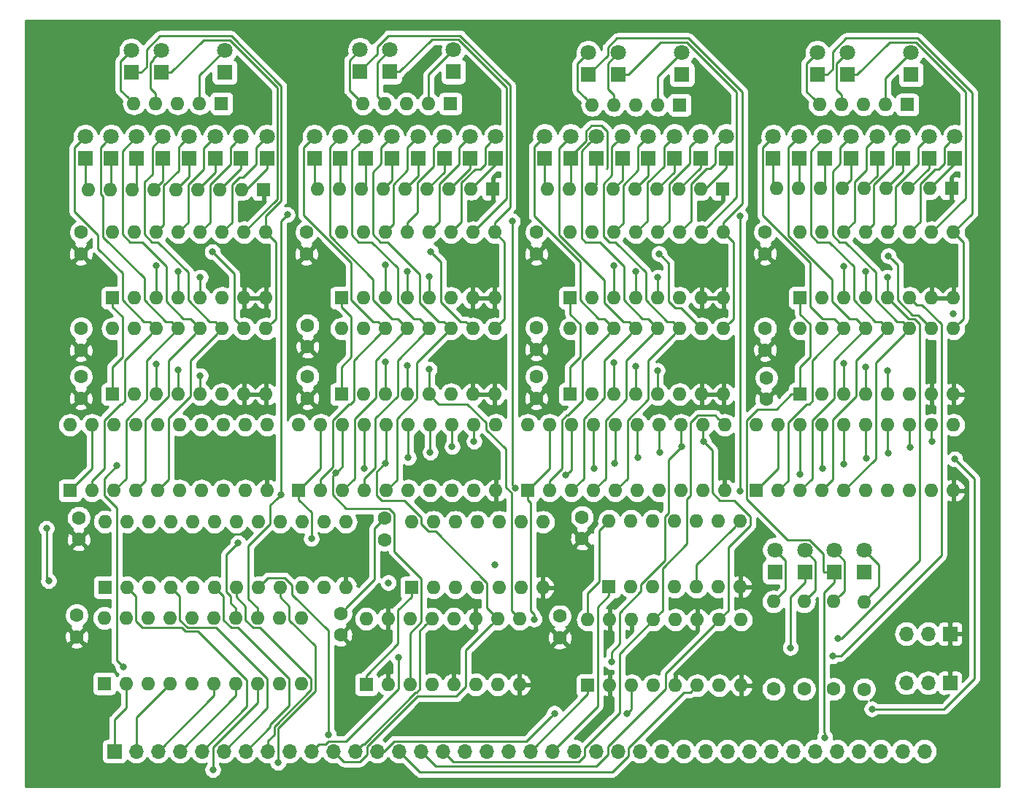
<source format=gbr>
G04 #@! TF.GenerationSoftware,KiCad,Pcbnew,(5.1.4-0-10_14)*
G04 #@! TF.CreationDate,2020-02-04T19:49:50-08:00*
G04 #@! TF.ProjectId,address-register-bank,61646472-6573-4732-9d72-656769737465,rev?*
G04 #@! TF.SameCoordinates,Original*
G04 #@! TF.FileFunction,Copper,L4,Bot*
G04 #@! TF.FilePolarity,Positive*
%FSLAX46Y46*%
G04 Gerber Fmt 4.6, Leading zero omitted, Abs format (unit mm)*
G04 Created by KiCad (PCBNEW (5.1.4-0-10_14)) date 2020-02-04 19:49:50*
%MOMM*%
%LPD*%
G04 APERTURE LIST*
%ADD10R,1.600000X1.600000*%
%ADD11O,1.600000X1.600000*%
%ADD12C,1.800000*%
%ADD13R,1.800000X1.800000*%
%ADD14C,1.600000*%
%ADD15R,1.700000X1.700000*%
%ADD16O,1.700000X1.700000*%
%ADD17C,0.800000*%
%ADD18C,0.250000*%
%ADD19C,0.254000*%
G04 APERTURE END LIST*
D10*
X-148859240Y-84256880D03*
D11*
X-120919240Y-76636880D03*
X-146319240Y-84256880D03*
X-123459240Y-76636880D03*
X-143779240Y-84256880D03*
X-125999240Y-76636880D03*
X-141239240Y-84256880D03*
X-128539240Y-76636880D03*
X-138699240Y-84256880D03*
X-131079240Y-76636880D03*
X-136159240Y-84256880D03*
X-133619240Y-76636880D03*
X-133619240Y-84256880D03*
X-136159240Y-76636880D03*
X-131079240Y-84256880D03*
X-138699240Y-76636880D03*
X-128539240Y-84256880D03*
X-141239240Y-76636880D03*
X-125999240Y-84256880D03*
X-143779240Y-76636880D03*
X-123459240Y-84256880D03*
X-146319240Y-76636880D03*
X-120919240Y-84256880D03*
X-148859240Y-76636880D03*
X-145486120Y-28102560D03*
X-142946120Y-28102560D03*
X-140406120Y-28102560D03*
X-137866120Y-28102560D03*
D10*
X-135326120Y-28102560D03*
D11*
X-68199000Y-54229000D03*
X-50419000Y-61849000D03*
X-65659000Y-54229000D03*
X-52959000Y-61849000D03*
X-63119000Y-54229000D03*
X-55499000Y-61849000D03*
X-60579000Y-54229000D03*
X-58039000Y-61849000D03*
X-58039000Y-54229000D03*
X-60579000Y-61849000D03*
X-55499000Y-54229000D03*
X-63119000Y-61849000D03*
X-52959000Y-54229000D03*
X-65659000Y-61849000D03*
X-50419000Y-54229000D03*
D10*
X-68199000Y-61849000D03*
D11*
X-73279000Y-65405000D03*
X-50419000Y-73025000D03*
X-70739000Y-65405000D03*
X-52959000Y-73025000D03*
X-68199000Y-65405000D03*
X-55499000Y-73025000D03*
X-65659000Y-65405000D03*
X-58039000Y-73025000D03*
X-63119000Y-65405000D03*
X-60579000Y-73025000D03*
X-60579000Y-65405000D03*
X-63119000Y-73025000D03*
X-58039000Y-65405000D03*
X-65659000Y-73025000D03*
X-55499000Y-65405000D03*
X-68199000Y-73025000D03*
X-52959000Y-65405000D03*
X-70739000Y-73025000D03*
X-50419000Y-65405000D03*
D10*
X-73279000Y-73025000D03*
X-68199000Y-50673000D03*
D11*
X-50419000Y-43053000D03*
X-65659000Y-50673000D03*
X-52959000Y-43053000D03*
X-63119000Y-50673000D03*
X-55499000Y-43053000D03*
X-60579000Y-50673000D03*
X-58039000Y-43053000D03*
X-58039000Y-50673000D03*
X-60579000Y-43053000D03*
X-55499000Y-50673000D03*
X-63119000Y-43053000D03*
X-52959000Y-50673000D03*
X-65659000Y-43053000D03*
X-50419000Y-50673000D03*
X-68199000Y-43053000D03*
D12*
X-71323200Y-31978600D03*
D13*
X-71323200Y-34518600D03*
D11*
X-64312800Y-85907880D03*
D14*
X-64312800Y-96067880D03*
D12*
X-64277240Y-79974440D03*
D13*
X-64277240Y-82514440D03*
D12*
X-67675760Y-79974440D03*
D13*
X-67675760Y-82514440D03*
D12*
X-71140320Y-79908400D03*
D13*
X-71140320Y-82448400D03*
D12*
X-60792360Y-79938880D03*
D13*
X-60792360Y-82478880D03*
D12*
X-50241200Y-31978600D03*
D13*
X-50241200Y-34518600D03*
D12*
X-53263800Y-31978600D03*
D13*
X-53263800Y-34518600D03*
D12*
X-56261000Y-31978600D03*
D13*
X-56261000Y-34518600D03*
D12*
X-59283600Y-31978600D03*
D13*
X-59283600Y-34518600D03*
D12*
X-62306200Y-31978600D03*
D13*
X-62306200Y-34518600D03*
D12*
X-65328800Y-31978600D03*
D13*
X-65328800Y-34518600D03*
D12*
X-68326000Y-31978600D03*
D13*
X-68326000Y-34518600D03*
D12*
X-55346600Y-22225000D03*
D13*
X-55346600Y-24765000D03*
D12*
X-62763400Y-22225000D03*
D13*
X-62763400Y-24765000D03*
D12*
X-66217800Y-22225000D03*
D13*
X-66217800Y-24765000D03*
D12*
X-76784200Y-31902400D03*
D13*
X-76784200Y-34442400D03*
D12*
X-79781400Y-31902400D03*
D13*
X-79781400Y-34442400D03*
D12*
X-82778600Y-31902400D03*
D13*
X-82778600Y-34442400D03*
D12*
X-85801200Y-31902400D03*
D13*
X-85801200Y-34442400D03*
D12*
X-88823800Y-31902400D03*
D13*
X-88823800Y-34442400D03*
D12*
X-91846400Y-31902400D03*
D13*
X-91846400Y-34442400D03*
D12*
X-94843600Y-31902400D03*
D13*
X-94843600Y-34442400D03*
D12*
X-97840800Y-31902400D03*
D13*
X-97840800Y-34442400D03*
D12*
X-81915000Y-22225000D03*
D13*
X-81915000Y-24765000D03*
D12*
X-89306400Y-22225000D03*
D13*
X-89306400Y-24765000D03*
D12*
X-92786200Y-22225000D03*
D13*
X-92786200Y-24765000D03*
D12*
X-103505000Y-31978600D03*
D13*
X-103505000Y-34518600D03*
D12*
X-106502200Y-31978600D03*
D13*
X-106502200Y-34518600D03*
D12*
X-109499400Y-31978600D03*
D13*
X-109499400Y-34518600D03*
D12*
X-112522000Y-31978600D03*
D13*
X-112522000Y-34518600D03*
D12*
X-115570000Y-31978600D03*
D13*
X-115570000Y-34518600D03*
D12*
X-118592600Y-31978600D03*
D13*
X-118592600Y-34518600D03*
D12*
X-121564400Y-31978600D03*
D13*
X-121564400Y-34518600D03*
D12*
X-124561600Y-31978600D03*
D13*
X-124561600Y-34518600D03*
D12*
X-108432600Y-21894800D03*
D13*
X-108432600Y-24434800D03*
D12*
X-115824000Y-21894800D03*
D13*
X-115824000Y-24434800D03*
D12*
X-119278400Y-21894800D03*
D13*
X-119278400Y-24434800D03*
D12*
X-130073400Y-31953200D03*
D13*
X-130073400Y-34493200D03*
D12*
X-133070600Y-31953200D03*
D13*
X-133070600Y-34493200D03*
D12*
X-136067800Y-31953200D03*
D13*
X-136067800Y-34493200D03*
D12*
X-139090400Y-31953200D03*
D13*
X-139090400Y-34493200D03*
D12*
X-142138400Y-31953200D03*
D13*
X-142138400Y-34493200D03*
D12*
X-145161000Y-31953200D03*
D13*
X-145161000Y-34493200D03*
D12*
X-148132800Y-31953200D03*
D13*
X-148132800Y-34493200D03*
D12*
X-151130000Y-31953200D03*
D13*
X-151130000Y-34493200D03*
D12*
X-134975600Y-21971000D03*
D13*
X-134975600Y-24511000D03*
D12*
X-142341600Y-21971000D03*
D13*
X-142341600Y-24511000D03*
D12*
X-145796000Y-21971000D03*
D13*
X-145796000Y-24511000D03*
D14*
X-72263000Y-45553000D03*
X-72263000Y-43053000D03*
X-72263000Y-56729000D03*
X-72263000Y-54229000D03*
X-72136000Y-62444000D03*
X-72136000Y-59944000D03*
X-98806000Y-45553000D03*
X-98806000Y-43053000D03*
X-125476000Y-45553000D03*
X-125476000Y-43053000D03*
X-151638000Y-45553000D03*
X-151638000Y-43053000D03*
X-98806000Y-56642000D03*
X-98806000Y-54142000D03*
X-125349000Y-56348000D03*
X-125349000Y-53848000D03*
X-151638000Y-62317000D03*
X-151638000Y-59817000D03*
X-98806000Y-62317000D03*
X-98806000Y-59817000D03*
X-125349000Y-62317000D03*
X-125349000Y-59817000D03*
X-151638000Y-56729000D03*
X-151638000Y-54229000D03*
X-93502480Y-78603480D03*
X-93502480Y-76103480D03*
X-116428520Y-78740640D03*
X-116428520Y-76240640D03*
X-96083120Y-90104600D03*
X-96083120Y-87604600D03*
X-151902160Y-78689840D03*
X-151902160Y-76189840D03*
X-121513600Y-89774400D03*
X-121513600Y-87274400D03*
X-152120600Y-90003000D03*
X-152120600Y-87503000D03*
D15*
X-147751800Y-103286560D03*
D16*
X-145211800Y-103286560D03*
X-142671800Y-103286560D03*
X-140131800Y-103286560D03*
X-137591800Y-103286560D03*
X-135051800Y-103286560D03*
X-132511800Y-103286560D03*
X-129971800Y-103286560D03*
X-127431800Y-103286560D03*
X-124891800Y-103286560D03*
X-122351800Y-103286560D03*
X-119811800Y-103286560D03*
X-117271800Y-103286560D03*
X-114731800Y-103286560D03*
X-112191800Y-103286560D03*
X-109651800Y-103286560D03*
X-107111800Y-103286560D03*
X-104571800Y-103286560D03*
X-102031800Y-103286560D03*
X-99491800Y-103286560D03*
X-96951800Y-103286560D03*
X-94411800Y-103286560D03*
X-91871800Y-103286560D03*
X-89331800Y-103286560D03*
X-86791800Y-103286560D03*
X-84251800Y-103286560D03*
X-81711800Y-103286560D03*
X-79171800Y-103286560D03*
X-76631800Y-103286560D03*
X-74091800Y-103286560D03*
X-71551800Y-103286560D03*
X-69011800Y-103286560D03*
X-66471800Y-103286560D03*
X-63931800Y-103286560D03*
X-61391800Y-103286560D03*
X-58851800Y-103286560D03*
X-56311800Y-103286560D03*
X-53771800Y-103286560D03*
D15*
X-50800000Y-95351600D03*
D16*
X-53340000Y-95351600D03*
X-55880000Y-95351600D03*
X-55880000Y-89662000D03*
X-53340000Y-89662000D03*
D15*
X-50800000Y-89662000D03*
D14*
X-60792360Y-96078040D03*
D11*
X-60792360Y-85918040D03*
X-71302880Y-85907880D03*
D14*
X-71302880Y-96067880D03*
X-67741800Y-96067880D03*
D11*
X-67741800Y-85907880D03*
X-150769320Y-38079680D03*
X-148229320Y-38079680D03*
X-145689320Y-38079680D03*
X-143149320Y-38079680D03*
X-140609320Y-38079680D03*
X-138069320Y-38079680D03*
X-135529320Y-38079680D03*
X-132989320Y-38079680D03*
D10*
X-130449320Y-38079680D03*
X-108783120Y-28127960D03*
D11*
X-111323120Y-28127960D03*
X-113863120Y-28127960D03*
X-116403120Y-28127960D03*
X-118943120Y-28127960D03*
D10*
X-103840280Y-38018720D03*
D11*
X-106380280Y-38018720D03*
X-108920280Y-38018720D03*
X-111460280Y-38018720D03*
X-114000280Y-38018720D03*
X-116540280Y-38018720D03*
X-119080280Y-38018720D03*
X-121620280Y-38018720D03*
X-124160280Y-38018720D03*
X-92329000Y-28280360D03*
X-89789000Y-28280360D03*
X-87249000Y-28280360D03*
X-84709000Y-28280360D03*
D10*
X-82169000Y-28280360D03*
D11*
X-97500440Y-38074600D03*
X-94960440Y-38074600D03*
X-92420440Y-38074600D03*
X-89880440Y-38074600D03*
X-87340440Y-38074600D03*
X-84800440Y-38074600D03*
X-82260440Y-38074600D03*
X-79720440Y-38074600D03*
D10*
X-77180440Y-38074600D03*
X-55768240Y-28249880D03*
D11*
X-58308240Y-28249880D03*
X-60848240Y-28249880D03*
X-63388240Y-28249880D03*
X-65928240Y-28249880D03*
D10*
X-50627280Y-37988240D03*
D11*
X-53167280Y-37988240D03*
X-55707280Y-37988240D03*
X-58247280Y-37988240D03*
X-60787280Y-37988240D03*
X-63327280Y-37988240D03*
X-65867280Y-37988240D03*
X-68407280Y-37988240D03*
X-70947280Y-37988240D03*
D10*
X-148920200Y-95427800D03*
D11*
X-126060200Y-87807800D03*
X-146380200Y-95427800D03*
X-128600200Y-87807800D03*
X-143840200Y-95427800D03*
X-131140200Y-87807800D03*
X-141300200Y-95427800D03*
X-133680200Y-87807800D03*
X-138760200Y-95427800D03*
X-136220200Y-87807800D03*
X-136220200Y-95427800D03*
X-138760200Y-87807800D03*
X-133680200Y-95427800D03*
X-141300200Y-87807800D03*
X-131140200Y-95427800D03*
X-143840200Y-87807800D03*
X-128600200Y-95427800D03*
X-146380200Y-87807800D03*
X-126060200Y-95427800D03*
X-148920200Y-87807800D03*
D10*
X-113284000Y-84282280D03*
D11*
X-98044000Y-76662280D03*
X-110744000Y-84282280D03*
X-100584000Y-76662280D03*
X-108204000Y-84282280D03*
X-103124000Y-76662280D03*
X-105664000Y-84282280D03*
X-105664000Y-76662280D03*
X-103124000Y-84282280D03*
X-108204000Y-76662280D03*
X-100584000Y-84282280D03*
X-110744000Y-76662280D03*
X-98044000Y-84282280D03*
X-113284000Y-76662280D03*
X-90368120Y-76565760D03*
X-75128120Y-84185760D03*
X-87828120Y-76565760D03*
X-77668120Y-84185760D03*
X-85288120Y-76565760D03*
X-80208120Y-84185760D03*
X-82748120Y-76565760D03*
X-82748120Y-84185760D03*
X-80208120Y-76565760D03*
X-85288120Y-84185760D03*
X-77668120Y-76565760D03*
X-87828120Y-84185760D03*
X-75128120Y-76565760D03*
D10*
X-90368120Y-84185760D03*
D11*
X-118541800Y-87909400D03*
X-100761800Y-95529400D03*
X-116001800Y-87909400D03*
X-103301800Y-95529400D03*
X-113461800Y-87909400D03*
X-105841800Y-95529400D03*
X-110921800Y-87909400D03*
X-108381800Y-95529400D03*
X-108381800Y-87909400D03*
X-110921800Y-95529400D03*
X-105841800Y-87909400D03*
X-113461800Y-95529400D03*
X-103301800Y-87909400D03*
X-116001800Y-95529400D03*
X-100761800Y-87909400D03*
D10*
X-118541800Y-95529400D03*
X-92837000Y-95631000D03*
D11*
X-75057000Y-88011000D03*
X-90297000Y-95631000D03*
X-77597000Y-88011000D03*
X-87757000Y-95631000D03*
X-80137000Y-88011000D03*
X-85217000Y-95631000D03*
X-82677000Y-88011000D03*
X-82677000Y-95631000D03*
X-85217000Y-88011000D03*
X-80137000Y-95631000D03*
X-87757000Y-88011000D03*
X-77597000Y-95631000D03*
X-90297000Y-88011000D03*
X-75057000Y-95631000D03*
X-92837000Y-88011000D03*
X-147955000Y-54229000D03*
X-130175000Y-61849000D03*
X-145415000Y-54229000D03*
X-132715000Y-61849000D03*
X-142875000Y-54229000D03*
X-135255000Y-61849000D03*
X-140335000Y-54229000D03*
X-137795000Y-61849000D03*
X-137795000Y-54229000D03*
X-140335000Y-61849000D03*
X-135255000Y-54229000D03*
X-142875000Y-61849000D03*
X-132715000Y-54229000D03*
X-145415000Y-61849000D03*
X-130175000Y-54229000D03*
D10*
X-147955000Y-61849000D03*
D11*
X-147955000Y-43053000D03*
X-130175000Y-50673000D03*
X-145415000Y-43053000D03*
X-132715000Y-50673000D03*
X-142875000Y-43053000D03*
X-135255000Y-50673000D03*
X-140335000Y-43053000D03*
X-137795000Y-50673000D03*
X-137795000Y-43053000D03*
X-140335000Y-50673000D03*
X-135255000Y-43053000D03*
X-142875000Y-50673000D03*
X-132715000Y-43053000D03*
X-145415000Y-50673000D03*
X-130175000Y-43053000D03*
D10*
X-147955000Y-50673000D03*
X-152908000Y-73025000D03*
D11*
X-130048000Y-65405000D03*
X-150368000Y-73025000D03*
X-132588000Y-65405000D03*
X-147828000Y-73025000D03*
X-135128000Y-65405000D03*
X-145288000Y-73025000D03*
X-137668000Y-65405000D03*
X-142748000Y-73025000D03*
X-140208000Y-65405000D03*
X-140208000Y-73025000D03*
X-142748000Y-65405000D03*
X-137668000Y-73025000D03*
X-145288000Y-65405000D03*
X-135128000Y-73025000D03*
X-147828000Y-65405000D03*
X-132588000Y-73025000D03*
X-150368000Y-65405000D03*
X-130048000Y-73025000D03*
X-152908000Y-65405000D03*
D10*
X-121412000Y-61849000D03*
D11*
X-103632000Y-54229000D03*
X-118872000Y-61849000D03*
X-106172000Y-54229000D03*
X-116332000Y-61849000D03*
X-108712000Y-54229000D03*
X-113792000Y-61849000D03*
X-111252000Y-54229000D03*
X-111252000Y-61849000D03*
X-113792000Y-54229000D03*
X-108712000Y-61849000D03*
X-116332000Y-54229000D03*
X-106172000Y-61849000D03*
X-118872000Y-54229000D03*
X-103632000Y-61849000D03*
X-121412000Y-54229000D03*
D10*
X-121412000Y-50673000D03*
D11*
X-103632000Y-43053000D03*
X-118872000Y-50673000D03*
X-106172000Y-43053000D03*
X-116332000Y-50673000D03*
X-108712000Y-43053000D03*
X-113792000Y-50673000D03*
X-111252000Y-43053000D03*
X-111252000Y-50673000D03*
X-113792000Y-43053000D03*
X-108712000Y-50673000D03*
X-116332000Y-43053000D03*
X-106172000Y-50673000D03*
X-118872000Y-43053000D03*
X-103632000Y-50673000D03*
X-121412000Y-43053000D03*
X-126365000Y-65405000D03*
X-103505000Y-73025000D03*
X-123825000Y-65405000D03*
X-106045000Y-73025000D03*
X-121285000Y-65405000D03*
X-108585000Y-73025000D03*
X-118745000Y-65405000D03*
X-111125000Y-73025000D03*
X-116205000Y-65405000D03*
X-113665000Y-73025000D03*
X-113665000Y-65405000D03*
X-116205000Y-73025000D03*
X-111125000Y-65405000D03*
X-118745000Y-73025000D03*
X-108585000Y-65405000D03*
X-121285000Y-73025000D03*
X-106045000Y-65405000D03*
X-123825000Y-73025000D03*
X-103505000Y-65405000D03*
D10*
X-126365000Y-73025000D03*
D11*
X-94869000Y-54229000D03*
X-77089000Y-61849000D03*
X-92329000Y-54229000D03*
X-79629000Y-61849000D03*
X-89789000Y-54229000D03*
X-82169000Y-61849000D03*
X-87249000Y-54229000D03*
X-84709000Y-61849000D03*
X-84709000Y-54229000D03*
X-87249000Y-61849000D03*
X-82169000Y-54229000D03*
X-89789000Y-61849000D03*
X-79629000Y-54229000D03*
X-92329000Y-61849000D03*
X-77089000Y-54229000D03*
D10*
X-94869000Y-61849000D03*
X-94869000Y-50673000D03*
D11*
X-77089000Y-43053000D03*
X-92329000Y-50673000D03*
X-79629000Y-43053000D03*
X-89789000Y-50673000D03*
X-82169000Y-43053000D03*
X-87249000Y-50673000D03*
X-84709000Y-43053000D03*
X-84709000Y-50673000D03*
X-87249000Y-43053000D03*
X-82169000Y-50673000D03*
X-89789000Y-43053000D03*
X-79629000Y-50673000D03*
X-92329000Y-43053000D03*
X-77089000Y-50673000D03*
X-94869000Y-43053000D03*
D10*
X-99822000Y-73025000D03*
D11*
X-76962000Y-65405000D03*
X-97282000Y-73025000D03*
X-79502000Y-65405000D03*
X-94742000Y-73025000D03*
X-82042000Y-65405000D03*
X-92202000Y-73025000D03*
X-84582000Y-65405000D03*
X-89662000Y-73025000D03*
X-87122000Y-65405000D03*
X-87122000Y-73025000D03*
X-89662000Y-65405000D03*
X-84582000Y-73025000D03*
X-92202000Y-65405000D03*
X-82042000Y-73025000D03*
X-94742000Y-65405000D03*
X-79502000Y-73025000D03*
X-97282000Y-65405000D03*
X-76962000Y-73025000D03*
X-99822000Y-65405000D03*
D17*
X-110871000Y-106870500D03*
X-105791000Y-106870500D03*
X-100711000Y-106807000D03*
X-95567500Y-106807000D03*
X-90551000Y-106807000D03*
X-85471000Y-106743500D03*
X-80327500Y-106743500D03*
X-75374500Y-106870500D03*
X-70421500Y-106743500D03*
X-65278000Y-106807000D03*
X-60198000Y-106807000D03*
X-55245000Y-106743500D03*
X-51308000Y-105981500D03*
X-49276000Y-102743000D03*
X-46418500Y-98171000D03*
X-121094500Y-106743500D03*
X-127508000Y-106870500D03*
X-132651500Y-106934000D03*
X-137604500Y-106870500D03*
X-142748000Y-106934000D03*
X-147764500Y-106934000D03*
X-153098500Y-104013000D03*
X-157416500Y-97917000D03*
X-65341500Y-101727000D03*
X-128460500Y-73533000D03*
X-127698499Y-41021000D03*
X-101600000Y-41783000D03*
X-133413500Y-79121000D03*
X-124904500Y-78613000D03*
X-101222003Y-72758677D03*
X-75184000Y-73088500D03*
X-99060000Y-87947500D03*
X-75184000Y-41202989D03*
X-69342000Y-91249500D03*
X-68199000Y-71120000D03*
X-122047000Y-70993000D03*
X-95377000Y-71247000D03*
X-118745000Y-70421500D03*
X-92138500Y-70421500D03*
X-65595500Y-70421500D03*
X-115982750Y-83724750D03*
X-114808000Y-92419010D03*
X-116332000Y-69850000D03*
X-89725500Y-69850000D03*
X-63182500Y-69913500D03*
X-113665000Y-69215000D03*
X-87058500Y-69215000D03*
X-60515500Y-69278500D03*
X-111125000Y-68580000D03*
X-84518500Y-68580000D03*
X-57975500Y-68707000D03*
X-96710500Y-98869500D03*
X-88265000Y-98869500D03*
X-59880500Y-98361500D03*
X-50260250Y-69373750D03*
X-108585000Y-67945000D03*
X-81978500Y-67945000D03*
X-90106500Y-92900500D03*
X-55435500Y-67981990D03*
X-106045000Y-67310000D03*
X-79438500Y-67310000D03*
X-52895500Y-67310000D03*
X-154876500Y-40957500D03*
X-115824000Y-106807000D03*
X-46291500Y-92202000D03*
X-46291500Y-87439500D03*
X-46228000Y-82105500D03*
X-49847500Y-76263500D03*
X-45974000Y-70294500D03*
X-45910500Y-64325500D03*
X-45910500Y-58610500D03*
X-46228000Y-52451000D03*
X-46291500Y-46672500D03*
X-46228000Y-40322500D03*
X-46164500Y-34099500D03*
X-46164500Y-28321000D03*
X-47180500Y-24257000D03*
X-51117500Y-20574000D03*
X-56959500Y-19113500D03*
X-64516000Y-19240500D03*
X-70929500Y-19113500D03*
X-77216000Y-20637500D03*
X-71501000Y-25209500D03*
X-100139500Y-24130000D03*
X-100393500Y-29908500D03*
X-100647500Y-36449000D03*
X-125730000Y-28511500D03*
X-112395000Y-24828500D03*
X-105092500Y-28956000D03*
X-125666500Y-50863500D03*
X-132080000Y-45339000D03*
X-128714500Y-23558500D03*
X-131381500Y-29591000D03*
X-141732000Y-29908500D03*
X-151765000Y-28892500D03*
X-155067000Y-34163000D03*
X-155003500Y-48450500D03*
X-155003500Y-54991000D03*
X-155130500Y-60960000D03*
X-152082500Y-95059500D03*
X-155892500Y-88265000D03*
X-145923000Y-79184500D03*
X-59182000Y-91630500D03*
X-122936651Y-101386848D03*
X-128778000Y-104584500D03*
X-136334500Y-105410000D03*
X-140335000Y-59055000D03*
X-60579000Y-58705479D03*
X-87312500Y-58641979D03*
X-113792000Y-58514979D03*
X-155638500Y-77406500D03*
X-155384500Y-83502500D03*
X-103632000Y-81597500D03*
X-142875000Y-58356500D03*
X-63119000Y-58255468D03*
X-89852500Y-58191968D03*
X-116332000Y-58064968D03*
X-146748500Y-93472000D03*
X-147447000Y-70104000D03*
X-137795000Y-59690000D03*
X-58039000Y-59155490D03*
X-84772500Y-59091990D03*
X-111252000Y-58964990D03*
X-58102500Y-48260000D03*
X-84709000Y-48260000D03*
X-111252000Y-48196500D03*
X-137795000Y-48260000D03*
X-63817500Y-90170000D03*
X-63817500Y-90170000D03*
X-63119000Y-46990000D03*
X-89789000Y-46926500D03*
X-116332000Y-46863000D03*
X-142875000Y-46926500D03*
X-50482500Y-52514500D03*
X-64389000Y-92202000D03*
X-60642500Y-47561500D03*
X-87249000Y-47625000D03*
X-113792000Y-47561500D03*
X-140335000Y-47625000D03*
X-136398000Y-45339000D03*
X-111061500Y-45339000D03*
X-84582000Y-45529500D03*
X-57975498Y-45783500D03*
D18*
X-147021001Y-26567679D02*
X-146286119Y-27302561D01*
X-147021001Y-23196001D02*
X-147021001Y-26567679D01*
X-146286119Y-27302561D02*
X-145486120Y-28102560D01*
X-145796000Y-21971000D02*
X-147021001Y-23196001D01*
X-129375001Y-53429001D02*
X-130175000Y-54229000D01*
X-129049999Y-53103999D02*
X-129375001Y-53429001D01*
X-129049999Y-44178001D02*
X-129049999Y-53103999D01*
X-130175000Y-43053000D02*
X-129049999Y-44178001D01*
X-144016612Y-23881612D02*
X-144646000Y-24511000D01*
X-128398390Y-26098798D02*
X-134201199Y-20295989D01*
X-130175000Y-43053000D02*
X-130175000Y-41149410D01*
X-128398389Y-39372799D02*
X-128398390Y-26098798D01*
X-130175000Y-41149410D02*
X-128398389Y-39372799D01*
X-144646000Y-24511000D02*
X-145796000Y-24511000D01*
X-144016612Y-21833010D02*
X-144016612Y-23881612D01*
X-142479591Y-20295989D02*
X-144016612Y-21833010D01*
X-134201199Y-20295989D02*
X-142479591Y-20295989D01*
X-128848399Y-26285199D02*
X-134387599Y-20745999D01*
X-141191600Y-24511000D02*
X-142341600Y-24511000D01*
X-137426599Y-20745999D02*
X-141191600Y-24511000D01*
X-134387599Y-20745999D02*
X-137426599Y-20745999D01*
X-128848399Y-39186399D02*
X-128848399Y-26285199D01*
X-132715000Y-43053000D02*
X-128848399Y-39186399D01*
X-143241599Y-22870999D02*
X-143241599Y-23025997D01*
X-142341600Y-21971000D02*
X-143241599Y-22870999D01*
X-143241599Y-23025997D02*
X-143566601Y-23350999D01*
X-143566601Y-23350999D02*
X-143566601Y-26350709D01*
X-143566601Y-26350709D02*
X-142946120Y-26971190D01*
X-142946120Y-26971190D02*
X-142946120Y-28102560D01*
X-65427240Y-82514440D02*
X-64277240Y-82514440D01*
X-65502241Y-82439439D02*
X-65427240Y-82514440D01*
X-65502241Y-80334957D02*
X-65502241Y-82439439D01*
X-67087759Y-78749439D02*
X-65502241Y-80334957D01*
X-69650061Y-78749439D02*
X-67087759Y-78749439D01*
X-74404001Y-64864999D02*
X-74404001Y-73995499D01*
X-73108003Y-63569001D02*
X-74404001Y-64864999D01*
X-74404001Y-73995499D02*
X-69650061Y-78749439D01*
X-70969001Y-63569001D02*
X-73108003Y-63569001D01*
X-69249000Y-61849000D02*
X-70969001Y-63569001D01*
X-68199000Y-61849000D02*
X-69249000Y-61849000D01*
X-68199000Y-60799000D02*
X-68199000Y-61849000D01*
X-68199000Y-58672590D02*
X-68199000Y-60799000D01*
X-67073999Y-57547589D02*
X-68199000Y-58672590D01*
X-67073999Y-53688999D02*
X-67073999Y-57547589D01*
X-68199000Y-52563998D02*
X-67073999Y-53688999D01*
X-68199000Y-50673000D02*
X-68199000Y-52563998D01*
X-94869000Y-58672590D02*
X-94869000Y-60799000D01*
X-93743999Y-57547589D02*
X-94869000Y-58672590D01*
X-93743999Y-53688999D02*
X-93743999Y-57547589D01*
X-94869000Y-52563998D02*
X-93743999Y-53688999D01*
X-94869000Y-60799000D02*
X-94869000Y-61849000D01*
X-94869000Y-50673000D02*
X-94869000Y-52563998D01*
X-121412000Y-60799000D02*
X-121412000Y-61849000D01*
X-121412000Y-58672590D02*
X-121412000Y-60799000D01*
X-120286999Y-57547589D02*
X-121412000Y-58672590D01*
X-120286999Y-52848001D02*
X-120286999Y-57547589D01*
X-121412000Y-51723000D02*
X-120286999Y-52848001D01*
X-121412000Y-50673000D02*
X-121412000Y-51723000D01*
X-147955000Y-60799000D02*
X-147955000Y-61849000D01*
X-146829999Y-57547589D02*
X-147955000Y-58672590D01*
X-146829999Y-52848001D02*
X-146829999Y-57547589D01*
X-147955000Y-51723000D02*
X-146829999Y-52848001D01*
X-147955000Y-58672590D02*
X-147955000Y-60799000D01*
X-147955000Y-50673000D02*
X-147955000Y-51723000D01*
X-65437801Y-84825001D02*
X-64277240Y-83664440D01*
X-65437801Y-101065014D02*
X-65437801Y-84825001D01*
X-64277240Y-83664440D02*
X-64277240Y-82514440D01*
X-65341500Y-101161315D02*
X-65437801Y-101065014D01*
X-65341500Y-101727000D02*
X-65341500Y-101161315D01*
X-63512801Y-85107881D02*
X-64312800Y-85907880D01*
X-63052239Y-81199441D02*
X-63052239Y-84647319D01*
X-63052239Y-84647319D02*
X-63512801Y-85107881D01*
X-64277240Y-79974440D02*
X-63052239Y-81199441D01*
X-137866120Y-24861520D02*
X-137866120Y-28102560D01*
X-134975600Y-21971000D02*
X-137866120Y-24861520D01*
X-150368000Y-70485000D02*
X-152908000Y-73025000D01*
X-150368000Y-65405000D02*
X-150368000Y-70485000D01*
X-128860499Y-73932999D02*
X-128460500Y-73533000D01*
X-129664241Y-74736741D02*
X-128860499Y-73932999D01*
X-129664241Y-76886883D02*
X-129664241Y-74736741D01*
X-132204241Y-79426883D02*
X-129664241Y-76886883D01*
X-132204241Y-85612389D02*
X-132204241Y-79426883D01*
X-131140200Y-86676430D02*
X-132204241Y-85612389D01*
X-131140200Y-87807800D02*
X-131140200Y-86676430D01*
X-128460500Y-73533000D02*
X-128460500Y-41783001D01*
X-128460500Y-41783001D02*
X-128098498Y-41420999D01*
X-128098498Y-41420999D02*
X-127698499Y-41021000D01*
X-151130000Y-37719000D02*
X-150769320Y-38079680D01*
X-151130000Y-34493200D02*
X-151130000Y-37719000D01*
X-152029999Y-32853199D02*
X-151130000Y-31953200D01*
X-152355001Y-33178201D02*
X-152029999Y-32853199D01*
X-149669500Y-43370500D02*
X-152355001Y-40684999D01*
X-142875000Y-54229000D02*
X-143674999Y-53429001D01*
X-146829999Y-47797501D02*
X-149669500Y-44958000D01*
X-152355001Y-40684999D02*
X-152355001Y-33178201D01*
X-149669500Y-44958000D02*
X-149669500Y-43370500D01*
X-144324001Y-53429001D02*
X-146829999Y-50923003D01*
X-146829999Y-50923003D02*
X-146829999Y-47797501D01*
X-143674999Y-53429001D02*
X-144324001Y-53429001D01*
X-146540001Y-62619003D02*
X-146540001Y-57894001D01*
X-150368000Y-73025000D02*
X-150368000Y-71893630D01*
X-143674999Y-55028999D02*
X-142875000Y-54229000D01*
X-148953001Y-70478631D02*
X-148953001Y-64864999D01*
X-148953001Y-64864999D02*
X-147062003Y-62974001D01*
X-146540001Y-57894001D02*
X-143674999Y-55028999D01*
X-146894999Y-62974001D02*
X-146540001Y-62619003D01*
X-147062003Y-62974001D02*
X-146894999Y-62974001D01*
X-150368000Y-71893630D02*
X-148953001Y-70478631D01*
X-143968502Y-62420500D02*
X-144000001Y-62389001D01*
X-146413001Y-71610001D02*
X-146413001Y-64864999D01*
X-146413001Y-64864999D02*
X-143968502Y-62420500D01*
X-147828000Y-73025000D02*
X-146413001Y-71610001D01*
X-144000001Y-57894001D02*
X-140335000Y-54229000D01*
X-144000001Y-62389001D02*
X-144000001Y-57894001D01*
X-149032799Y-32853199D02*
X-148132800Y-31953200D01*
X-149357801Y-33178201D02*
X-149032799Y-32853199D01*
X-149080001Y-38894001D02*
X-149357801Y-38616201D01*
X-144289999Y-48383003D02*
X-149080001Y-43593001D01*
X-144289999Y-50923003D02*
X-144289999Y-48383003D01*
X-149080001Y-43593001D02*
X-149080001Y-38894001D01*
X-141784001Y-53429001D02*
X-144289999Y-50923003D01*
X-149357801Y-38616201D02*
X-149357801Y-33178201D01*
X-141134999Y-53429001D02*
X-141784001Y-53429001D01*
X-140335000Y-54229000D02*
X-141134999Y-53429001D01*
X-148132800Y-37983160D02*
X-148229320Y-38079680D01*
X-148132800Y-34493200D02*
X-148132800Y-37983160D01*
X-145161000Y-37551360D02*
X-145689320Y-38079680D01*
X-145161000Y-34493200D02*
X-145161000Y-37551360D01*
X-141460001Y-57894001D02*
X-138594999Y-55028999D01*
X-141460001Y-62099003D02*
X-141460001Y-57894001D01*
X-144162999Y-64802001D02*
X-141460001Y-62099003D01*
X-144162999Y-71899999D02*
X-144162999Y-64802001D01*
X-138594999Y-55028999D02*
X-137795000Y-54229000D01*
X-145288000Y-73025000D02*
X-144162999Y-71899999D01*
X-146814321Y-33606521D02*
X-145161000Y-31953200D01*
X-146814321Y-43318681D02*
X-146814321Y-33606521D01*
X-144550497Y-44178001D02*
X-145955001Y-44178001D01*
X-137795000Y-54229000D02*
X-138920001Y-53103999D01*
X-138920001Y-53103999D02*
X-139745501Y-53103999D01*
X-141749999Y-46978499D02*
X-144550497Y-44178001D01*
X-141749999Y-51099501D02*
X-141749999Y-46978499D01*
X-145955001Y-44178001D02*
X-146814321Y-43318681D01*
X-139745501Y-53103999D02*
X-141749999Y-51099501D01*
X-142748000Y-73025000D02*
X-141478000Y-71755000D01*
X-136054999Y-55028999D02*
X-135255000Y-54229000D01*
X-138920001Y-57894001D02*
X-136054999Y-55028999D01*
X-138920001Y-62099003D02*
X-138920001Y-57894001D01*
X-141478000Y-64657002D02*
X-138920001Y-62099003D01*
X-141478000Y-71755000D02*
X-141478000Y-64657002D01*
X-144274321Y-43318681D02*
X-144274321Y-37213321D01*
X-143415001Y-44178001D02*
X-144274321Y-43318681D01*
X-142702499Y-44178001D02*
X-143415001Y-44178001D01*
X-136704001Y-53429001D02*
X-139209999Y-50923003D01*
X-139209999Y-47670501D02*
X-142702499Y-44178001D01*
X-143363401Y-33178201D02*
X-142138400Y-31953200D01*
X-143363401Y-36302401D02*
X-143363401Y-33178201D01*
X-144274321Y-37213321D02*
X-143363401Y-36302401D01*
X-139209999Y-50923003D02*
X-139209999Y-47670501D01*
X-136054999Y-53429001D02*
X-136704001Y-53429001D01*
X-135255000Y-54229000D02*
X-136054999Y-53429001D01*
X-142138400Y-37068760D02*
X-143149320Y-38079680D01*
X-142138400Y-34493200D02*
X-142138400Y-37068760D01*
X-139090400Y-36560760D02*
X-140609320Y-38079680D01*
X-139090400Y-34493200D02*
X-139090400Y-36560760D01*
X-139990399Y-32853199D02*
X-139090400Y-31953200D01*
X-140315401Y-33178201D02*
X-139990399Y-32853199D01*
X-140315401Y-35882171D02*
X-140315401Y-33178201D01*
X-142024319Y-37591089D02*
X-140315401Y-35882171D01*
X-142024319Y-42202319D02*
X-142024319Y-37591089D01*
X-142875000Y-43053000D02*
X-142024319Y-42202319D01*
X-136067800Y-36078160D02*
X-138069320Y-38079680D01*
X-136067800Y-34493200D02*
X-136067800Y-36078160D01*
X-137372843Y-35718201D02*
X-137372843Y-33258243D01*
X-139194321Y-37539679D02*
X-137372843Y-35718201D01*
X-136967799Y-32853199D02*
X-136067800Y-31953200D01*
X-137372843Y-33258243D02*
X-136967799Y-32853199D01*
X-139194321Y-41912321D02*
X-139194321Y-37539679D01*
X-140335000Y-43053000D02*
X-139194321Y-41912321D01*
X-133970599Y-32853199D02*
X-133070600Y-31953200D01*
X-134295601Y-33178201D02*
X-133970599Y-32853199D01*
X-134295601Y-35180959D02*
X-134295601Y-33178201D01*
X-136654321Y-37539679D02*
X-134295601Y-35180959D01*
X-136654321Y-41912321D02*
X-136654321Y-37539679D01*
X-137795000Y-43053000D02*
X-136654321Y-41912321D01*
X-135507080Y-38079680D02*
X-135529320Y-38079680D01*
X-133070600Y-35643200D02*
X-135507080Y-38079680D01*
X-133070600Y-34493200D02*
X-133070600Y-35643200D01*
X-132509880Y-38079680D02*
X-132989320Y-38079680D01*
X-130073400Y-35643200D02*
X-132509880Y-38079680D01*
X-130073400Y-34493200D02*
X-130073400Y-35643200D01*
X-130973399Y-32853199D02*
X-130073400Y-31953200D01*
X-131298401Y-35159401D02*
X-131298401Y-33178201D01*
X-133277642Y-36703000D02*
X-132842000Y-36703000D01*
X-131298401Y-33178201D02*
X-130973399Y-32853199D01*
X-134114321Y-37539679D02*
X-133277642Y-36703000D01*
X-132842000Y-36703000D02*
X-131298401Y-35159401D01*
X-134114321Y-41912321D02*
X-134114321Y-37539679D01*
X-135255000Y-43053000D02*
X-134114321Y-41912321D01*
X-120503401Y-26567679D02*
X-119743119Y-27327961D01*
X-119743119Y-27327961D02*
X-118943120Y-28127960D01*
X-120503401Y-23119801D02*
X-120503401Y-26567679D01*
X-119278400Y-21894800D02*
X-120503401Y-23119801D01*
X-102832001Y-53429001D02*
X-103632000Y-54229000D01*
X-102506999Y-53103999D02*
X-102832001Y-53429001D01*
X-102506999Y-44178001D02*
X-102506999Y-53103999D01*
X-103632000Y-43053000D02*
X-102506999Y-44178001D01*
X-115961991Y-20219789D02*
X-117284500Y-21542298D01*
X-103632000Y-43053000D02*
X-103632000Y-41921630D01*
X-101829990Y-26047998D02*
X-107658199Y-20219789D01*
X-101829990Y-40119620D02*
X-101829990Y-26047998D01*
X-107658199Y-20219789D02*
X-115961991Y-20219789D01*
X-103632000Y-41921630D02*
X-101829990Y-40119620D01*
X-117284500Y-21542298D02*
X-117284500Y-22352000D01*
X-119278400Y-24345900D02*
X-119278400Y-24434800D01*
X-117284500Y-22352000D02*
X-119278400Y-24345900D01*
X-107844599Y-20669799D02*
X-110908999Y-20669799D01*
X-102279999Y-26234399D02*
X-107844599Y-20669799D01*
X-106172000Y-43053000D02*
X-102279999Y-39160999D01*
X-110908999Y-20669799D02*
X-114674000Y-24434800D01*
X-102279999Y-39160999D02*
X-102279999Y-26234399D01*
X-114674000Y-24434800D02*
X-115824000Y-24434800D01*
X-117203119Y-27327961D02*
X-116403120Y-28127960D01*
X-117284500Y-27246580D02*
X-117203119Y-27327961D01*
X-117284500Y-23355300D02*
X-117284500Y-27246580D01*
X-115824000Y-21894800D02*
X-117284500Y-23355300D01*
X-111323120Y-24785320D02*
X-111323120Y-28127960D01*
X-108432600Y-21894800D02*
X-111323120Y-24785320D01*
X-123825000Y-70485000D02*
X-126365000Y-73025000D01*
X-123825000Y-65405000D02*
X-123825000Y-70485000D01*
X-101600000Y-41783000D02*
X-101600000Y-41783000D01*
X-134239000Y-86117630D02*
X-134239000Y-85302122D01*
X-134239000Y-85302122D02*
X-134744241Y-84796881D01*
X-133680200Y-86676430D02*
X-134239000Y-86117630D01*
X-134744241Y-84796881D02*
X-134744241Y-80451741D01*
X-133680200Y-87807800D02*
X-133680200Y-86676430D01*
X-134744241Y-80451741D02*
X-133413500Y-79121000D01*
X-133413500Y-79121000D02*
X-133413500Y-79121000D01*
X-124874239Y-78017054D02*
X-124874239Y-75565761D01*
X-124904500Y-78047315D02*
X-124874239Y-78017054D01*
X-126365000Y-74075000D02*
X-126365000Y-73025000D01*
X-124874239Y-75565761D02*
X-126365000Y-74075000D01*
X-124904500Y-78613000D02*
X-124904500Y-78047315D01*
X-101600000Y-72380680D02*
X-101222003Y-72758677D01*
X-101600000Y-41783000D02*
X-101600000Y-72380680D01*
X-124561600Y-37617400D02*
X-124160280Y-38018720D01*
X-124561600Y-34518600D02*
X-124561600Y-37617400D01*
X-125461599Y-32878599D02*
X-124561600Y-31978600D01*
X-125786601Y-33203601D02*
X-125461599Y-32878599D01*
X-125786601Y-41091399D02*
X-125786601Y-33203601D01*
X-116332000Y-54229000D02*
X-117131999Y-53429001D01*
X-120286999Y-50923003D02*
X-120286999Y-46591001D01*
X-117781001Y-53429001D02*
X-120286999Y-50923003D01*
X-117131999Y-53429001D02*
X-117781001Y-53429001D01*
X-120286999Y-46591001D02*
X-125786601Y-41091399D01*
X-123825000Y-73025000D02*
X-123825000Y-71697998D01*
X-120351999Y-62974001D02*
X-119997001Y-62619003D01*
X-122410001Y-70282999D02*
X-122410001Y-64864999D01*
X-123825000Y-71697998D02*
X-122410001Y-70282999D01*
X-119997001Y-57894001D02*
X-117131999Y-55028999D01*
X-122410001Y-64864999D02*
X-120519003Y-62974001D01*
X-120519003Y-62974001D02*
X-120351999Y-62974001D01*
X-117131999Y-55028999D02*
X-116332000Y-54229000D01*
X-119997001Y-62619003D02*
X-119997001Y-57894001D01*
X-114591999Y-55028999D02*
X-113792000Y-54229000D01*
X-117457001Y-57894001D02*
X-114591999Y-55028999D01*
X-119870001Y-64688501D02*
X-117457001Y-62275501D01*
X-117457001Y-62275501D02*
X-117457001Y-57894001D01*
X-119870001Y-71610001D02*
X-119870001Y-64688501D01*
X-121285000Y-73025000D02*
X-119870001Y-71610001D01*
X-122789401Y-33203601D02*
X-121564400Y-31978600D01*
X-122789401Y-43452189D02*
X-122789401Y-33203601D01*
X-117746999Y-48494591D02*
X-122789401Y-43452189D01*
X-117746999Y-50923003D02*
X-117746999Y-48494591D01*
X-115566003Y-53103999D02*
X-117746999Y-50923003D01*
X-114917001Y-53103999D02*
X-115566003Y-53103999D01*
X-113792000Y-54229000D02*
X-114917001Y-53103999D01*
X-121564400Y-37962840D02*
X-121620280Y-38018720D01*
X-121564400Y-34518600D02*
X-121564400Y-37962840D01*
X-118592600Y-37531040D02*
X-119080280Y-38018720D01*
X-118592600Y-34518600D02*
X-118592600Y-37531040D01*
X-119492599Y-32878599D02*
X-118592600Y-31978600D01*
X-120205281Y-43384721D02*
X-120205281Y-33591281D01*
X-119412001Y-44178001D02*
X-120205281Y-43384721D01*
X-114917001Y-47204997D02*
X-117943997Y-44178001D01*
X-117943997Y-44178001D02*
X-119412001Y-44178001D01*
X-114917001Y-51213001D02*
X-114917001Y-47204997D01*
X-120205281Y-33591281D02*
X-119492599Y-32878599D01*
X-113026003Y-53103999D02*
X-114917001Y-51213001D01*
X-112377001Y-53103999D02*
X-113026003Y-53103999D01*
X-111252000Y-54229000D02*
X-112377001Y-53103999D01*
X-114917001Y-62099003D02*
X-114917001Y-57894001D01*
X-112051999Y-55028999D02*
X-111252000Y-54229000D01*
X-117475000Y-64657002D02*
X-114917001Y-62099003D01*
X-118745000Y-73025000D02*
X-118745000Y-71626590D01*
X-118745000Y-71626590D02*
X-117475000Y-70356590D01*
X-114917001Y-57894001D02*
X-112051999Y-55028999D01*
X-117475000Y-70356590D02*
X-117475000Y-64657002D01*
X-109511999Y-55028999D02*
X-108712000Y-54229000D01*
X-112649000Y-58166000D02*
X-109511999Y-55028999D01*
X-112649000Y-62371002D02*
X-112649000Y-58166000D01*
X-116205000Y-73025000D02*
X-114998500Y-71818500D01*
X-114998500Y-64720502D02*
X-112649000Y-62371002D01*
X-114998500Y-71818500D02*
X-114998500Y-64720502D01*
X-116795001Y-33203601D02*
X-116469999Y-32878599D01*
X-117746999Y-36058001D02*
X-116795001Y-35106003D01*
X-117746999Y-43303003D02*
X-117746999Y-36058001D01*
X-116872001Y-44178001D02*
X-117746999Y-43303003D01*
X-116102497Y-44178001D02*
X-116872001Y-44178001D01*
X-116469999Y-32878599D02*
X-115570000Y-31978600D01*
X-112377001Y-47903497D02*
X-116102497Y-44178001D01*
X-116795001Y-35106003D02*
X-116795001Y-33203601D01*
X-112377001Y-51213001D02*
X-112377001Y-47903497D01*
X-110161001Y-53429001D02*
X-112377001Y-51213001D01*
X-109511999Y-53429001D02*
X-110161001Y-53429001D01*
X-108712000Y-54229000D02*
X-109511999Y-53429001D01*
X-115570000Y-37048440D02*
X-116540280Y-38018720D01*
X-115570000Y-34518600D02*
X-115570000Y-37048440D01*
X-112522000Y-36540440D02*
X-114000280Y-38018720D01*
X-112522000Y-34518600D02*
X-112522000Y-36540440D01*
X-113747001Y-33203601D02*
X-113421999Y-32878599D01*
X-113747001Y-35861851D02*
X-113747001Y-33203601D01*
X-115415279Y-42136279D02*
X-115415279Y-37530129D01*
X-115415279Y-37530129D02*
X-113747001Y-35861851D01*
X-116332000Y-43053000D02*
X-115415279Y-42136279D01*
X-113421999Y-32878599D02*
X-112522000Y-31978600D01*
X-110724401Y-33203601D02*
X-110399399Y-32878599D01*
X-110724401Y-35379251D02*
X-110724401Y-33203601D01*
X-110399399Y-32878599D02*
X-109499400Y-31978600D01*
X-112585281Y-37240131D02*
X-110724401Y-35379251D01*
X-112585281Y-40714911D02*
X-112585281Y-37240131D01*
X-113792000Y-41921630D02*
X-112585281Y-40714911D01*
X-113792000Y-43053000D02*
X-113792000Y-41921630D01*
X-109499400Y-34518600D02*
X-109499400Y-36057840D01*
X-109499400Y-36057840D02*
X-111460280Y-38018720D01*
X-107402199Y-32878599D02*
X-106502200Y-31978600D01*
X-107727201Y-33203601D02*
X-107402199Y-32878599D01*
X-107727201Y-35160639D02*
X-107727201Y-33203601D01*
X-110045281Y-37478719D02*
X-107727201Y-35160639D01*
X-110045281Y-41846281D02*
X-110045281Y-37478719D01*
X-111252000Y-43053000D02*
X-110045281Y-41846281D01*
X-108852320Y-38018720D02*
X-108920280Y-38018720D01*
X-106502200Y-35668600D02*
X-108852320Y-38018720D01*
X-106502200Y-34518600D02*
X-106502200Y-35668600D01*
X-104404999Y-32878599D02*
X-103505000Y-31978600D01*
X-104730001Y-35131403D02*
X-104730001Y-33203601D01*
X-105342199Y-35743601D02*
X-104730001Y-35131403D01*
X-105940791Y-35743601D02*
X-105342199Y-35743601D01*
X-104730001Y-33203601D02*
X-104404999Y-32878599D01*
X-107505281Y-41846281D02*
X-107505281Y-37308091D01*
X-107505281Y-37308091D02*
X-105940791Y-35743601D01*
X-108712000Y-43053000D02*
X-107505281Y-41846281D01*
X-103505000Y-35143440D02*
X-106380280Y-38018720D01*
X-103505000Y-34518600D02*
X-103505000Y-35143440D01*
X-94011201Y-26598159D02*
X-93128999Y-27480361D01*
X-93128999Y-27480361D02*
X-92329000Y-28280360D01*
X-94011201Y-23450001D02*
X-94011201Y-26598159D01*
X-92786200Y-22225000D02*
X-94011201Y-23450001D01*
X-76289001Y-53429001D02*
X-77089000Y-54229000D01*
X-75963999Y-53103999D02*
X-76289001Y-53429001D01*
X-75963999Y-44178001D02*
X-75963999Y-53103999D01*
X-77089000Y-43053000D02*
X-75963999Y-44178001D01*
X-89444391Y-20549989D02*
X-81140599Y-20549989D01*
X-77089000Y-41921630D02*
X-77089000Y-43053000D01*
X-74930000Y-39762630D02*
X-77089000Y-41921630D01*
X-90531401Y-22510201D02*
X-90531401Y-21636999D01*
X-81140599Y-20549989D02*
X-74930000Y-26760588D01*
X-92786200Y-24765000D02*
X-90531401Y-22510201D01*
X-90531401Y-21636999D02*
X-89444391Y-20549989D01*
X-74930000Y-26760588D02*
X-74930000Y-39762630D01*
X-78829001Y-42253001D02*
X-79629000Y-43053000D01*
X-75559199Y-26767799D02*
X-75559199Y-38983199D01*
X-81326999Y-20999999D02*
X-75559199Y-26767799D01*
X-84391399Y-20999999D02*
X-81326999Y-20999999D01*
X-88156400Y-24765000D02*
X-84391399Y-20999999D01*
X-75559199Y-38983199D02*
X-78829001Y-42253001D01*
X-89306400Y-24765000D02*
X-88156400Y-24765000D01*
X-89789000Y-27148990D02*
X-89789000Y-28280360D01*
X-90531401Y-26406589D02*
X-89789000Y-27148990D01*
X-90531401Y-23450001D02*
X-90531401Y-26406589D01*
X-89306400Y-22225000D02*
X-90531401Y-23450001D01*
X-84709000Y-25019000D02*
X-84709000Y-28280360D01*
X-81915000Y-22225000D02*
X-84709000Y-25019000D01*
X-97282000Y-70485000D02*
X-99822000Y-73025000D01*
X-97282000Y-65405000D02*
X-97282000Y-70485000D01*
X-99458999Y-86982816D02*
X-99458999Y-74438001D01*
X-99458999Y-74438001D02*
X-99822000Y-74075000D01*
X-99060000Y-87381815D02*
X-99458999Y-86982816D01*
X-99822000Y-74075000D02*
X-99822000Y-73025000D01*
X-99060000Y-87947500D02*
X-99060000Y-87381815D01*
X-75184000Y-73088500D02*
X-75184000Y-41202989D01*
X-97840800Y-37734240D02*
X-97500440Y-38074600D01*
X-97840800Y-34442400D02*
X-97840800Y-37734240D01*
X-98740799Y-32802399D02*
X-97840800Y-31902400D01*
X-99065801Y-41142199D02*
X-99065801Y-33127401D01*
X-93743999Y-46464001D02*
X-99065801Y-41142199D01*
X-91563003Y-53103999D02*
X-93743999Y-50923003D01*
X-90914001Y-53103999D02*
X-91563003Y-53103999D01*
X-93743999Y-50923003D02*
X-93743999Y-46464001D01*
X-99065801Y-33127401D02*
X-98740799Y-32802399D01*
X-89789000Y-54229000D02*
X-90914001Y-53103999D01*
X-93454001Y-62619003D02*
X-93454001Y-57894001D01*
X-95114997Y-64279999D02*
X-93454001Y-62619003D01*
X-90588999Y-55028999D02*
X-89789000Y-54229000D01*
X-97282000Y-73025000D02*
X-97282000Y-71893630D01*
X-95867001Y-70478631D02*
X-95867001Y-64864999D01*
X-97282000Y-71893630D02*
X-95867001Y-70478631D01*
X-95867001Y-64864999D02*
X-95282001Y-64279999D01*
X-95282001Y-64279999D02*
X-95114997Y-64279999D01*
X-93454001Y-57894001D02*
X-90588999Y-55028999D01*
X-88048999Y-55028999D02*
X-87249000Y-54229000D01*
X-90914001Y-57894001D02*
X-88048999Y-55028999D01*
X-93327001Y-64688501D02*
X-90914001Y-62275501D01*
X-90914001Y-62275501D02*
X-90914001Y-57894001D01*
X-93327001Y-71610001D02*
X-93327001Y-64688501D01*
X-94742000Y-73025000D02*
X-93327001Y-71610001D01*
X-96202500Y-43369090D02*
X-96202500Y-33261300D01*
X-96202500Y-33261300D02*
X-94843600Y-31902400D01*
X-90914001Y-51213001D02*
X-90914001Y-48657589D01*
X-87249000Y-54229000D02*
X-88048999Y-53429001D01*
X-90914001Y-48657589D02*
X-96202500Y-43369090D01*
X-88048999Y-53429001D02*
X-88698001Y-53429001D01*
X-88698001Y-53429001D02*
X-90914001Y-51213001D01*
X-94843600Y-34442400D02*
X-94843600Y-37957760D01*
X-91258399Y-30677399D02*
X-90621399Y-31314399D01*
X-93071401Y-31314399D02*
X-92434401Y-30677399D01*
X-93071401Y-32490401D02*
X-93071401Y-31314399D01*
X-94843600Y-34262600D02*
X-93071401Y-32490401D01*
X-90621399Y-35602401D02*
X-90686399Y-35667401D01*
X-90621399Y-31314399D02*
X-90621399Y-35602401D01*
X-92434401Y-30677399D02*
X-91258399Y-30677399D01*
X-94843600Y-37957760D02*
X-94843600Y-34262600D01*
X-91846400Y-37500560D02*
X-92420440Y-38074600D01*
X-91846400Y-34442400D02*
X-91846400Y-37500560D01*
X-85508999Y-55028999D02*
X-84709000Y-54229000D01*
X-88374001Y-62451999D02*
X-88374001Y-57894001D01*
X-88374001Y-57894001D02*
X-85508999Y-55028999D01*
X-90787001Y-64864999D02*
X-88374001Y-62451999D01*
X-90787001Y-71610001D02*
X-90787001Y-64864999D01*
X-92202000Y-73025000D02*
X-90787001Y-71610001D01*
X-92746399Y-32802399D02*
X-91846400Y-31902400D01*
X-93545441Y-33601441D02*
X-92746399Y-32802399D01*
X-93545441Y-43741559D02*
X-93545441Y-33601441D01*
X-93108999Y-44178001D02*
X-93545441Y-43741559D01*
X-91464497Y-44178001D02*
X-93108999Y-44178001D01*
X-88663999Y-46978499D02*
X-91464497Y-44178001D01*
X-88663999Y-50923003D02*
X-88663999Y-46978499D01*
X-86483003Y-53103999D02*
X-88663999Y-50923003D01*
X-85834001Y-53103999D02*
X-86483003Y-53103999D01*
X-84709000Y-54229000D02*
X-85834001Y-53103999D01*
X-82968999Y-55028999D02*
X-82169000Y-54229000D01*
X-85834001Y-62451999D02*
X-85834001Y-57894001D01*
X-88247001Y-64864999D02*
X-85834001Y-62451999D01*
X-88247001Y-71610001D02*
X-88247001Y-64864999D01*
X-85834001Y-57894001D02*
X-82968999Y-55028999D01*
X-89662000Y-73025000D02*
X-88247001Y-71610001D01*
X-89723799Y-32802399D02*
X-88823800Y-31902400D01*
X-90048801Y-33127401D02*
X-89723799Y-32802399D01*
X-90048801Y-36454801D02*
X-90048801Y-33127401D01*
X-91005441Y-37411441D02*
X-90048801Y-36454801D01*
X-90329001Y-44178001D02*
X-91005441Y-43501561D01*
X-89622997Y-44178001D02*
X-90329001Y-44178001D01*
X-91005441Y-43501561D02*
X-91005441Y-37411441D01*
X-86123999Y-47676999D02*
X-89622997Y-44178001D01*
X-86123999Y-50923003D02*
X-86123999Y-47676999D01*
X-83618001Y-53429001D02*
X-86123999Y-50923003D01*
X-82968999Y-53429001D02*
X-83618001Y-53429001D01*
X-82169000Y-54229000D02*
X-82968999Y-53429001D01*
X-88823800Y-37017960D02*
X-89880440Y-38074600D01*
X-88823800Y-34442400D02*
X-88823800Y-37017960D01*
X-85801200Y-36535360D02*
X-87340440Y-38074600D01*
X-85801200Y-34442400D02*
X-85801200Y-36535360D01*
X-87026201Y-33127401D02*
X-86701199Y-32802399D01*
X-86701199Y-32802399D02*
X-85801200Y-31902400D01*
X-87026201Y-35856771D02*
X-87026201Y-33127401D01*
X-88755439Y-37586009D02*
X-87026201Y-35856771D01*
X-88755439Y-42019439D02*
X-88755439Y-37586009D01*
X-89789000Y-43053000D02*
X-88755439Y-42019439D01*
X-83678599Y-32802399D02*
X-82778600Y-31902400D01*
X-84003601Y-33127401D02*
X-83678599Y-32802399D01*
X-84003601Y-35374171D02*
X-84003601Y-33127401D01*
X-85925441Y-37296011D02*
X-84003601Y-35374171D01*
X-85925441Y-41729441D02*
X-85925441Y-37296011D01*
X-87249000Y-43053000D02*
X-85925441Y-41729441D01*
X-82778600Y-36052760D02*
X-84800440Y-38074600D01*
X-82778600Y-34442400D02*
X-82778600Y-36052760D01*
X-79781400Y-35595560D02*
X-82260440Y-38074600D01*
X-79781400Y-34442400D02*
X-79781400Y-35595560D01*
X-80681399Y-32802399D02*
X-79781400Y-31902400D01*
X-81006401Y-33127401D02*
X-80681399Y-32802399D01*
X-81006401Y-35055203D02*
X-81006401Y-33127401D01*
X-83385441Y-37434243D02*
X-81006401Y-35055203D01*
X-83385441Y-41729441D02*
X-83385441Y-37434243D01*
X-84709000Y-43053000D02*
X-83385441Y-41729441D01*
X-77684199Y-32802399D02*
X-76784200Y-31902400D01*
X-78009201Y-33127401D02*
X-77684199Y-32802399D01*
X-78621399Y-35667401D02*
X-78009201Y-35055203D01*
X-79101401Y-35667401D02*
X-78621399Y-35667401D01*
X-80845441Y-37411441D02*
X-79101401Y-35667401D01*
X-78009201Y-35055203D02*
X-78009201Y-33127401D01*
X-80845441Y-41729441D02*
X-80845441Y-37411441D01*
X-82169000Y-43053000D02*
X-80845441Y-41729441D01*
X-79266400Y-38074600D02*
X-79720440Y-38074600D01*
X-76784200Y-35592400D02*
X-79266400Y-38074600D01*
X-76784200Y-34442400D02*
X-76784200Y-35592400D01*
X-67442801Y-26735319D02*
X-66728239Y-27449881D01*
X-66728239Y-27449881D02*
X-65928240Y-28249880D01*
X-67442801Y-23450001D02*
X-67442801Y-26735319D01*
X-66217800Y-22225000D02*
X-67442801Y-23450001D01*
X-49619001Y-53429001D02*
X-50419000Y-54229000D01*
X-49293999Y-44178001D02*
X-49293999Y-53103999D01*
X-49293999Y-53103999D02*
X-49619001Y-53429001D01*
X-50419000Y-43053000D02*
X-49293999Y-44178001D01*
X-64452500Y-22101098D02*
X-64452500Y-24149700D01*
X-64452500Y-24149700D02*
X-65067800Y-24765000D01*
X-50419000Y-43053000D02*
X-48260000Y-40894000D01*
X-54572199Y-20549989D02*
X-62901391Y-20549989D01*
X-62901391Y-20549989D02*
X-64452500Y-22101098D01*
X-65067800Y-24765000D02*
X-66217800Y-24765000D01*
X-48260000Y-26862188D02*
X-54572199Y-20549989D01*
X-48260000Y-40894000D02*
X-48260000Y-26862188D01*
X-49016199Y-39110199D02*
X-49016199Y-26742399D01*
X-49016199Y-26742399D02*
X-54758599Y-20999999D01*
X-54758599Y-20999999D02*
X-57848399Y-20999999D01*
X-61613400Y-24765000D02*
X-62763400Y-24765000D01*
X-57848399Y-20999999D02*
X-61613400Y-24765000D01*
X-52959000Y-43053000D02*
X-49016199Y-39110199D01*
X-63388240Y-27118510D02*
X-63388240Y-28249880D01*
X-63988401Y-26518349D02*
X-63388240Y-27118510D01*
X-63988401Y-23450001D02*
X-63988401Y-26518349D01*
X-62763400Y-22225000D02*
X-63988401Y-23450001D01*
X-58308240Y-25186640D02*
X-58308240Y-28249880D01*
X-55346600Y-22225000D02*
X-58308240Y-25186640D01*
X-70739000Y-70485000D02*
X-73279000Y-73025000D01*
X-70739000Y-65405000D02*
X-70739000Y-70485000D01*
X-71323200Y-37612320D02*
X-70947280Y-37988240D01*
X-71323200Y-34518600D02*
X-71323200Y-37612320D01*
X-66784001Y-57894001D02*
X-63119000Y-54229000D01*
X-66784001Y-62619003D02*
X-66784001Y-57894001D01*
X-67138999Y-62974001D02*
X-66784001Y-62619003D01*
X-69613999Y-65154997D02*
X-67433003Y-62974001D01*
X-67433003Y-62974001D02*
X-67138999Y-62974001D01*
X-69613999Y-71899999D02*
X-69613999Y-65154997D01*
X-70739000Y-73025000D02*
X-69613999Y-71899999D01*
X-72548201Y-33241701D02*
X-71323200Y-32016700D01*
X-63119000Y-54229000D02*
X-64244001Y-53103999D01*
X-65641001Y-53103999D02*
X-67073999Y-51671001D01*
X-71323200Y-32016700D02*
X-71323200Y-31978600D01*
X-64244001Y-53103999D02*
X-65641001Y-53103999D01*
X-72548201Y-41116799D02*
X-72548201Y-33241701D01*
X-67073999Y-46591001D02*
X-72548201Y-41116799D01*
X-67073999Y-51671001D02*
X-67073999Y-46591001D01*
X-66784001Y-64864999D02*
X-64244001Y-62324999D01*
X-66784001Y-71610001D02*
X-66784001Y-64864999D01*
X-68199000Y-73025000D02*
X-66784001Y-71610001D01*
X-64244001Y-57894001D02*
X-60579000Y-54229000D01*
X-64244001Y-62324999D02*
X-64244001Y-57894001D01*
X-69225999Y-32878599D02*
X-68326000Y-31978600D01*
X-69551001Y-33203601D02*
X-69225999Y-32878599D01*
X-69551001Y-43477589D02*
X-69551001Y-33203601D01*
X-64533999Y-48494591D02*
X-69551001Y-43477589D01*
X-64533999Y-51036001D02*
X-64533999Y-48494591D01*
X-62466001Y-53103999D02*
X-64533999Y-51036001D01*
X-61704001Y-53103999D02*
X-62466001Y-53103999D01*
X-60579000Y-54229000D02*
X-61704001Y-53103999D01*
X-68326000Y-37906960D02*
X-68407280Y-37988240D01*
X-68326000Y-34518600D02*
X-68326000Y-37906960D01*
X-65328800Y-37449760D02*
X-65867280Y-37988240D01*
X-65328800Y-34518600D02*
X-65328800Y-37449760D01*
X-58838999Y-55028999D02*
X-58039000Y-54229000D01*
X-61704001Y-57894001D02*
X-58838999Y-55028999D01*
X-61704001Y-62099003D02*
X-61704001Y-57894001D01*
X-64389000Y-71755000D02*
X-64389000Y-64784002D01*
X-64389000Y-64784002D02*
X-61704001Y-62099003D01*
X-65659000Y-73025000D02*
X-64389000Y-71755000D01*
X-66992281Y-33642081D02*
X-65328800Y-31978600D01*
X-66199001Y-44178001D02*
X-66992281Y-43384721D01*
X-64857997Y-44178001D02*
X-66199001Y-44178001D01*
X-66992281Y-43384721D02*
X-66992281Y-33642081D01*
X-61993999Y-47041999D02*
X-64857997Y-44178001D01*
X-61993999Y-50909001D02*
X-61993999Y-47041999D01*
X-59473999Y-53429001D02*
X-61993999Y-50909001D01*
X-58838999Y-53429001D02*
X-59473999Y-53429001D01*
X-58039000Y-54229000D02*
X-58838999Y-53429001D01*
X-59453999Y-58183999D02*
X-56298999Y-55028999D01*
X-59453999Y-69359999D02*
X-59453999Y-58183999D01*
X-56298999Y-55028999D02*
X-55499000Y-54229000D01*
X-63119000Y-73025000D02*
X-59453999Y-69359999D01*
X-63206199Y-32878599D02*
X-62306200Y-31978600D01*
X-63531201Y-33203601D02*
X-63206199Y-32878599D01*
X-63531201Y-35106003D02*
X-63531201Y-33203601D01*
X-64452281Y-43384721D02*
X-64452281Y-36027083D01*
X-63659001Y-44178001D02*
X-64452281Y-43384721D01*
X-62952997Y-44178001D02*
X-63659001Y-44178001D01*
X-59453999Y-47676999D02*
X-62952997Y-44178001D01*
X-64452281Y-36027083D02*
X-63531201Y-35106003D01*
X-59453999Y-50923003D02*
X-59453999Y-47676999D01*
X-56948001Y-53429001D02*
X-59453999Y-50923003D01*
X-56298999Y-53429001D02*
X-56948001Y-53429001D01*
X-55499000Y-54229000D02*
X-56298999Y-53429001D01*
X-62306200Y-36967160D02*
X-63327280Y-37988240D01*
X-62306200Y-34518600D02*
X-62306200Y-36967160D01*
X-59283600Y-36484560D02*
X-60787280Y-37988240D01*
X-59283600Y-34518600D02*
X-59283600Y-36484560D01*
X-60183599Y-32878599D02*
X-59283600Y-31978600D01*
X-60508601Y-33203601D02*
X-60183599Y-32878599D01*
X-60508601Y-35805971D02*
X-60508601Y-33203601D01*
X-61912281Y-37209651D02*
X-60508601Y-35805971D01*
X-61912281Y-41846281D02*
X-61912281Y-37209651D01*
X-63119000Y-43053000D02*
X-61912281Y-41846281D01*
X-57160999Y-32878599D02*
X-56261000Y-31978600D01*
X-57486001Y-33203601D02*
X-57160999Y-32878599D01*
X-57486001Y-35323371D02*
X-57486001Y-33203601D01*
X-59662279Y-37499649D02*
X-57486001Y-35323371D01*
X-59662279Y-42136279D02*
X-59662279Y-37499649D01*
X-60579000Y-43053000D02*
X-59662279Y-42136279D01*
X-56261000Y-36001960D02*
X-57447281Y-37188241D01*
X-57447281Y-37188241D02*
X-58247280Y-37988240D01*
X-56261000Y-34518600D02*
X-56261000Y-36001960D01*
X-55583440Y-37988240D02*
X-55707280Y-37988240D01*
X-53263800Y-35668600D02*
X-55583440Y-37988240D01*
X-53263800Y-34518600D02*
X-53263800Y-35668600D01*
X-54488801Y-35131403D02*
X-54488801Y-33203601D01*
X-54488801Y-33203601D02*
X-54163799Y-32878599D01*
X-57122279Y-37764881D02*
X-54488801Y-35131403D01*
X-54163799Y-32878599D02*
X-53263800Y-31978600D01*
X-57122279Y-42136279D02*
X-57122279Y-37764881D01*
X-58039000Y-43053000D02*
X-57122279Y-42136279D01*
X-51466201Y-33203601D02*
X-51141199Y-32878599D01*
X-54292281Y-37448239D02*
X-52587643Y-35743601D01*
X-51466201Y-35106003D02*
X-51466201Y-33203601D01*
X-52587643Y-35743601D02*
X-52103799Y-35743601D01*
X-54292281Y-41846281D02*
X-54292281Y-37448239D01*
X-51141199Y-32878599D02*
X-50241200Y-31978600D01*
X-52103799Y-35743601D02*
X-51466201Y-35106003D01*
X-55499000Y-43053000D02*
X-54292281Y-41846281D01*
X-50241200Y-35062160D02*
X-53167280Y-37988240D01*
X-50241200Y-34518600D02*
X-50241200Y-35062160D01*
X-59992361Y-85118041D02*
X-60792360Y-85918040D01*
X-59055000Y-84180680D02*
X-59992361Y-85118041D01*
X-59055000Y-81676240D02*
X-59055000Y-84180680D01*
X-60792360Y-79938880D02*
X-59055000Y-81676240D01*
X-70502881Y-85107881D02*
X-71302880Y-85907880D01*
X-69915319Y-81133401D02*
X-69915319Y-84520319D01*
X-69915319Y-84520319D02*
X-70502881Y-85107881D01*
X-71140320Y-79908400D02*
X-69915319Y-81133401D01*
X-114876799Y-90814399D02*
X-118541800Y-94479400D01*
X-114876799Y-86925079D02*
X-114876799Y-90814399D01*
X-113284000Y-85332280D02*
X-114876799Y-86925079D01*
X-118541800Y-94479400D02*
X-118541800Y-95529400D01*
X-113284000Y-84282280D02*
X-113284000Y-85332280D01*
X-92837000Y-96631760D02*
X-92837000Y-95631000D01*
X-99491800Y-103286560D02*
X-92837000Y-96631760D01*
X-67675760Y-82514440D02*
X-67675760Y-83664440D01*
X-67675760Y-83664440D02*
X-69342000Y-85330680D01*
X-69342000Y-85330680D02*
X-69342000Y-90683815D01*
X-69342000Y-90683815D02*
X-69342000Y-91249500D01*
X-66941801Y-85107881D02*
X-67741800Y-85907880D01*
X-66450759Y-84616839D02*
X-66941801Y-85107881D01*
X-66450759Y-81199441D02*
X-66450759Y-84616839D01*
X-67675760Y-79974440D02*
X-66450759Y-81199441D01*
X-146380200Y-95427800D02*
X-146380200Y-98247200D01*
X-147751800Y-99618800D02*
X-147751800Y-103286560D01*
X-146380200Y-98247200D02*
X-147751800Y-99618800D01*
X-145211800Y-102084479D02*
X-145211800Y-103286560D01*
X-145211800Y-99339400D02*
X-145211800Y-102084479D01*
X-141300200Y-95427800D02*
X-145211800Y-99339400D01*
X-136220200Y-96834960D02*
X-142671800Y-103286560D01*
X-136220200Y-95427800D02*
X-136220200Y-96834960D01*
X-133680200Y-96834960D02*
X-140131800Y-103286560D01*
X-133680200Y-95427800D02*
X-133680200Y-96834960D01*
X-145519241Y-85056879D02*
X-146319240Y-84256880D01*
X-144493199Y-88932801D02*
X-145255199Y-88170801D01*
X-137591800Y-103286560D02*
X-132397500Y-98092260D01*
X-132397500Y-98092260D02*
X-132397500Y-95045498D01*
X-132397500Y-95045498D02*
X-138060186Y-89382812D01*
X-145255199Y-85320921D02*
X-145519241Y-85056879D01*
X-138060186Y-89382812D02*
X-139486601Y-89382812D01*
X-139936611Y-88932801D02*
X-144493199Y-88932801D01*
X-139486601Y-89382812D02*
X-139936611Y-88932801D01*
X-145255199Y-88170801D02*
X-145255199Y-85320921D01*
X-140439241Y-85056879D02*
X-141239240Y-84256880D01*
X-140175199Y-88057803D02*
X-140175199Y-85320921D01*
X-135051800Y-103286560D02*
X-130015199Y-98249959D01*
X-130015199Y-94887799D02*
X-135970197Y-88932801D01*
X-130015199Y-98249959D02*
X-130015199Y-94887799D01*
X-135970197Y-88932801D02*
X-139300201Y-88932801D01*
X-139300201Y-88932801D02*
X-140175199Y-88057803D01*
X-140175199Y-85320921D02*
X-140439241Y-85056879D01*
X-135095199Y-85320921D02*
X-135359241Y-85056879D01*
X-129678022Y-100452782D02*
X-129678022Y-100211203D01*
X-127475199Y-98008382D02*
X-127475199Y-94887799D01*
X-135095199Y-88057803D02*
X-135095199Y-85320921D01*
X-132511800Y-103286560D02*
X-129678022Y-100452782D01*
X-133430197Y-88932801D02*
X-134220201Y-88932801D01*
X-134220201Y-88932801D02*
X-135095199Y-88057803D01*
X-135359241Y-85056879D02*
X-136159240Y-84256880D01*
X-127475199Y-94887799D02*
X-133430197Y-88932801D01*
X-129678022Y-100211203D02*
X-127475199Y-98008382D01*
X-130890197Y-88932801D02*
X-131680201Y-88932801D01*
X-129971800Y-103286560D02*
X-129971800Y-102084479D01*
X-129971800Y-102084479D02*
X-129228011Y-101340690D01*
X-132555199Y-88057803D02*
X-132555199Y-86452291D01*
X-124935199Y-96104792D02*
X-124935199Y-94887799D01*
X-129228011Y-100397603D02*
X-124935199Y-96104792D01*
X-129228011Y-101340690D02*
X-129228011Y-100397603D01*
X-131680201Y-88932801D02*
X-132555199Y-88057803D01*
X-133619240Y-85388250D02*
X-133619240Y-84256880D01*
X-124935199Y-94887799D02*
X-130890197Y-88932801D01*
X-132555199Y-86452291D02*
X-133619240Y-85388250D01*
X-68199000Y-65405000D02*
X-68199000Y-71120000D01*
X-120859363Y-75115639D02*
X-122446999Y-73528003D01*
X-121647001Y-70593001D02*
X-122047000Y-70993000D01*
X-122446999Y-71392999D02*
X-122047000Y-70993000D01*
X-121285000Y-70231000D02*
X-121647001Y-70593001D01*
X-115303519Y-75700639D02*
X-115888519Y-75115639D01*
X-122446999Y-73528003D02*
X-122446999Y-71392999D01*
X-113461800Y-89574402D02*
X-112158999Y-88271601D01*
X-113461800Y-95529400D02*
X-113461800Y-89574402D01*
X-115303519Y-80077759D02*
X-115303519Y-75700639D01*
X-112158999Y-88271601D02*
X-112158999Y-83222279D01*
X-121285000Y-65405000D02*
X-121285000Y-70231000D01*
X-112158999Y-83222279D02*
X-115303519Y-80077759D01*
X-115888519Y-75115639D02*
X-120859363Y-75115639D01*
X-94977001Y-70847001D02*
X-95377000Y-71247000D01*
X-94742000Y-70612000D02*
X-94977001Y-70847001D01*
X-94742000Y-65405000D02*
X-94742000Y-70612000D01*
X-65659000Y-70358000D02*
X-65595500Y-70421500D01*
X-65659000Y-65405000D02*
X-65659000Y-70358000D01*
X-92202000Y-70358000D02*
X-92138500Y-70421500D01*
X-92202000Y-65405000D02*
X-92202000Y-70358000D01*
X-118745000Y-65405000D02*
X-118745000Y-70421500D01*
X-114808000Y-92265500D02*
X-114808000Y-92265500D01*
X-122915801Y-102111559D02*
X-120918957Y-102111559D01*
X-114808000Y-92984695D02*
X-114808000Y-92419010D01*
X-124891800Y-103286560D02*
X-124041801Y-102436561D01*
X-123240803Y-102436561D02*
X-122915801Y-102111559D01*
X-114808000Y-96000602D02*
X-114808000Y-92984695D01*
X-120918957Y-102111559D02*
X-114808000Y-96000602D01*
X-124041801Y-102436561D02*
X-123240803Y-102436561D01*
X-63119000Y-69850000D02*
X-63182500Y-69913500D01*
X-63119000Y-65405000D02*
X-63119000Y-69850000D01*
X-89662000Y-69786500D02*
X-89725500Y-69850000D01*
X-89662000Y-65405000D02*
X-89662000Y-69786500D01*
X-116205000Y-69723000D02*
X-116332000Y-69850000D01*
X-116205000Y-65405000D02*
X-116205000Y-69723000D01*
X-106966801Y-91574401D02*
X-104101799Y-88709399D01*
X-108088398Y-96901000D02*
X-106966801Y-95779403D01*
X-112625242Y-96901000D02*
X-108088398Y-96901000D01*
X-104101799Y-88709399D02*
X-103301800Y-87909400D01*
X-118446801Y-102722559D02*
X-112625242Y-96901000D01*
X-121176799Y-104461561D02*
X-119247799Y-104461561D01*
X-122351800Y-103286560D02*
X-121176799Y-104461561D01*
X-106966801Y-95779403D02*
X-106966801Y-91574401D01*
X-118446801Y-103660563D02*
X-118446801Y-102722559D01*
X-119247799Y-104461561D02*
X-118446801Y-103660563D01*
X-116731999Y-70249999D02*
X-116332000Y-69850000D01*
X-117330001Y-73565001D02*
X-117330001Y-70848001D01*
X-116745001Y-74150001D02*
X-117330001Y-73565001D01*
X-112158999Y-76122279D02*
X-114131277Y-74150001D01*
X-111284001Y-77787281D02*
X-112158999Y-76912283D01*
X-104538999Y-83742279D02*
X-110493997Y-77787281D01*
X-114131277Y-74150001D02*
X-116745001Y-74150001D01*
X-104538999Y-86672201D02*
X-104538999Y-83742279D01*
X-103301800Y-87909400D02*
X-104538999Y-86672201D01*
X-110493997Y-77787281D02*
X-111284001Y-77787281D01*
X-117330001Y-70848001D02*
X-116731999Y-70249999D01*
X-112158999Y-76912283D02*
X-112158999Y-76122279D01*
X-60579000Y-69215000D02*
X-60515500Y-69278500D01*
X-60579000Y-65405000D02*
X-60579000Y-69215000D01*
X-87122000Y-69151500D02*
X-87058500Y-69215000D01*
X-87122000Y-65405000D02*
X-87122000Y-69151500D01*
X-113665000Y-65405000D02*
X-113665000Y-69215000D01*
X-112336799Y-96069401D02*
X-112336799Y-89324399D01*
X-118797214Y-102436561D02*
X-112811642Y-96450989D01*
X-118961801Y-102436561D02*
X-118797214Y-102436561D01*
X-119811800Y-103286560D02*
X-118961801Y-102436561D01*
X-112336799Y-89324399D02*
X-111721799Y-88709399D01*
X-112811642Y-96450989D02*
X-112718387Y-96450989D01*
X-112718387Y-96450989D02*
X-112336799Y-96069401D01*
X-111721799Y-88709399D02*
X-110921800Y-87909400D01*
X-58039000Y-68643500D02*
X-57975500Y-68707000D01*
X-58039000Y-65405000D02*
X-58039000Y-68643500D01*
X-84582000Y-68516500D02*
X-84518500Y-68580000D01*
X-84582000Y-65405000D02*
X-84582000Y-68516500D01*
X-111125000Y-65405000D02*
X-111125000Y-68580000D01*
X-96710500Y-98869500D02*
X-96710500Y-98869500D01*
X-87757000Y-98361500D02*
X-87757000Y-95631000D01*
X-88265000Y-98869500D02*
X-87757000Y-98361500D01*
X-117271800Y-103286560D02*
X-116470802Y-103286560D01*
X-116470802Y-103286560D02*
X-115295801Y-102111559D01*
X-97110499Y-99269499D02*
X-96710500Y-98869500D01*
X-115295801Y-102111559D02*
X-99952559Y-102111559D01*
X-99952559Y-102111559D02*
X-97110499Y-99269499D01*
X-51524898Y-98361500D02*
X-48006000Y-94842602D01*
X-59880500Y-98361500D02*
X-51524898Y-98361500D01*
X-48006000Y-94842602D02*
X-48006000Y-71628000D01*
X-48006000Y-71628000D02*
X-50260250Y-69373750D01*
X-50260250Y-69373750D02*
X-50292000Y-69342000D01*
X-82042000Y-67881500D02*
X-81978500Y-67945000D01*
X-82042000Y-65405000D02*
X-82042000Y-67881500D01*
X-108585000Y-65405000D02*
X-108585000Y-67945000D01*
X-89970238Y-105664000D02*
X-112354360Y-105664000D01*
X-88156799Y-103850561D02*
X-89970238Y-105664000D01*
X-88156799Y-102912557D02*
X-88156799Y-103850561D01*
X-112354360Y-105664000D02*
X-114731800Y-103286560D01*
X-81675241Y-96430999D02*
X-88156799Y-102912557D01*
X-80936999Y-96430999D02*
X-81675241Y-96430999D01*
X-80137000Y-95631000D02*
X-80936999Y-96430999D01*
X-90106500Y-91757500D02*
X-90106500Y-92900500D01*
X-89171999Y-90822999D02*
X-90106500Y-91757500D01*
X-89171999Y-87194641D02*
X-89171999Y-90822999D01*
X-86677500Y-84700142D02*
X-89171999Y-87194641D01*
X-83873121Y-81105759D02*
X-86677500Y-83910138D01*
X-86677500Y-83910138D02*
X-86677500Y-84700142D01*
X-83873121Y-76025759D02*
X-83873121Y-81105759D01*
X-83456999Y-75609637D02*
X-83873121Y-76025759D01*
X-83456999Y-69423499D02*
X-83456999Y-75609637D01*
X-81978500Y-67945000D02*
X-83456999Y-69423499D01*
X-90106500Y-92900500D02*
X-90106500Y-92900500D01*
X-55499000Y-67918490D02*
X-55435500Y-67981990D01*
X-55499000Y-65405000D02*
X-55499000Y-67918490D01*
X-52959000Y-67246500D02*
X-52895500Y-67310000D01*
X-52959000Y-65405000D02*
X-52959000Y-67246500D01*
X-79502000Y-67246500D02*
X-79438500Y-67310000D01*
X-79502000Y-65405000D02*
X-79502000Y-67246500D01*
X-106045000Y-65405000D02*
X-106045000Y-67310000D01*
X-78396999Y-88810999D02*
X-77597000Y-88011000D01*
X-83802001Y-94216001D02*
X-78396999Y-88810999D01*
X-83802001Y-96017759D02*
X-83802001Y-94216001D01*
X-91811738Y-104965500D02*
X-90506801Y-103660563D01*
X-90506801Y-102722559D02*
X-83802001Y-96017759D01*
X-90506801Y-103660563D02*
X-90506801Y-102722559D01*
X-110512860Y-104965500D02*
X-91811738Y-104965500D01*
X-112191800Y-103286560D02*
X-110512860Y-104965500D01*
X-79038501Y-67709999D02*
X-79438500Y-67310000D01*
X-77502001Y-74150001D02*
X-78376999Y-73275003D01*
X-75878877Y-74150001D02*
X-77502001Y-74150001D01*
X-78376999Y-73275003D02*
X-78376999Y-68371501D01*
X-74003119Y-76025759D02*
X-75878877Y-74150001D01*
X-74003119Y-77105761D02*
X-74003119Y-76025759D01*
X-76543119Y-86957119D02*
X-76543119Y-79645761D01*
X-76543119Y-79645761D02*
X-74003119Y-77105761D01*
X-77597000Y-88011000D02*
X-76543119Y-86957119D01*
X-78376999Y-68371501D02*
X-79038501Y-67709999D01*
X-108801801Y-104136559D02*
X-109651800Y-103286560D01*
X-93847799Y-104461561D02*
X-108476799Y-104461561D01*
X-93236799Y-103850561D02*
X-93847799Y-104461561D01*
X-93236799Y-102912557D02*
X-93236799Y-103850561D01*
X-89171999Y-91965999D02*
X-89171999Y-98847757D01*
X-108476799Y-104461561D02*
X-108801801Y-104136559D01*
X-89171999Y-98847757D02*
X-93236799Y-102912557D01*
X-85217000Y-88011000D02*
X-89171999Y-91965999D01*
X-81333121Y-73981123D02*
X-80916999Y-73565001D01*
X-80916999Y-65154997D02*
X-80042001Y-64279999D01*
X-81333121Y-79202169D02*
X-81333121Y-73981123D01*
X-84163119Y-82032167D02*
X-81333121Y-79202169D01*
X-84163119Y-86957119D02*
X-84163119Y-82032167D01*
X-80916999Y-73565001D02*
X-80916999Y-65154997D01*
X-85217000Y-88011000D02*
X-84163119Y-86957119D01*
X-78087001Y-64279999D02*
X-77761999Y-64605001D01*
X-80042001Y-64279999D02*
X-78087001Y-64279999D01*
X-77761999Y-64605001D02*
X-76962000Y-65405000D01*
X-91493121Y-83619121D02*
X-92837000Y-84963000D01*
X-91493121Y-77690761D02*
X-91493121Y-83619121D01*
X-90368120Y-76565760D02*
X-91493121Y-77690761D01*
X-92837000Y-84963000D02*
X-92837000Y-88011000D01*
X-120713601Y-86474401D02*
X-121513600Y-87274400D01*
X-117553521Y-83314321D02*
X-120713601Y-86474401D01*
X-117553521Y-77365641D02*
X-117553521Y-83314321D01*
X-116428520Y-76240640D02*
X-117553521Y-77365641D01*
X-90368120Y-85235760D02*
X-90368120Y-84185760D01*
X-91711999Y-86579639D02*
X-90368120Y-85235760D01*
X-91711999Y-98046759D02*
X-91711999Y-86579639D01*
X-96951800Y-103286560D02*
X-91711999Y-98046759D01*
X-122936000Y-101409500D02*
X-122936000Y-101409500D01*
X-127124241Y-84006877D02*
X-127124241Y-85078757D01*
X-122936651Y-100821163D02*
X-122936651Y-101386848D01*
X-131079240Y-84256880D02*
X-129954239Y-83131879D01*
X-129954239Y-83131879D02*
X-127999239Y-83131879D01*
X-127124241Y-85078757D02*
X-122936651Y-89266347D01*
X-122936651Y-89266347D02*
X-122936651Y-100821163D01*
X-127999239Y-83131879D02*
X-127124241Y-84006877D01*
X-128778000Y-104584500D02*
X-128778000Y-100584003D01*
X-124485188Y-96291191D02*
X-124485188Y-91047814D01*
X-124485188Y-91047814D02*
X-127475199Y-88057803D01*
X-127475199Y-88057803D02*
X-127475199Y-86452291D01*
X-128539240Y-85388250D02*
X-128539240Y-84256880D01*
X-127475199Y-86452291D02*
X-128539240Y-85388250D01*
X-128778000Y-100584003D02*
X-124485188Y-96291191D01*
X-131140200Y-97635958D02*
X-136334500Y-102830258D01*
X-131140200Y-95427800D02*
X-131140200Y-97635958D01*
X-136334500Y-102830258D02*
X-136334500Y-105410000D01*
X-136334500Y-105410000D02*
X-136334500Y-105410000D01*
X-80208120Y-84185760D02*
X-80208120Y-81645760D01*
X-80208120Y-81645760D02*
X-75928119Y-77365759D01*
X-75928119Y-77365759D02*
X-75128120Y-76565760D01*
X-140335000Y-59055000D02*
X-140335000Y-61849000D01*
X-60579000Y-61849000D02*
X-60579000Y-58705479D01*
X-87249000Y-61849000D02*
X-87249000Y-58705479D01*
X-87249000Y-58705479D02*
X-87312500Y-58641979D01*
X-113792000Y-61849000D02*
X-113792000Y-58514979D01*
X-155638500Y-83248500D02*
X-155384500Y-83502500D01*
X-155638500Y-77406500D02*
X-155638500Y-83248500D01*
X-142875000Y-58356500D02*
X-142875000Y-61849000D01*
X-63119000Y-61849000D02*
X-63119000Y-58255468D01*
X-89789000Y-61849000D02*
X-89789000Y-58255468D01*
X-89789000Y-58255468D02*
X-89852500Y-58191968D01*
X-116332000Y-61849000D02*
X-116332000Y-58064968D01*
X-148953001Y-73565001D02*
X-148953001Y-71610001D01*
X-147505201Y-75012801D02*
X-148953001Y-73565001D01*
X-147505201Y-92715299D02*
X-147505201Y-75012801D01*
X-146748500Y-93472000D02*
X-147505201Y-92715299D01*
X-148953001Y-71610001D02*
X-147447000Y-70104000D01*
X-147447000Y-70104000D02*
X-147447000Y-70104000D01*
X-137795000Y-59690000D02*
X-137795000Y-61849000D01*
X-58039000Y-61849000D02*
X-58039000Y-59155490D01*
X-84709000Y-59155490D02*
X-84772500Y-59091990D01*
X-84709000Y-61849000D02*
X-84709000Y-59155490D01*
X-111252000Y-61849000D02*
X-111252000Y-58964990D01*
X-110452001Y-62648999D02*
X-111252000Y-61849000D01*
X-110126999Y-62974001D02*
X-110452001Y-62648999D01*
X-106810997Y-62974001D02*
X-110126999Y-62974001D01*
X-104630001Y-65154997D02*
X-106810997Y-62974001D01*
X-100761800Y-87909400D02*
X-101709001Y-86962199D01*
X-104630001Y-65945001D02*
X-104630001Y-65154997D01*
X-101709001Y-73296999D02*
X-102379999Y-72626001D01*
X-102379999Y-68195003D02*
X-104630001Y-65945001D01*
X-101709001Y-86962199D02*
X-101709001Y-73296999D01*
X-102379999Y-72626001D02*
X-102379999Y-68195003D01*
X-58039000Y-48323500D02*
X-58102500Y-48260000D01*
X-58039000Y-50673000D02*
X-58039000Y-48323500D01*
X-84709000Y-48260000D02*
X-84709000Y-50673000D01*
X-111252000Y-48196500D02*
X-111252000Y-50673000D01*
X-137795000Y-48260000D02*
X-137795000Y-50673000D01*
X-54373999Y-81164681D02*
X-63379318Y-90170000D01*
X-54373999Y-53688999D02*
X-54373999Y-81164681D01*
X-54958999Y-53103999D02*
X-54373999Y-53688999D01*
X-55608001Y-53103999D02*
X-54958999Y-53103999D01*
X-58039000Y-50673000D02*
X-55608001Y-53103999D01*
X-63379318Y-90170000D02*
X-63817500Y-90170000D01*
X-63817500Y-90170000D02*
X-63817500Y-90170000D01*
X-63817500Y-90170000D02*
X-63817500Y-90170000D01*
X-63119000Y-46990000D02*
X-63119000Y-50673000D01*
X-89789000Y-46926500D02*
X-89789000Y-50673000D01*
X-116332000Y-46863000D02*
X-116332000Y-50673000D01*
X-142875000Y-46926500D02*
X-142875000Y-50673000D01*
X-51833999Y-53688999D02*
X-51833999Y-80535999D01*
X-54049999Y-51472999D02*
X-51833999Y-53688999D01*
X-54699001Y-51472999D02*
X-54049999Y-51472999D01*
X-55499000Y-50673000D02*
X-54699001Y-51472999D01*
X-51833999Y-80535999D02*
X-63500000Y-92202000D01*
X-63500000Y-92202000D02*
X-64389000Y-92202000D01*
X-64389000Y-92202000D02*
X-64389000Y-92202000D01*
X-60642500Y-50609500D02*
X-60579000Y-50673000D01*
X-60642500Y-47561500D02*
X-60642500Y-50609500D01*
X-87249000Y-47625000D02*
X-87249000Y-50673000D01*
X-113792000Y-47561500D02*
X-113792000Y-50673000D01*
X-140335000Y-47625000D02*
X-140335000Y-50673000D01*
X-135998001Y-45738999D02*
X-136398000Y-45339000D01*
X-133840001Y-47896999D02*
X-135998001Y-45738999D01*
X-132715000Y-54229000D02*
X-133840001Y-53103999D01*
X-133840001Y-53103999D02*
X-133840001Y-47896999D01*
X-106971999Y-53429001D02*
X-107621001Y-53429001D01*
X-106172000Y-54229000D02*
X-106971999Y-53429001D01*
X-110661501Y-45738999D02*
X-111061500Y-45339000D01*
X-109899501Y-51150501D02*
X-109899501Y-46500999D01*
X-109899501Y-46500999D02*
X-110661501Y-45738999D01*
X-107621001Y-53429001D02*
X-109899501Y-51150501D01*
X-83439000Y-51068002D02*
X-83439000Y-46672500D01*
X-82709001Y-51798001D02*
X-83439000Y-51068002D01*
X-79629000Y-54229000D02*
X-82059999Y-51798001D01*
X-82059999Y-51798001D02*
X-82709001Y-51798001D01*
X-83439000Y-46672500D02*
X-84182001Y-45929499D01*
X-84182001Y-45929499D02*
X-84582000Y-45529500D01*
X-52959000Y-54229000D02*
X-54534012Y-52653988D01*
X-56896000Y-46862998D02*
X-57575499Y-46183499D01*
X-54534012Y-52653988D02*
X-55183014Y-52653988D01*
X-57575499Y-46183499D02*
X-57975498Y-45783500D01*
X-56896000Y-50941002D02*
X-56896000Y-46862998D01*
X-55183014Y-52653988D02*
X-56896000Y-50941002D01*
D19*
G36*
X-45135000Y-107392000D02*
G01*
X-158065000Y-107392000D01*
X-158065000Y-90995702D01*
X-152933697Y-90995702D01*
X-152862114Y-91239671D01*
X-152606604Y-91360571D01*
X-152332416Y-91429300D01*
X-152050088Y-91443217D01*
X-151770470Y-91401787D01*
X-151504308Y-91306603D01*
X-151379086Y-91239671D01*
X-151307503Y-90995702D01*
X-152120600Y-90182605D01*
X-152933697Y-90995702D01*
X-158065000Y-90995702D01*
X-158065000Y-90073512D01*
X-153560817Y-90073512D01*
X-153519387Y-90353130D01*
X-153424203Y-90619292D01*
X-153357271Y-90744514D01*
X-153113302Y-90816097D01*
X-152300205Y-90003000D01*
X-151940995Y-90003000D01*
X-151127898Y-90816097D01*
X-150883929Y-90744514D01*
X-150763029Y-90489004D01*
X-150694300Y-90214816D01*
X-150680383Y-89932488D01*
X-150721813Y-89652870D01*
X-150816997Y-89386708D01*
X-150883929Y-89261486D01*
X-151127898Y-89189903D01*
X-151940995Y-90003000D01*
X-152300205Y-90003000D01*
X-153113302Y-89189903D01*
X-153357271Y-89261486D01*
X-153478171Y-89516996D01*
X-153546900Y-89791184D01*
X-153560817Y-90073512D01*
X-158065000Y-90073512D01*
X-158065000Y-87361665D01*
X-153555600Y-87361665D01*
X-153555600Y-87644335D01*
X-153500453Y-87921574D01*
X-153392280Y-88182727D01*
X-153235237Y-88417759D01*
X-153035359Y-88617637D01*
X-152834731Y-88751692D01*
X-152862114Y-88766329D01*
X-152933697Y-89010298D01*
X-152120600Y-89823395D01*
X-151307503Y-89010298D01*
X-151379086Y-88766329D01*
X-151407941Y-88752676D01*
X-151205841Y-88617637D01*
X-151005963Y-88417759D01*
X-150848920Y-88182727D01*
X-150740747Y-87921574D01*
X-150685600Y-87644335D01*
X-150685600Y-87361665D01*
X-150740747Y-87084426D01*
X-150848920Y-86823273D01*
X-151005963Y-86588241D01*
X-151205841Y-86388363D01*
X-151440873Y-86231320D01*
X-151702026Y-86123147D01*
X-151979265Y-86068000D01*
X-152261935Y-86068000D01*
X-152539174Y-86123147D01*
X-152800327Y-86231320D01*
X-153035359Y-86388363D01*
X-153235237Y-86588241D01*
X-153392280Y-86823273D01*
X-153500453Y-87084426D01*
X-153555600Y-87361665D01*
X-158065000Y-87361665D01*
X-158065000Y-77304561D01*
X-156673500Y-77304561D01*
X-156673500Y-77508439D01*
X-156633726Y-77708398D01*
X-156555705Y-77896756D01*
X-156442437Y-78066274D01*
X-156398500Y-78110211D01*
X-156398499Y-83211168D01*
X-156402176Y-83248500D01*
X-156398499Y-83285833D01*
X-156397896Y-83291951D01*
X-156419500Y-83400561D01*
X-156419500Y-83604439D01*
X-156379726Y-83804398D01*
X-156301705Y-83992756D01*
X-156188437Y-84162274D01*
X-156044274Y-84306437D01*
X-155874756Y-84419705D01*
X-155686398Y-84497726D01*
X-155486439Y-84537500D01*
X-155282561Y-84537500D01*
X-155082602Y-84497726D01*
X-154894244Y-84419705D01*
X-154724726Y-84306437D01*
X-154580563Y-84162274D01*
X-154467295Y-83992756D01*
X-154389274Y-83804398D01*
X-154349500Y-83604439D01*
X-154349500Y-83400561D01*
X-154389274Y-83200602D01*
X-154467295Y-83012244D01*
X-154580563Y-82842726D01*
X-154724726Y-82698563D01*
X-154878500Y-82595815D01*
X-154878500Y-79682542D01*
X-152715257Y-79682542D01*
X-152643674Y-79926511D01*
X-152388164Y-80047411D01*
X-152113976Y-80116140D01*
X-151831648Y-80130057D01*
X-151552030Y-80088627D01*
X-151285868Y-79993443D01*
X-151160646Y-79926511D01*
X-151089063Y-79682542D01*
X-151902160Y-78869445D01*
X-152715257Y-79682542D01*
X-154878500Y-79682542D01*
X-154878500Y-78760352D01*
X-153342377Y-78760352D01*
X-153300947Y-79039970D01*
X-153205763Y-79306132D01*
X-153138831Y-79431354D01*
X-152894862Y-79502937D01*
X-152081765Y-78689840D01*
X-151722555Y-78689840D01*
X-150909458Y-79502937D01*
X-150665489Y-79431354D01*
X-150544589Y-79175844D01*
X-150475860Y-78901656D01*
X-150461943Y-78619328D01*
X-150503373Y-78339710D01*
X-150598557Y-78073548D01*
X-150665489Y-77948326D01*
X-150909458Y-77876743D01*
X-151722555Y-78689840D01*
X-152081765Y-78689840D01*
X-152894862Y-77876743D01*
X-153138831Y-77948326D01*
X-153259731Y-78203836D01*
X-153328460Y-78478024D01*
X-153342377Y-78760352D01*
X-154878500Y-78760352D01*
X-154878500Y-78110211D01*
X-154834563Y-78066274D01*
X-154721295Y-77896756D01*
X-154643274Y-77708398D01*
X-154603500Y-77508439D01*
X-154603500Y-77304561D01*
X-154643274Y-77104602D01*
X-154721295Y-76916244D01*
X-154834563Y-76746726D01*
X-154978726Y-76602563D01*
X-155148244Y-76489295D01*
X-155336602Y-76411274D01*
X-155536561Y-76371500D01*
X-155740439Y-76371500D01*
X-155940398Y-76411274D01*
X-156128756Y-76489295D01*
X-156298274Y-76602563D01*
X-156442437Y-76746726D01*
X-156555705Y-76916244D01*
X-156633726Y-77104602D01*
X-156673500Y-77304561D01*
X-158065000Y-77304561D01*
X-158065000Y-76048505D01*
X-153337160Y-76048505D01*
X-153337160Y-76331175D01*
X-153282013Y-76608414D01*
X-153173840Y-76869567D01*
X-153016797Y-77104599D01*
X-152816919Y-77304477D01*
X-152616291Y-77438532D01*
X-152643674Y-77453169D01*
X-152715257Y-77697138D01*
X-151902160Y-78510235D01*
X-151089063Y-77697138D01*
X-151160646Y-77453169D01*
X-151189501Y-77439516D01*
X-150987401Y-77304477D01*
X-150787523Y-77104599D01*
X-150630480Y-76869567D01*
X-150522307Y-76608414D01*
X-150467160Y-76331175D01*
X-150467160Y-76048505D01*
X-150522307Y-75771266D01*
X-150630480Y-75510113D01*
X-150787523Y-75275081D01*
X-150987401Y-75075203D01*
X-151222433Y-74918160D01*
X-151483586Y-74809987D01*
X-151760825Y-74754840D01*
X-152043495Y-74754840D01*
X-152320734Y-74809987D01*
X-152581887Y-74918160D01*
X-152816919Y-75075203D01*
X-153016797Y-75275081D01*
X-153173840Y-75510113D01*
X-153282013Y-75771266D01*
X-153337160Y-76048505D01*
X-158065000Y-76048505D01*
X-158065000Y-65405000D01*
X-154349943Y-65405000D01*
X-154322236Y-65686309D01*
X-154240182Y-65956808D01*
X-154106932Y-66206101D01*
X-153927608Y-66424608D01*
X-153709101Y-66603932D01*
X-153459808Y-66737182D01*
X-153189309Y-66819236D01*
X-152978492Y-66840000D01*
X-152837508Y-66840000D01*
X-152626691Y-66819236D01*
X-152356192Y-66737182D01*
X-152106899Y-66603932D01*
X-151888392Y-66424608D01*
X-151709068Y-66206101D01*
X-151638000Y-66073142D01*
X-151566932Y-66206101D01*
X-151387608Y-66424608D01*
X-151169101Y-66603932D01*
X-151128000Y-66625901D01*
X-151127999Y-70170196D01*
X-152544730Y-71586928D01*
X-153708000Y-71586928D01*
X-153832482Y-71599188D01*
X-153952180Y-71635498D01*
X-154062494Y-71694463D01*
X-154159185Y-71773815D01*
X-154238537Y-71870506D01*
X-154297502Y-71980820D01*
X-154333812Y-72100518D01*
X-154346072Y-72225000D01*
X-154346072Y-73825000D01*
X-154333812Y-73949482D01*
X-154297502Y-74069180D01*
X-154238537Y-74179494D01*
X-154159185Y-74276185D01*
X-154062494Y-74355537D01*
X-153952180Y-74414502D01*
X-153832482Y-74450812D01*
X-153708000Y-74463072D01*
X-152108000Y-74463072D01*
X-151983518Y-74450812D01*
X-151863820Y-74414502D01*
X-151753506Y-74355537D01*
X-151656815Y-74276185D01*
X-151577463Y-74179494D01*
X-151518498Y-74069180D01*
X-151482188Y-73949482D01*
X-151480419Y-73931518D01*
X-151387608Y-74044608D01*
X-151169101Y-74223932D01*
X-150919808Y-74357182D01*
X-150649309Y-74439236D01*
X-150438492Y-74460000D01*
X-150297508Y-74460000D01*
X-150086691Y-74439236D01*
X-149816192Y-74357182D01*
X-149566899Y-74223932D01*
X-149458133Y-74134670D01*
X-148265916Y-75326889D01*
X-148307432Y-75304698D01*
X-148577931Y-75222644D01*
X-148788748Y-75201880D01*
X-148929732Y-75201880D01*
X-149140549Y-75222644D01*
X-149411048Y-75304698D01*
X-149660341Y-75437948D01*
X-149878848Y-75617272D01*
X-150058172Y-75835779D01*
X-150191422Y-76085072D01*
X-150273476Y-76355571D01*
X-150301183Y-76636880D01*
X-150273476Y-76918189D01*
X-150191422Y-77188688D01*
X-150058172Y-77437981D01*
X-149878848Y-77656488D01*
X-149660341Y-77835812D01*
X-149411048Y-77969062D01*
X-149140549Y-78051116D01*
X-148929732Y-78071880D01*
X-148788748Y-78071880D01*
X-148577931Y-78051116D01*
X-148307432Y-77969062D01*
X-148265200Y-77946489D01*
X-148265200Y-82818808D01*
X-149659240Y-82818808D01*
X-149783722Y-82831068D01*
X-149903420Y-82867378D01*
X-150013734Y-82926343D01*
X-150110425Y-83005695D01*
X-150189777Y-83102386D01*
X-150248742Y-83212700D01*
X-150285052Y-83332398D01*
X-150297312Y-83456880D01*
X-150297312Y-85056880D01*
X-150285052Y-85181362D01*
X-150248742Y-85301060D01*
X-150189777Y-85411374D01*
X-150110425Y-85508065D01*
X-150013734Y-85587417D01*
X-149903420Y-85646382D01*
X-149783722Y-85682692D01*
X-149659240Y-85694952D01*
X-148265201Y-85694952D01*
X-148265201Y-86530775D01*
X-148368392Y-86475618D01*
X-148638891Y-86393564D01*
X-148849708Y-86372800D01*
X-148990692Y-86372800D01*
X-149201509Y-86393564D01*
X-149472008Y-86475618D01*
X-149721301Y-86608868D01*
X-149939808Y-86788192D01*
X-150119132Y-87006699D01*
X-150252382Y-87255992D01*
X-150334436Y-87526491D01*
X-150362143Y-87807800D01*
X-150334436Y-88089109D01*
X-150252382Y-88359608D01*
X-150119132Y-88608901D01*
X-149939808Y-88827408D01*
X-149721301Y-89006732D01*
X-149472008Y-89139982D01*
X-149201509Y-89222036D01*
X-148990692Y-89242800D01*
X-148849708Y-89242800D01*
X-148638891Y-89222036D01*
X-148368392Y-89139982D01*
X-148265201Y-89084825D01*
X-148265201Y-92677977D01*
X-148268877Y-92715299D01*
X-148265201Y-92752621D01*
X-148265201Y-92752631D01*
X-148254204Y-92864284D01*
X-148212296Y-93002439D01*
X-148210747Y-93007545D01*
X-148140175Y-93139575D01*
X-148115122Y-93170102D01*
X-148045202Y-93255300D01*
X-148016199Y-93279102D01*
X-147783500Y-93511801D01*
X-147783500Y-93573939D01*
X-147743726Y-93773898D01*
X-147665705Y-93962256D01*
X-147552437Y-94131774D01*
X-147408274Y-94275937D01*
X-147314777Y-94338409D01*
X-147399808Y-94408192D01*
X-147492619Y-94521282D01*
X-147494388Y-94503318D01*
X-147530698Y-94383620D01*
X-147589663Y-94273306D01*
X-147669015Y-94176615D01*
X-147765706Y-94097263D01*
X-147876020Y-94038298D01*
X-147995718Y-94001988D01*
X-148120200Y-93989728D01*
X-149720200Y-93989728D01*
X-149844682Y-94001988D01*
X-149964380Y-94038298D01*
X-150074694Y-94097263D01*
X-150171385Y-94176615D01*
X-150250737Y-94273306D01*
X-150309702Y-94383620D01*
X-150346012Y-94503318D01*
X-150358272Y-94627800D01*
X-150358272Y-96227800D01*
X-150346012Y-96352282D01*
X-150309702Y-96471980D01*
X-150250737Y-96582294D01*
X-150171385Y-96678985D01*
X-150074694Y-96758337D01*
X-149964380Y-96817302D01*
X-149844682Y-96853612D01*
X-149720200Y-96865872D01*
X-148120200Y-96865872D01*
X-147995718Y-96853612D01*
X-147876020Y-96817302D01*
X-147765706Y-96758337D01*
X-147669015Y-96678985D01*
X-147589663Y-96582294D01*
X-147530698Y-96471980D01*
X-147494388Y-96352282D01*
X-147492619Y-96334318D01*
X-147399808Y-96447408D01*
X-147181301Y-96626732D01*
X-147140200Y-96648701D01*
X-147140199Y-97932397D01*
X-148262797Y-99054996D01*
X-148291801Y-99078799D01*
X-148326034Y-99120513D01*
X-148386774Y-99194524D01*
X-148428204Y-99272034D01*
X-148457346Y-99326554D01*
X-148500803Y-99469815D01*
X-148511800Y-99581468D01*
X-148511800Y-99581478D01*
X-148515476Y-99618800D01*
X-148511800Y-99656123D01*
X-148511799Y-101798488D01*
X-148601800Y-101798488D01*
X-148726282Y-101810748D01*
X-148845980Y-101847058D01*
X-148956294Y-101906023D01*
X-149052985Y-101985375D01*
X-149132337Y-102082066D01*
X-149191302Y-102192380D01*
X-149227612Y-102312078D01*
X-149239872Y-102436560D01*
X-149239872Y-104136560D01*
X-149227612Y-104261042D01*
X-149191302Y-104380740D01*
X-149132337Y-104491054D01*
X-149052985Y-104587745D01*
X-148956294Y-104667097D01*
X-148845980Y-104726062D01*
X-148726282Y-104762372D01*
X-148601800Y-104774632D01*
X-146901800Y-104774632D01*
X-146777318Y-104762372D01*
X-146657620Y-104726062D01*
X-146547306Y-104667097D01*
X-146450615Y-104587745D01*
X-146371263Y-104491054D01*
X-146312298Y-104380740D01*
X-146291407Y-104311873D01*
X-146266934Y-104341694D01*
X-146040814Y-104527266D01*
X-145782834Y-104665159D01*
X-145502911Y-104750073D01*
X-145284750Y-104771560D01*
X-145138850Y-104771560D01*
X-144920689Y-104750073D01*
X-144640766Y-104665159D01*
X-144382786Y-104527266D01*
X-144156666Y-104341694D01*
X-143971094Y-104115574D01*
X-143941800Y-104060769D01*
X-143912506Y-104115574D01*
X-143726934Y-104341694D01*
X-143500814Y-104527266D01*
X-143242834Y-104665159D01*
X-142962911Y-104750073D01*
X-142744750Y-104771560D01*
X-142598850Y-104771560D01*
X-142380689Y-104750073D01*
X-142100766Y-104665159D01*
X-141842786Y-104527266D01*
X-141616666Y-104341694D01*
X-141431094Y-104115574D01*
X-141401800Y-104060769D01*
X-141372506Y-104115574D01*
X-141186934Y-104341694D01*
X-140960814Y-104527266D01*
X-140702834Y-104665159D01*
X-140422911Y-104750073D01*
X-140204750Y-104771560D01*
X-140058850Y-104771560D01*
X-139840689Y-104750073D01*
X-139560766Y-104665159D01*
X-139302786Y-104527266D01*
X-139076666Y-104341694D01*
X-138891094Y-104115574D01*
X-138861800Y-104060769D01*
X-138832506Y-104115574D01*
X-138646934Y-104341694D01*
X-138420814Y-104527266D01*
X-138162834Y-104665159D01*
X-137882911Y-104750073D01*
X-137664750Y-104771560D01*
X-137518850Y-104771560D01*
X-137300689Y-104750073D01*
X-137094499Y-104687526D01*
X-137094499Y-104706288D01*
X-137138437Y-104750226D01*
X-137251705Y-104919744D01*
X-137329726Y-105108102D01*
X-137369500Y-105308061D01*
X-137369500Y-105511939D01*
X-137329726Y-105711898D01*
X-137251705Y-105900256D01*
X-137138437Y-106069774D01*
X-136994274Y-106213937D01*
X-136824756Y-106327205D01*
X-136636398Y-106405226D01*
X-136436439Y-106445000D01*
X-136232561Y-106445000D01*
X-136032602Y-106405226D01*
X-135844244Y-106327205D01*
X-135674726Y-106213937D01*
X-135530563Y-106069774D01*
X-135417295Y-105900256D01*
X-135339274Y-105711898D01*
X-135299500Y-105511939D01*
X-135299500Y-105308061D01*
X-135339274Y-105108102D01*
X-135417295Y-104919744D01*
X-135530563Y-104750226D01*
X-135574500Y-104706289D01*
X-135574500Y-104679821D01*
X-135342911Y-104750073D01*
X-135124750Y-104771560D01*
X-134978850Y-104771560D01*
X-134760689Y-104750073D01*
X-134480766Y-104665159D01*
X-134222786Y-104527266D01*
X-133996666Y-104341694D01*
X-133811094Y-104115574D01*
X-133781800Y-104060769D01*
X-133752506Y-104115574D01*
X-133566934Y-104341694D01*
X-133340814Y-104527266D01*
X-133082834Y-104665159D01*
X-132802911Y-104750073D01*
X-132584750Y-104771560D01*
X-132438850Y-104771560D01*
X-132220689Y-104750073D01*
X-131940766Y-104665159D01*
X-131682786Y-104527266D01*
X-131456666Y-104341694D01*
X-131271094Y-104115574D01*
X-131241800Y-104060769D01*
X-131212506Y-104115574D01*
X-131026934Y-104341694D01*
X-130800814Y-104527266D01*
X-130542834Y-104665159D01*
X-130262911Y-104750073D01*
X-130044750Y-104771560D01*
X-129898850Y-104771560D01*
X-129798043Y-104761631D01*
X-129773226Y-104886398D01*
X-129695205Y-105074756D01*
X-129581937Y-105244274D01*
X-129437774Y-105388437D01*
X-129268256Y-105501705D01*
X-129079898Y-105579726D01*
X-128879939Y-105619500D01*
X-128676061Y-105619500D01*
X-128476102Y-105579726D01*
X-128287744Y-105501705D01*
X-128118226Y-105388437D01*
X-127974063Y-105244274D01*
X-127860795Y-105074756D01*
X-127782774Y-104886398D01*
X-127753794Y-104740705D01*
X-127722911Y-104750073D01*
X-127504750Y-104771560D01*
X-127358850Y-104771560D01*
X-127140689Y-104750073D01*
X-126860766Y-104665159D01*
X-126602786Y-104527266D01*
X-126376666Y-104341694D01*
X-126191094Y-104115574D01*
X-126161800Y-104060769D01*
X-126132506Y-104115574D01*
X-125946934Y-104341694D01*
X-125720814Y-104527266D01*
X-125462834Y-104665159D01*
X-125182911Y-104750073D01*
X-124964750Y-104771560D01*
X-124818850Y-104771560D01*
X-124600689Y-104750073D01*
X-124320766Y-104665159D01*
X-124062786Y-104527266D01*
X-123836666Y-104341694D01*
X-123651094Y-104115574D01*
X-123621800Y-104060769D01*
X-123592506Y-104115574D01*
X-123406934Y-104341694D01*
X-123180814Y-104527266D01*
X-122922834Y-104665159D01*
X-122642911Y-104750073D01*
X-122424750Y-104771560D01*
X-122278850Y-104771560D01*
X-122060689Y-104750073D01*
X-121985805Y-104727357D01*
X-121740598Y-104972564D01*
X-121716800Y-105001562D01*
X-121601075Y-105096535D01*
X-121469046Y-105167107D01*
X-121325785Y-105210564D01*
X-121214132Y-105221561D01*
X-121214123Y-105221561D01*
X-121176800Y-105225237D01*
X-121139477Y-105221561D01*
X-119285121Y-105221561D01*
X-119247799Y-105225237D01*
X-119210477Y-105221561D01*
X-119210466Y-105221561D01*
X-119098813Y-105210564D01*
X-118955552Y-105167107D01*
X-118823523Y-105096535D01*
X-118707798Y-105001562D01*
X-118683996Y-104972559D01*
X-118176549Y-104465112D01*
X-118100814Y-104527266D01*
X-117842834Y-104665159D01*
X-117562911Y-104750073D01*
X-117344750Y-104771560D01*
X-117198850Y-104771560D01*
X-116980689Y-104750073D01*
X-116700766Y-104665159D01*
X-116442786Y-104527266D01*
X-116216666Y-104341694D01*
X-116031094Y-104115574D01*
X-116001800Y-104060769D01*
X-115972506Y-104115574D01*
X-115786934Y-104341694D01*
X-115560814Y-104527266D01*
X-115302834Y-104665159D01*
X-115022911Y-104750073D01*
X-114804750Y-104771560D01*
X-114658850Y-104771560D01*
X-114440689Y-104750073D01*
X-114365804Y-104727357D01*
X-112918159Y-106175003D01*
X-112894361Y-106204001D01*
X-112865363Y-106227799D01*
X-112778637Y-106298974D01*
X-112646607Y-106369546D01*
X-112503346Y-106413003D01*
X-112391693Y-106424000D01*
X-112391683Y-106424000D01*
X-112354360Y-106427676D01*
X-112317037Y-106424000D01*
X-90007560Y-106424000D01*
X-89970238Y-106427676D01*
X-89932916Y-106424000D01*
X-89932905Y-106424000D01*
X-89821252Y-106413003D01*
X-89677991Y-106369546D01*
X-89545962Y-106298974D01*
X-89430237Y-106204001D01*
X-89406434Y-106174997D01*
X-87696548Y-104465112D01*
X-87620814Y-104527266D01*
X-87362834Y-104665159D01*
X-87082911Y-104750073D01*
X-86864750Y-104771560D01*
X-86718850Y-104771560D01*
X-86500689Y-104750073D01*
X-86220766Y-104665159D01*
X-85962786Y-104527266D01*
X-85736666Y-104341694D01*
X-85551094Y-104115574D01*
X-85521800Y-104060769D01*
X-85492506Y-104115574D01*
X-85306934Y-104341694D01*
X-85080814Y-104527266D01*
X-84822834Y-104665159D01*
X-84542911Y-104750073D01*
X-84324750Y-104771560D01*
X-84178850Y-104771560D01*
X-83960689Y-104750073D01*
X-83680766Y-104665159D01*
X-83422786Y-104527266D01*
X-83196666Y-104341694D01*
X-83011094Y-104115574D01*
X-82981800Y-104060769D01*
X-82952506Y-104115574D01*
X-82766934Y-104341694D01*
X-82540814Y-104527266D01*
X-82282834Y-104665159D01*
X-82002911Y-104750073D01*
X-81784750Y-104771560D01*
X-81638850Y-104771560D01*
X-81420689Y-104750073D01*
X-81140766Y-104665159D01*
X-80882786Y-104527266D01*
X-80656666Y-104341694D01*
X-80471094Y-104115574D01*
X-80441800Y-104060769D01*
X-80412506Y-104115574D01*
X-80226934Y-104341694D01*
X-80000814Y-104527266D01*
X-79742834Y-104665159D01*
X-79462911Y-104750073D01*
X-79244750Y-104771560D01*
X-79098850Y-104771560D01*
X-78880689Y-104750073D01*
X-78600766Y-104665159D01*
X-78342786Y-104527266D01*
X-78116666Y-104341694D01*
X-77931094Y-104115574D01*
X-77901800Y-104060769D01*
X-77872506Y-104115574D01*
X-77686934Y-104341694D01*
X-77460814Y-104527266D01*
X-77202834Y-104665159D01*
X-76922911Y-104750073D01*
X-76704750Y-104771560D01*
X-76558850Y-104771560D01*
X-76340689Y-104750073D01*
X-76060766Y-104665159D01*
X-75802786Y-104527266D01*
X-75576666Y-104341694D01*
X-75391094Y-104115574D01*
X-75361800Y-104060769D01*
X-75332506Y-104115574D01*
X-75146934Y-104341694D01*
X-74920814Y-104527266D01*
X-74662834Y-104665159D01*
X-74382911Y-104750073D01*
X-74164750Y-104771560D01*
X-74018850Y-104771560D01*
X-73800689Y-104750073D01*
X-73520766Y-104665159D01*
X-73262786Y-104527266D01*
X-73036666Y-104341694D01*
X-72851094Y-104115574D01*
X-72821800Y-104060769D01*
X-72792506Y-104115574D01*
X-72606934Y-104341694D01*
X-72380814Y-104527266D01*
X-72122834Y-104665159D01*
X-71842911Y-104750073D01*
X-71624750Y-104771560D01*
X-71478850Y-104771560D01*
X-71260689Y-104750073D01*
X-70980766Y-104665159D01*
X-70722786Y-104527266D01*
X-70496666Y-104341694D01*
X-70311094Y-104115574D01*
X-70281800Y-104060769D01*
X-70252506Y-104115574D01*
X-70066934Y-104341694D01*
X-69840814Y-104527266D01*
X-69582834Y-104665159D01*
X-69302911Y-104750073D01*
X-69084750Y-104771560D01*
X-68938850Y-104771560D01*
X-68720689Y-104750073D01*
X-68440766Y-104665159D01*
X-68182786Y-104527266D01*
X-67956666Y-104341694D01*
X-67771094Y-104115574D01*
X-67741800Y-104060769D01*
X-67712506Y-104115574D01*
X-67526934Y-104341694D01*
X-67300814Y-104527266D01*
X-67042834Y-104665159D01*
X-66762911Y-104750073D01*
X-66544750Y-104771560D01*
X-66398850Y-104771560D01*
X-66180689Y-104750073D01*
X-65900766Y-104665159D01*
X-65642786Y-104527266D01*
X-65416666Y-104341694D01*
X-65231094Y-104115574D01*
X-65201800Y-104060769D01*
X-65172506Y-104115574D01*
X-64986934Y-104341694D01*
X-64760814Y-104527266D01*
X-64502834Y-104665159D01*
X-64222911Y-104750073D01*
X-64004750Y-104771560D01*
X-63858850Y-104771560D01*
X-63640689Y-104750073D01*
X-63360766Y-104665159D01*
X-63102786Y-104527266D01*
X-62876666Y-104341694D01*
X-62691094Y-104115574D01*
X-62661800Y-104060769D01*
X-62632506Y-104115574D01*
X-62446934Y-104341694D01*
X-62220814Y-104527266D01*
X-61962834Y-104665159D01*
X-61682911Y-104750073D01*
X-61464750Y-104771560D01*
X-61318850Y-104771560D01*
X-61100689Y-104750073D01*
X-60820766Y-104665159D01*
X-60562786Y-104527266D01*
X-60336666Y-104341694D01*
X-60151094Y-104115574D01*
X-60121800Y-104060769D01*
X-60092506Y-104115574D01*
X-59906934Y-104341694D01*
X-59680814Y-104527266D01*
X-59422834Y-104665159D01*
X-59142911Y-104750073D01*
X-58924750Y-104771560D01*
X-58778850Y-104771560D01*
X-58560689Y-104750073D01*
X-58280766Y-104665159D01*
X-58022786Y-104527266D01*
X-57796666Y-104341694D01*
X-57611094Y-104115574D01*
X-57581800Y-104060769D01*
X-57552506Y-104115574D01*
X-57366934Y-104341694D01*
X-57140814Y-104527266D01*
X-56882834Y-104665159D01*
X-56602911Y-104750073D01*
X-56384750Y-104771560D01*
X-56238850Y-104771560D01*
X-56020689Y-104750073D01*
X-55740766Y-104665159D01*
X-55482786Y-104527266D01*
X-55256666Y-104341694D01*
X-55071094Y-104115574D01*
X-55041800Y-104060769D01*
X-55012506Y-104115574D01*
X-54826934Y-104341694D01*
X-54600814Y-104527266D01*
X-54342834Y-104665159D01*
X-54062911Y-104750073D01*
X-53844750Y-104771560D01*
X-53698850Y-104771560D01*
X-53480689Y-104750073D01*
X-53200766Y-104665159D01*
X-52942786Y-104527266D01*
X-52716666Y-104341694D01*
X-52531094Y-104115574D01*
X-52393201Y-103857594D01*
X-52308287Y-103577671D01*
X-52279615Y-103286560D01*
X-52308287Y-102995449D01*
X-52393201Y-102715526D01*
X-52531094Y-102457546D01*
X-52716666Y-102231426D01*
X-52942786Y-102045854D01*
X-53200766Y-101907961D01*
X-53480689Y-101823047D01*
X-53698850Y-101801560D01*
X-53844750Y-101801560D01*
X-54062911Y-101823047D01*
X-54342834Y-101907961D01*
X-54600814Y-102045854D01*
X-54826934Y-102231426D01*
X-55012506Y-102457546D01*
X-55041800Y-102512351D01*
X-55071094Y-102457546D01*
X-55256666Y-102231426D01*
X-55482786Y-102045854D01*
X-55740766Y-101907961D01*
X-56020689Y-101823047D01*
X-56238850Y-101801560D01*
X-56384750Y-101801560D01*
X-56602911Y-101823047D01*
X-56882834Y-101907961D01*
X-57140814Y-102045854D01*
X-57366934Y-102231426D01*
X-57552506Y-102457546D01*
X-57581800Y-102512351D01*
X-57611094Y-102457546D01*
X-57796666Y-102231426D01*
X-58022786Y-102045854D01*
X-58280766Y-101907961D01*
X-58560689Y-101823047D01*
X-58778850Y-101801560D01*
X-58924750Y-101801560D01*
X-59142911Y-101823047D01*
X-59422834Y-101907961D01*
X-59680814Y-102045854D01*
X-59906934Y-102231426D01*
X-60092506Y-102457546D01*
X-60121800Y-102512351D01*
X-60151094Y-102457546D01*
X-60336666Y-102231426D01*
X-60562786Y-102045854D01*
X-60820766Y-101907961D01*
X-61100689Y-101823047D01*
X-61318850Y-101801560D01*
X-61464750Y-101801560D01*
X-61682911Y-101823047D01*
X-61962834Y-101907961D01*
X-62220814Y-102045854D01*
X-62446934Y-102231426D01*
X-62632506Y-102457546D01*
X-62661800Y-102512351D01*
X-62691094Y-102457546D01*
X-62876666Y-102231426D01*
X-63102786Y-102045854D01*
X-63360766Y-101907961D01*
X-63640689Y-101823047D01*
X-63858850Y-101801560D01*
X-64004750Y-101801560D01*
X-64222911Y-101823047D01*
X-64310620Y-101849653D01*
X-64306500Y-101828939D01*
X-64306500Y-101625061D01*
X-64346274Y-101425102D01*
X-64424295Y-101236744D01*
X-64537563Y-101067226D01*
X-64592513Y-101012276D01*
X-64635954Y-100869068D01*
X-64677801Y-100790779D01*
X-64677801Y-97458389D01*
X-64454135Y-97502880D01*
X-64171465Y-97502880D01*
X-63894226Y-97447733D01*
X-63633073Y-97339560D01*
X-63398041Y-97182517D01*
X-63198163Y-96982639D01*
X-63041120Y-96747607D01*
X-62932947Y-96486454D01*
X-62877800Y-96209215D01*
X-62877800Y-95926545D01*
X-62932947Y-95649306D01*
X-63041120Y-95388153D01*
X-63198163Y-95153121D01*
X-63398041Y-94953243D01*
X-63633073Y-94796200D01*
X-63894226Y-94688027D01*
X-64171465Y-94632880D01*
X-64454135Y-94632880D01*
X-64677801Y-94677371D01*
X-64677801Y-93199831D01*
X-64490939Y-93237000D01*
X-64287061Y-93237000D01*
X-64087102Y-93197226D01*
X-63898744Y-93119205D01*
X-63729226Y-93005937D01*
X-63685289Y-92962000D01*
X-63537322Y-92962000D01*
X-63500000Y-92965676D01*
X-63462678Y-92962000D01*
X-63462667Y-92962000D01*
X-63351014Y-92951003D01*
X-63207753Y-92907546D01*
X-63075724Y-92836974D01*
X-62959999Y-92742001D01*
X-62936196Y-92712997D01*
X-59885199Y-89662000D01*
X-57372185Y-89662000D01*
X-57343513Y-89953111D01*
X-57258599Y-90233034D01*
X-57120706Y-90491014D01*
X-56935134Y-90717134D01*
X-56709014Y-90902706D01*
X-56451034Y-91040599D01*
X-56171111Y-91125513D01*
X-55952950Y-91147000D01*
X-55807050Y-91147000D01*
X-55588889Y-91125513D01*
X-55308966Y-91040599D01*
X-55050986Y-90902706D01*
X-54824866Y-90717134D01*
X-54639294Y-90491014D01*
X-54610000Y-90436209D01*
X-54580706Y-90491014D01*
X-54395134Y-90717134D01*
X-54169014Y-90902706D01*
X-53911034Y-91040599D01*
X-53631111Y-91125513D01*
X-53412950Y-91147000D01*
X-53267050Y-91147000D01*
X-53048889Y-91125513D01*
X-52768966Y-91040599D01*
X-52510986Y-90902706D01*
X-52284866Y-90717134D01*
X-52260393Y-90687313D01*
X-52239502Y-90756180D01*
X-52180537Y-90866494D01*
X-52101185Y-90963185D01*
X-52004494Y-91042537D01*
X-51894180Y-91101502D01*
X-51774482Y-91137812D01*
X-51650000Y-91150072D01*
X-51085750Y-91147000D01*
X-50927000Y-90988250D01*
X-50927000Y-89789000D01*
X-50673000Y-89789000D01*
X-50673000Y-90988250D01*
X-50514250Y-91147000D01*
X-49950000Y-91150072D01*
X-49825518Y-91137812D01*
X-49705820Y-91101502D01*
X-49595506Y-91042537D01*
X-49498815Y-90963185D01*
X-49419463Y-90866494D01*
X-49360498Y-90756180D01*
X-49324188Y-90636482D01*
X-49311928Y-90512000D01*
X-49315000Y-89947750D01*
X-49473750Y-89789000D01*
X-50673000Y-89789000D01*
X-50927000Y-89789000D01*
X-50947000Y-89789000D01*
X-50947000Y-89535000D01*
X-50927000Y-89535000D01*
X-50927000Y-88335750D01*
X-50673000Y-88335750D01*
X-50673000Y-89535000D01*
X-49473750Y-89535000D01*
X-49315000Y-89376250D01*
X-49311928Y-88812000D01*
X-49324188Y-88687518D01*
X-49360498Y-88567820D01*
X-49419463Y-88457506D01*
X-49498815Y-88360815D01*
X-49595506Y-88281463D01*
X-49705820Y-88222498D01*
X-49825518Y-88186188D01*
X-49950000Y-88173928D01*
X-50514250Y-88177000D01*
X-50673000Y-88335750D01*
X-50927000Y-88335750D01*
X-51085750Y-88177000D01*
X-51650000Y-88173928D01*
X-51774482Y-88186188D01*
X-51894180Y-88222498D01*
X-52004494Y-88281463D01*
X-52101185Y-88360815D01*
X-52180537Y-88457506D01*
X-52239502Y-88567820D01*
X-52260393Y-88636687D01*
X-52284866Y-88606866D01*
X-52510986Y-88421294D01*
X-52768966Y-88283401D01*
X-53048889Y-88198487D01*
X-53267050Y-88177000D01*
X-53412950Y-88177000D01*
X-53631111Y-88198487D01*
X-53911034Y-88283401D01*
X-54169014Y-88421294D01*
X-54395134Y-88606866D01*
X-54580706Y-88832986D01*
X-54610000Y-88887791D01*
X-54639294Y-88832986D01*
X-54824866Y-88606866D01*
X-55050986Y-88421294D01*
X-55308966Y-88283401D01*
X-55588889Y-88198487D01*
X-55807050Y-88177000D01*
X-55952950Y-88177000D01*
X-56171111Y-88198487D01*
X-56451034Y-88283401D01*
X-56709014Y-88421294D01*
X-56935134Y-88606866D01*
X-57120706Y-88832986D01*
X-57258599Y-89090966D01*
X-57343513Y-89370889D01*
X-57372185Y-89662000D01*
X-59885199Y-89662000D01*
X-51322996Y-81099798D01*
X-51293998Y-81076000D01*
X-51199025Y-80960275D01*
X-51128453Y-80828246D01*
X-51084996Y-80684985D01*
X-51073999Y-80573332D01*
X-51073999Y-80573322D01*
X-51070323Y-80535999D01*
X-51073999Y-80498676D01*
X-51073999Y-74294993D01*
X-50902087Y-74376246D01*
X-50768039Y-74416904D01*
X-50546000Y-74294915D01*
X-50546000Y-73152000D01*
X-50292000Y-73152000D01*
X-50292000Y-74294915D01*
X-50069961Y-74416904D01*
X-49935913Y-74376246D01*
X-49681580Y-74256037D01*
X-49455586Y-74088519D01*
X-49266615Y-73880131D01*
X-49121930Y-73638881D01*
X-49027091Y-73374040D01*
X-49148376Y-73152000D01*
X-50292000Y-73152000D01*
X-50546000Y-73152000D01*
X-50566000Y-73152000D01*
X-50566000Y-72898000D01*
X-50546000Y-72898000D01*
X-50546000Y-71755085D01*
X-50292000Y-71755085D01*
X-50292000Y-72898000D01*
X-49148376Y-72898000D01*
X-49027091Y-72675960D01*
X-49121930Y-72411119D01*
X-49266615Y-72169869D01*
X-49455586Y-71961481D01*
X-49681580Y-71793963D01*
X-49935913Y-71673754D01*
X-50069961Y-71633096D01*
X-50292000Y-71755085D01*
X-50546000Y-71755085D01*
X-50768039Y-71633096D01*
X-50902087Y-71673754D01*
X-51073999Y-71755007D01*
X-51073999Y-70018839D01*
X-51064187Y-70033524D01*
X-50920024Y-70177687D01*
X-50750506Y-70290955D01*
X-50562148Y-70368976D01*
X-50362189Y-70408750D01*
X-50300051Y-70408750D01*
X-48765999Y-71942803D01*
X-48766000Y-94527800D01*
X-49462798Y-95224598D01*
X-49473748Y-95224598D01*
X-49315000Y-95065850D01*
X-49311928Y-94501600D01*
X-49324188Y-94377118D01*
X-49360498Y-94257420D01*
X-49419463Y-94147106D01*
X-49498815Y-94050415D01*
X-49595506Y-93971063D01*
X-49705820Y-93912098D01*
X-49825518Y-93875788D01*
X-49950000Y-93863528D01*
X-50514250Y-93866600D01*
X-50673000Y-94025350D01*
X-50673000Y-95224600D01*
X-50653000Y-95224600D01*
X-50653000Y-95478600D01*
X-50673000Y-95478600D01*
X-50673000Y-95498600D01*
X-50927000Y-95498600D01*
X-50927000Y-95478600D01*
X-50947000Y-95478600D01*
X-50947000Y-95224600D01*
X-50927000Y-95224600D01*
X-50927000Y-94025350D01*
X-51085750Y-93866600D01*
X-51650000Y-93863528D01*
X-51774482Y-93875788D01*
X-51894180Y-93912098D01*
X-52004494Y-93971063D01*
X-52101185Y-94050415D01*
X-52180537Y-94147106D01*
X-52239502Y-94257420D01*
X-52260393Y-94326287D01*
X-52284866Y-94296466D01*
X-52510986Y-94110894D01*
X-52768966Y-93973001D01*
X-53048889Y-93888087D01*
X-53267050Y-93866600D01*
X-53412950Y-93866600D01*
X-53631111Y-93888087D01*
X-53911034Y-93973001D01*
X-54169014Y-94110894D01*
X-54395134Y-94296466D01*
X-54580706Y-94522586D01*
X-54610000Y-94577391D01*
X-54639294Y-94522586D01*
X-54824866Y-94296466D01*
X-55050986Y-94110894D01*
X-55308966Y-93973001D01*
X-55588889Y-93888087D01*
X-55807050Y-93866600D01*
X-55952950Y-93866600D01*
X-56171111Y-93888087D01*
X-56451034Y-93973001D01*
X-56709014Y-94110894D01*
X-56935134Y-94296466D01*
X-57120706Y-94522586D01*
X-57258599Y-94780566D01*
X-57343513Y-95060489D01*
X-57372185Y-95351600D01*
X-57343513Y-95642711D01*
X-57258599Y-95922634D01*
X-57120706Y-96180614D01*
X-56935134Y-96406734D01*
X-56709014Y-96592306D01*
X-56451034Y-96730199D01*
X-56171111Y-96815113D01*
X-55952950Y-96836600D01*
X-55807050Y-96836600D01*
X-55588889Y-96815113D01*
X-55308966Y-96730199D01*
X-55050986Y-96592306D01*
X-54824866Y-96406734D01*
X-54639294Y-96180614D01*
X-54610000Y-96125809D01*
X-54580706Y-96180614D01*
X-54395134Y-96406734D01*
X-54169014Y-96592306D01*
X-53911034Y-96730199D01*
X-53631111Y-96815113D01*
X-53412950Y-96836600D01*
X-53267050Y-96836600D01*
X-53048889Y-96815113D01*
X-52768966Y-96730199D01*
X-52510986Y-96592306D01*
X-52284866Y-96406734D01*
X-52260393Y-96376913D01*
X-52239502Y-96445780D01*
X-52180537Y-96556094D01*
X-52101185Y-96652785D01*
X-52004494Y-96732137D01*
X-51894180Y-96791102D01*
X-51774482Y-96827412D01*
X-51650000Y-96839672D01*
X-51085750Y-96836600D01*
X-50927002Y-96677852D01*
X-50927002Y-96688803D01*
X-51839699Y-97601500D01*
X-59176789Y-97601500D01*
X-59220726Y-97557563D01*
X-59390244Y-97444295D01*
X-59578602Y-97366274D01*
X-59778561Y-97326500D01*
X-59982439Y-97326500D01*
X-60125067Y-97354870D01*
X-60112633Y-97349720D01*
X-59877601Y-97192677D01*
X-59677723Y-96992799D01*
X-59520680Y-96757767D01*
X-59412507Y-96496614D01*
X-59357360Y-96219375D01*
X-59357360Y-95936705D01*
X-59412507Y-95659466D01*
X-59520680Y-95398313D01*
X-59677723Y-95163281D01*
X-59877601Y-94963403D01*
X-60112633Y-94806360D01*
X-60373786Y-94698187D01*
X-60651025Y-94643040D01*
X-60933695Y-94643040D01*
X-61210934Y-94698187D01*
X-61472087Y-94806360D01*
X-61707119Y-94963403D01*
X-61906997Y-95163281D01*
X-62064040Y-95398313D01*
X-62172213Y-95659466D01*
X-62227360Y-95936705D01*
X-62227360Y-96219375D01*
X-62172213Y-96496614D01*
X-62064040Y-96757767D01*
X-61906997Y-96992799D01*
X-61707119Y-97192677D01*
X-61472087Y-97349720D01*
X-61210934Y-97457893D01*
X-60933695Y-97513040D01*
X-60651025Y-97513040D01*
X-60398449Y-97462799D01*
X-60540274Y-97557563D01*
X-60684437Y-97701726D01*
X-60797705Y-97871244D01*
X-60875726Y-98059602D01*
X-60915500Y-98259561D01*
X-60915500Y-98463439D01*
X-60875726Y-98663398D01*
X-60797705Y-98851756D01*
X-60684437Y-99021274D01*
X-60540274Y-99165437D01*
X-60370756Y-99278705D01*
X-60182398Y-99356726D01*
X-59982439Y-99396500D01*
X-59778561Y-99396500D01*
X-59578602Y-99356726D01*
X-59390244Y-99278705D01*
X-59220726Y-99165437D01*
X-59176789Y-99121500D01*
X-51562220Y-99121500D01*
X-51524898Y-99125176D01*
X-51487576Y-99121500D01*
X-51487565Y-99121500D01*
X-51375912Y-99110503D01*
X-51232651Y-99067046D01*
X-51100622Y-98996474D01*
X-50984897Y-98901501D01*
X-50961094Y-98872497D01*
X-47494996Y-95406400D01*
X-47465999Y-95382603D01*
X-47371026Y-95266878D01*
X-47300454Y-95134849D01*
X-47256997Y-94991588D01*
X-47246000Y-94879935D01*
X-47246000Y-94879926D01*
X-47242324Y-94842603D01*
X-47246000Y-94805280D01*
X-47246000Y-71665323D01*
X-47242324Y-71628000D01*
X-47246000Y-71590677D01*
X-47246000Y-71590667D01*
X-47256997Y-71479014D01*
X-47300454Y-71335753D01*
X-47331057Y-71278499D01*
X-47371026Y-71203723D01*
X-47442201Y-71116997D01*
X-47465999Y-71087999D01*
X-47494997Y-71064201D01*
X-49225250Y-69333949D01*
X-49225250Y-69271811D01*
X-49265024Y-69071852D01*
X-49343045Y-68883494D01*
X-49456313Y-68713976D01*
X-49600476Y-68569813D01*
X-49769994Y-68456545D01*
X-49958352Y-68378524D01*
X-50158311Y-68338750D01*
X-50362189Y-68338750D01*
X-50562148Y-68378524D01*
X-50750506Y-68456545D01*
X-50920024Y-68569813D01*
X-51064187Y-68713976D01*
X-51073999Y-68728661D01*
X-51073999Y-66682025D01*
X-50970808Y-66737182D01*
X-50700309Y-66819236D01*
X-50489492Y-66840000D01*
X-50348508Y-66840000D01*
X-50137691Y-66819236D01*
X-49867192Y-66737182D01*
X-49617899Y-66603932D01*
X-49399392Y-66424608D01*
X-49220068Y-66206101D01*
X-49086818Y-65956808D01*
X-49004764Y-65686309D01*
X-48977057Y-65405000D01*
X-49004764Y-65123691D01*
X-49086818Y-64853192D01*
X-49220068Y-64603899D01*
X-49399392Y-64385392D01*
X-49617899Y-64206068D01*
X-49867192Y-64072818D01*
X-50137691Y-63990764D01*
X-50348508Y-63970000D01*
X-50489492Y-63970000D01*
X-50700309Y-63990764D01*
X-50970808Y-64072818D01*
X-51073999Y-64127975D01*
X-51073999Y-63118993D01*
X-50902087Y-63200246D01*
X-50768039Y-63240904D01*
X-50546000Y-63118915D01*
X-50546000Y-61976000D01*
X-50292000Y-61976000D01*
X-50292000Y-63118915D01*
X-50069961Y-63240904D01*
X-49935913Y-63200246D01*
X-49681580Y-63080037D01*
X-49455586Y-62912519D01*
X-49266615Y-62704131D01*
X-49121930Y-62462881D01*
X-49027091Y-62198040D01*
X-49148376Y-61976000D01*
X-50292000Y-61976000D01*
X-50546000Y-61976000D01*
X-50566000Y-61976000D01*
X-50566000Y-61722000D01*
X-50546000Y-61722000D01*
X-50546000Y-60579085D01*
X-50292000Y-60579085D01*
X-50292000Y-61722000D01*
X-49148376Y-61722000D01*
X-49027091Y-61499960D01*
X-49121930Y-61235119D01*
X-49266615Y-60993869D01*
X-49455586Y-60785481D01*
X-49681580Y-60617963D01*
X-49935913Y-60497754D01*
X-50069961Y-60457096D01*
X-50292000Y-60579085D01*
X-50546000Y-60579085D01*
X-50768039Y-60457096D01*
X-50902087Y-60497754D01*
X-51073999Y-60579007D01*
X-51073999Y-55506025D01*
X-50970808Y-55561182D01*
X-50700309Y-55643236D01*
X-50489492Y-55664000D01*
X-50348508Y-55664000D01*
X-50137691Y-55643236D01*
X-49867192Y-55561182D01*
X-49617899Y-55427932D01*
X-49399392Y-55248608D01*
X-49220068Y-55030101D01*
X-49086818Y-54780808D01*
X-49004764Y-54510309D01*
X-48977057Y-54229000D01*
X-49004764Y-53947691D01*
X-49018292Y-53903093D01*
X-48783002Y-53667803D01*
X-48753998Y-53644000D01*
X-48659025Y-53528275D01*
X-48588453Y-53396246D01*
X-48544996Y-53252985D01*
X-48533999Y-53141332D01*
X-48533999Y-53141323D01*
X-48530323Y-53104000D01*
X-48533999Y-53066677D01*
X-48533999Y-44215326D01*
X-48530323Y-44178001D01*
X-48533999Y-44140676D01*
X-48533999Y-44140668D01*
X-48544996Y-44029015D01*
X-48588453Y-43885754D01*
X-48659025Y-43753725D01*
X-48753998Y-43638000D01*
X-48782996Y-43614202D01*
X-49018292Y-43378906D01*
X-49004764Y-43334309D01*
X-48977057Y-43053000D01*
X-49004764Y-42771691D01*
X-49018292Y-42727094D01*
X-47748996Y-41457798D01*
X-47719999Y-41434001D01*
X-47693668Y-41401917D01*
X-47625026Y-41318277D01*
X-47554454Y-41186247D01*
X-47552417Y-41179531D01*
X-47510997Y-41042986D01*
X-47500000Y-40931333D01*
X-47500000Y-40931324D01*
X-47496324Y-40894001D01*
X-47500000Y-40856678D01*
X-47500000Y-26899510D01*
X-47496324Y-26862187D01*
X-47500000Y-26824864D01*
X-47500000Y-26824855D01*
X-47510997Y-26713202D01*
X-47554454Y-26569941D01*
X-47625026Y-26437912D01*
X-47656150Y-26399987D01*
X-47696201Y-26351184D01*
X-47696205Y-26351180D01*
X-47719999Y-26322187D01*
X-47748992Y-26298393D01*
X-54008395Y-20038992D01*
X-54032198Y-20009988D01*
X-54147923Y-19915015D01*
X-54279952Y-19844443D01*
X-54423213Y-19800986D01*
X-54534866Y-19789989D01*
X-54534877Y-19789989D01*
X-54572199Y-19786313D01*
X-54609521Y-19789989D01*
X-62864069Y-19789989D01*
X-62901392Y-19786313D01*
X-62938715Y-19789989D01*
X-62938724Y-19789989D01*
X-63050377Y-19800986D01*
X-63193638Y-19844443D01*
X-63325667Y-19915015D01*
X-63325669Y-19915016D01*
X-63325668Y-19915016D01*
X-63412395Y-19986190D01*
X-63412399Y-19986194D01*
X-63441392Y-20009988D01*
X-63465186Y-20038981D01*
X-64884180Y-21457977D01*
X-65025488Y-21246495D01*
X-65239295Y-21032688D01*
X-65490705Y-20864701D01*
X-65770057Y-20748989D01*
X-66066616Y-20690000D01*
X-66368984Y-20690000D01*
X-66665543Y-20748989D01*
X-66944895Y-20864701D01*
X-67196305Y-21032688D01*
X-67410112Y-21246495D01*
X-67578099Y-21497905D01*
X-67693811Y-21777257D01*
X-67752800Y-22073816D01*
X-67752800Y-22376184D01*
X-67701531Y-22633930D01*
X-67953798Y-22886197D01*
X-67982802Y-22910000D01*
X-68017348Y-22952095D01*
X-68077775Y-23025725D01*
X-68108718Y-23083615D01*
X-68148347Y-23157755D01*
X-68191804Y-23301016D01*
X-68202801Y-23412669D01*
X-68202801Y-23412679D01*
X-68206477Y-23450001D01*
X-68202801Y-23487324D01*
X-68202800Y-26697987D01*
X-68206477Y-26735319D01*
X-68202800Y-26772652D01*
X-68191803Y-26884305D01*
X-68180923Y-26920173D01*
X-68148347Y-27027565D01*
X-68077775Y-27159595D01*
X-68006600Y-27246321D01*
X-67982801Y-27275320D01*
X-67953803Y-27299118D01*
X-67328948Y-27923974D01*
X-67342476Y-27968571D01*
X-67370183Y-28249880D01*
X-67342476Y-28531189D01*
X-67260422Y-28801688D01*
X-67127172Y-29050981D01*
X-66947848Y-29269488D01*
X-66729341Y-29448812D01*
X-66480048Y-29582062D01*
X-66209549Y-29664116D01*
X-65998732Y-29684880D01*
X-65857748Y-29684880D01*
X-65646931Y-29664116D01*
X-65376432Y-29582062D01*
X-65127139Y-29448812D01*
X-64908632Y-29269488D01*
X-64729308Y-29050981D01*
X-64658240Y-28918022D01*
X-64587172Y-29050981D01*
X-64407848Y-29269488D01*
X-64189341Y-29448812D01*
X-63940048Y-29582062D01*
X-63669549Y-29664116D01*
X-63458732Y-29684880D01*
X-63317748Y-29684880D01*
X-63106931Y-29664116D01*
X-62836432Y-29582062D01*
X-62587139Y-29448812D01*
X-62368632Y-29269488D01*
X-62189308Y-29050981D01*
X-62118240Y-28918022D01*
X-62047172Y-29050981D01*
X-61867848Y-29269488D01*
X-61649341Y-29448812D01*
X-61400048Y-29582062D01*
X-61129549Y-29664116D01*
X-60918732Y-29684880D01*
X-60777748Y-29684880D01*
X-60566931Y-29664116D01*
X-60296432Y-29582062D01*
X-60047139Y-29448812D01*
X-59828632Y-29269488D01*
X-59649308Y-29050981D01*
X-59578240Y-28918022D01*
X-59507172Y-29050981D01*
X-59327848Y-29269488D01*
X-59109341Y-29448812D01*
X-58860048Y-29582062D01*
X-58589549Y-29664116D01*
X-58378732Y-29684880D01*
X-58237748Y-29684880D01*
X-58026931Y-29664116D01*
X-57756432Y-29582062D01*
X-57507139Y-29448812D01*
X-57288632Y-29269488D01*
X-57195821Y-29156398D01*
X-57194052Y-29174362D01*
X-57157742Y-29294060D01*
X-57098777Y-29404374D01*
X-57019425Y-29501065D01*
X-56922734Y-29580417D01*
X-56812420Y-29639382D01*
X-56692722Y-29675692D01*
X-56568240Y-29687952D01*
X-54968240Y-29687952D01*
X-54843758Y-29675692D01*
X-54724060Y-29639382D01*
X-54613746Y-29580417D01*
X-54517055Y-29501065D01*
X-54437703Y-29404374D01*
X-54378738Y-29294060D01*
X-54342428Y-29174362D01*
X-54330168Y-29049880D01*
X-54330168Y-27449880D01*
X-54342428Y-27325398D01*
X-54378738Y-27205700D01*
X-54437703Y-27095386D01*
X-54517055Y-26998695D01*
X-54613746Y-26919343D01*
X-54724060Y-26860378D01*
X-54843758Y-26824068D01*
X-54968240Y-26811808D01*
X-56568240Y-26811808D01*
X-56692722Y-26824068D01*
X-56812420Y-26860378D01*
X-56922734Y-26919343D01*
X-57019425Y-26998695D01*
X-57098777Y-27095386D01*
X-57157742Y-27205700D01*
X-57194052Y-27325398D01*
X-57195821Y-27343362D01*
X-57288632Y-27230272D01*
X-57507139Y-27050948D01*
X-57548240Y-27028979D01*
X-57548240Y-25501441D01*
X-56884672Y-24837874D01*
X-56884672Y-25665000D01*
X-56872412Y-25789482D01*
X-56836102Y-25909180D01*
X-56777137Y-26019494D01*
X-56697785Y-26116185D01*
X-56601094Y-26195537D01*
X-56490780Y-26254502D01*
X-56371082Y-26290812D01*
X-56246600Y-26303072D01*
X-54446600Y-26303072D01*
X-54322118Y-26290812D01*
X-54202420Y-26254502D01*
X-54092106Y-26195537D01*
X-53995415Y-26116185D01*
X-53916063Y-26019494D01*
X-53857098Y-25909180D01*
X-53820788Y-25789482D01*
X-53808528Y-25665000D01*
X-53808528Y-23865000D01*
X-53820788Y-23740518D01*
X-53857098Y-23620820D01*
X-53916063Y-23510506D01*
X-53995415Y-23413815D01*
X-54092106Y-23334463D01*
X-54202420Y-23275498D01*
X-54220727Y-23269944D01*
X-54154288Y-23203505D01*
X-53986301Y-22952095D01*
X-53955548Y-22877851D01*
X-49776198Y-27057202D01*
X-49776198Y-30509738D01*
X-49793457Y-30502589D01*
X-50090016Y-30443600D01*
X-50392384Y-30443600D01*
X-50688943Y-30502589D01*
X-50968295Y-30618301D01*
X-51219705Y-30786288D01*
X-51433512Y-31000095D01*
X-51601499Y-31251505D01*
X-51717211Y-31530857D01*
X-51752500Y-31708268D01*
X-51787789Y-31530857D01*
X-51903501Y-31251505D01*
X-52071488Y-31000095D01*
X-52285295Y-30786288D01*
X-52536705Y-30618301D01*
X-52816057Y-30502589D01*
X-53112616Y-30443600D01*
X-53414984Y-30443600D01*
X-53711543Y-30502589D01*
X-53990895Y-30618301D01*
X-54242305Y-30786288D01*
X-54456112Y-31000095D01*
X-54624099Y-31251505D01*
X-54739811Y-31530857D01*
X-54762400Y-31644420D01*
X-54784989Y-31530857D01*
X-54900701Y-31251505D01*
X-55068688Y-31000095D01*
X-55282495Y-30786288D01*
X-55533905Y-30618301D01*
X-55813257Y-30502589D01*
X-56109816Y-30443600D01*
X-56412184Y-30443600D01*
X-56708743Y-30502589D01*
X-56988095Y-30618301D01*
X-57239505Y-30786288D01*
X-57453312Y-31000095D01*
X-57621299Y-31251505D01*
X-57737011Y-31530857D01*
X-57772300Y-31708268D01*
X-57807589Y-31530857D01*
X-57923301Y-31251505D01*
X-58091288Y-31000095D01*
X-58305095Y-30786288D01*
X-58556505Y-30618301D01*
X-58835857Y-30502589D01*
X-59132416Y-30443600D01*
X-59434784Y-30443600D01*
X-59731343Y-30502589D01*
X-60010695Y-30618301D01*
X-60262105Y-30786288D01*
X-60475912Y-31000095D01*
X-60643899Y-31251505D01*
X-60759611Y-31530857D01*
X-60794900Y-31708268D01*
X-60830189Y-31530857D01*
X-60945901Y-31251505D01*
X-61113888Y-31000095D01*
X-61327695Y-30786288D01*
X-61579105Y-30618301D01*
X-61858457Y-30502589D01*
X-62155016Y-30443600D01*
X-62457384Y-30443600D01*
X-62753943Y-30502589D01*
X-63033295Y-30618301D01*
X-63284705Y-30786288D01*
X-63498512Y-31000095D01*
X-63666499Y-31251505D01*
X-63782211Y-31530857D01*
X-63817500Y-31708268D01*
X-63852789Y-31530857D01*
X-63968501Y-31251505D01*
X-64136488Y-31000095D01*
X-64350295Y-30786288D01*
X-64601705Y-30618301D01*
X-64881057Y-30502589D01*
X-65177616Y-30443600D01*
X-65479984Y-30443600D01*
X-65776543Y-30502589D01*
X-66055895Y-30618301D01*
X-66307305Y-30786288D01*
X-66521112Y-31000095D01*
X-66689099Y-31251505D01*
X-66804811Y-31530857D01*
X-66827400Y-31644420D01*
X-66849989Y-31530857D01*
X-66965701Y-31251505D01*
X-67133688Y-31000095D01*
X-67347495Y-30786288D01*
X-67598905Y-30618301D01*
X-67878257Y-30502589D01*
X-68174816Y-30443600D01*
X-68477184Y-30443600D01*
X-68773743Y-30502589D01*
X-69053095Y-30618301D01*
X-69304505Y-30786288D01*
X-69518312Y-31000095D01*
X-69686299Y-31251505D01*
X-69802011Y-31530857D01*
X-69824600Y-31644420D01*
X-69847189Y-31530857D01*
X-69962901Y-31251505D01*
X-70130888Y-31000095D01*
X-70344695Y-30786288D01*
X-70596105Y-30618301D01*
X-70875457Y-30502589D01*
X-71172016Y-30443600D01*
X-71474384Y-30443600D01*
X-71770943Y-30502589D01*
X-72050295Y-30618301D01*
X-72301705Y-30786288D01*
X-72515512Y-31000095D01*
X-72683499Y-31251505D01*
X-72799211Y-31530857D01*
X-72858200Y-31827416D01*
X-72858200Y-32129784D01*
X-72800610Y-32419309D01*
X-73059203Y-32677902D01*
X-73088201Y-32701700D01*
X-73111999Y-32730698D01*
X-73112000Y-32730699D01*
X-73183175Y-32817425D01*
X-73253747Y-32949455D01*
X-73277447Y-33027586D01*
X-73297203Y-33092715D01*
X-73302397Y-33145446D01*
X-73311877Y-33241701D01*
X-73308200Y-33279033D01*
X-73308201Y-41079477D01*
X-73311877Y-41116799D01*
X-73308201Y-41154121D01*
X-73308201Y-41154131D01*
X-73297204Y-41265784D01*
X-73261203Y-41384465D01*
X-73253747Y-41409045D01*
X-73183175Y-41541075D01*
X-73150855Y-41580456D01*
X-73088202Y-41656800D01*
X-73059198Y-41680603D01*
X-72952171Y-41787630D01*
X-73177759Y-41938363D01*
X-73377637Y-42138241D01*
X-73534680Y-42373273D01*
X-73642853Y-42634426D01*
X-73698000Y-42911665D01*
X-73698000Y-43194335D01*
X-73642853Y-43471574D01*
X-73534680Y-43732727D01*
X-73377637Y-43967759D01*
X-73177759Y-44167637D01*
X-72977131Y-44301692D01*
X-73004514Y-44316329D01*
X-73076097Y-44560298D01*
X-72263000Y-45373395D01*
X-71449903Y-44560298D01*
X-71521486Y-44316329D01*
X-71550341Y-44302676D01*
X-71348241Y-44167637D01*
X-71148363Y-43967759D01*
X-70997630Y-43742171D01*
X-67833998Y-46905804D01*
X-67833999Y-49234928D01*
X-68999000Y-49234928D01*
X-69123482Y-49247188D01*
X-69243180Y-49283498D01*
X-69353494Y-49342463D01*
X-69450185Y-49421815D01*
X-69529537Y-49518506D01*
X-69588502Y-49628820D01*
X-69624812Y-49748518D01*
X-69637072Y-49873000D01*
X-69637072Y-51473000D01*
X-69624812Y-51597482D01*
X-69588502Y-51717180D01*
X-69529537Y-51827494D01*
X-69450185Y-51924185D01*
X-69353494Y-52003537D01*
X-69243180Y-52062502D01*
X-69123482Y-52098812D01*
X-68999000Y-52111072D01*
X-68958999Y-52111072D01*
X-68958999Y-52526666D01*
X-68962676Y-52563998D01*
X-68958999Y-52601331D01*
X-68948002Y-52712984D01*
X-68944825Y-52723456D01*
X-68904546Y-52856244D01*
X-68853515Y-52951716D01*
X-69000101Y-53030068D01*
X-69218608Y-53209392D01*
X-69397932Y-53427899D01*
X-69531182Y-53677192D01*
X-69613236Y-53947691D01*
X-69640943Y-54229000D01*
X-69613236Y-54510309D01*
X-69531182Y-54780808D01*
X-69397932Y-55030101D01*
X-69218608Y-55248608D01*
X-69000101Y-55427932D01*
X-68750808Y-55561182D01*
X-68480309Y-55643236D01*
X-68269492Y-55664000D01*
X-68128508Y-55664000D01*
X-67917691Y-55643236D01*
X-67833999Y-55617848D01*
X-67833998Y-57232786D01*
X-68709998Y-58108786D01*
X-68739001Y-58132589D01*
X-68787732Y-58191968D01*
X-68833974Y-58248314D01*
X-68876735Y-58328314D01*
X-68904546Y-58380344D01*
X-68948003Y-58523605D01*
X-68959000Y-58635258D01*
X-68959000Y-58635268D01*
X-68962676Y-58672590D01*
X-68959000Y-58709913D01*
X-68958999Y-60410928D01*
X-68999000Y-60410928D01*
X-69123482Y-60423188D01*
X-69243180Y-60459498D01*
X-69353494Y-60518463D01*
X-69450185Y-60597815D01*
X-69529537Y-60694506D01*
X-69588502Y-60804820D01*
X-69624812Y-60924518D01*
X-69637072Y-61049000D01*
X-69637072Y-61194674D01*
X-69673276Y-61214026D01*
X-69789001Y-61308999D01*
X-69812799Y-61337997D01*
X-70715463Y-62240662D01*
X-70737213Y-62093870D01*
X-70832397Y-61827708D01*
X-70899329Y-61702486D01*
X-71143298Y-61630903D01*
X-71956395Y-62444000D01*
X-71942253Y-62458143D01*
X-72121858Y-62637748D01*
X-72136000Y-62623605D01*
X-72150143Y-62637748D01*
X-72329748Y-62458143D01*
X-72315605Y-62444000D01*
X-73128702Y-61630903D01*
X-73372671Y-61702486D01*
X-73493571Y-61957996D01*
X-73562300Y-62232184D01*
X-73576217Y-62514512D01*
X-73534787Y-62794130D01*
X-73492384Y-62912702D01*
X-73532280Y-62934027D01*
X-73580989Y-62974002D01*
X-73648004Y-63029000D01*
X-73671802Y-63057998D01*
X-74424000Y-63810197D01*
X-74424000Y-59802665D01*
X-73571000Y-59802665D01*
X-73571000Y-60085335D01*
X-73515853Y-60362574D01*
X-73407680Y-60623727D01*
X-73250637Y-60858759D01*
X-73050759Y-61058637D01*
X-72850131Y-61192692D01*
X-72877514Y-61207329D01*
X-72949097Y-61451298D01*
X-72136000Y-62264395D01*
X-71322903Y-61451298D01*
X-71394486Y-61207329D01*
X-71423341Y-61193676D01*
X-71221241Y-61058637D01*
X-71021363Y-60858759D01*
X-70864320Y-60623727D01*
X-70756147Y-60362574D01*
X-70701000Y-60085335D01*
X-70701000Y-59802665D01*
X-70756147Y-59525426D01*
X-70864320Y-59264273D01*
X-71021363Y-59029241D01*
X-71221241Y-58829363D01*
X-71456273Y-58672320D01*
X-71717426Y-58564147D01*
X-71994665Y-58509000D01*
X-72277335Y-58509000D01*
X-72554574Y-58564147D01*
X-72815727Y-58672320D01*
X-73050759Y-58829363D01*
X-73250637Y-59029241D01*
X-73407680Y-59264273D01*
X-73515853Y-59525426D01*
X-73571000Y-59802665D01*
X-74424000Y-59802665D01*
X-74424000Y-57721702D01*
X-73076097Y-57721702D01*
X-73004514Y-57965671D01*
X-72749004Y-58086571D01*
X-72474816Y-58155300D01*
X-72192488Y-58169217D01*
X-71912870Y-58127787D01*
X-71646708Y-58032603D01*
X-71521486Y-57965671D01*
X-71449903Y-57721702D01*
X-72263000Y-56908605D01*
X-73076097Y-57721702D01*
X-74424000Y-57721702D01*
X-74424000Y-56799512D01*
X-73703217Y-56799512D01*
X-73661787Y-57079130D01*
X-73566603Y-57345292D01*
X-73499671Y-57470514D01*
X-73255702Y-57542097D01*
X-72442605Y-56729000D01*
X-72083395Y-56729000D01*
X-71270298Y-57542097D01*
X-71026329Y-57470514D01*
X-70905429Y-57215004D01*
X-70836700Y-56940816D01*
X-70822783Y-56658488D01*
X-70864213Y-56378870D01*
X-70959397Y-56112708D01*
X-71026329Y-55987486D01*
X-71270298Y-55915903D01*
X-72083395Y-56729000D01*
X-72442605Y-56729000D01*
X-73255702Y-55915903D01*
X-73499671Y-55987486D01*
X-73620571Y-56242996D01*
X-73689300Y-56517184D01*
X-73703217Y-56799512D01*
X-74424000Y-56799512D01*
X-74424000Y-54087665D01*
X-73698000Y-54087665D01*
X-73698000Y-54370335D01*
X-73642853Y-54647574D01*
X-73534680Y-54908727D01*
X-73377637Y-55143759D01*
X-73177759Y-55343637D01*
X-72977131Y-55477692D01*
X-73004514Y-55492329D01*
X-73076097Y-55736298D01*
X-72263000Y-56549395D01*
X-71449903Y-55736298D01*
X-71521486Y-55492329D01*
X-71550341Y-55478676D01*
X-71348241Y-55343637D01*
X-71148363Y-55143759D01*
X-70991320Y-54908727D01*
X-70883147Y-54647574D01*
X-70828000Y-54370335D01*
X-70828000Y-54087665D01*
X-70883147Y-53810426D01*
X-70991320Y-53549273D01*
X-71148363Y-53314241D01*
X-71348241Y-53114363D01*
X-71583273Y-52957320D01*
X-71844426Y-52849147D01*
X-72121665Y-52794000D01*
X-72404335Y-52794000D01*
X-72681574Y-52849147D01*
X-72942727Y-52957320D01*
X-73177759Y-53114363D01*
X-73377637Y-53314241D01*
X-73534680Y-53549273D01*
X-73642853Y-53810426D01*
X-73698000Y-54087665D01*
X-74424000Y-54087665D01*
X-74424000Y-46545702D01*
X-73076097Y-46545702D01*
X-73004514Y-46789671D01*
X-72749004Y-46910571D01*
X-72474816Y-46979300D01*
X-72192488Y-46993217D01*
X-71912870Y-46951787D01*
X-71646708Y-46856603D01*
X-71521486Y-46789671D01*
X-71449903Y-46545702D01*
X-72263000Y-45732605D01*
X-73076097Y-46545702D01*
X-74424000Y-46545702D01*
X-74424000Y-45623512D01*
X-73703217Y-45623512D01*
X-73661787Y-45903130D01*
X-73566603Y-46169292D01*
X-73499671Y-46294514D01*
X-73255702Y-46366097D01*
X-72442605Y-45553000D01*
X-72083395Y-45553000D01*
X-71270298Y-46366097D01*
X-71026329Y-46294514D01*
X-70905429Y-46039004D01*
X-70836700Y-45764816D01*
X-70822783Y-45482488D01*
X-70864213Y-45202870D01*
X-70959397Y-44936708D01*
X-71026329Y-44811486D01*
X-71270298Y-44739903D01*
X-72083395Y-45553000D01*
X-72442605Y-45553000D01*
X-73255702Y-44739903D01*
X-73499671Y-44811486D01*
X-73620571Y-45066996D01*
X-73689300Y-45341184D01*
X-73703217Y-45623512D01*
X-74424000Y-45623512D01*
X-74424000Y-41906700D01*
X-74380063Y-41862763D01*
X-74266795Y-41693245D01*
X-74188774Y-41504887D01*
X-74149000Y-41304928D01*
X-74149000Y-41101050D01*
X-74188774Y-40901091D01*
X-74266795Y-40712733D01*
X-74380063Y-40543215D01*
X-74507923Y-40415355D01*
X-74418997Y-40326429D01*
X-74389999Y-40302631D01*
X-74354213Y-40259026D01*
X-74295026Y-40186907D01*
X-74224454Y-40054877D01*
X-74210649Y-40009366D01*
X-74180997Y-39911616D01*
X-74170000Y-39799963D01*
X-74170000Y-39799954D01*
X-74166324Y-39762631D01*
X-74170000Y-39725308D01*
X-74170000Y-26797910D01*
X-74166324Y-26760587D01*
X-74170000Y-26723264D01*
X-74170000Y-26723255D01*
X-74180997Y-26611602D01*
X-74224454Y-26468341D01*
X-74295026Y-26336312D01*
X-74389999Y-26220587D01*
X-74418996Y-26196790D01*
X-80576795Y-20038992D01*
X-80600598Y-20009988D01*
X-80716323Y-19915015D01*
X-80848352Y-19844443D01*
X-80991613Y-19800986D01*
X-81103266Y-19789989D01*
X-81103277Y-19789989D01*
X-81140599Y-19786313D01*
X-81177921Y-19789989D01*
X-89407069Y-19789989D01*
X-89444392Y-19786313D01*
X-89481715Y-19789989D01*
X-89481724Y-19789989D01*
X-89593377Y-19800986D01*
X-89736638Y-19844443D01*
X-89868667Y-19915015D01*
X-89984392Y-20009988D01*
X-90008190Y-20038986D01*
X-91042403Y-21073200D01*
X-91071401Y-21096998D01*
X-91095199Y-21125996D01*
X-91095200Y-21125997D01*
X-91166375Y-21212723D01*
X-91236947Y-21344753D01*
X-91261069Y-21424275D01*
X-91280403Y-21488013D01*
X-91291401Y-21599666D01*
X-91291401Y-21599677D01*
X-91295077Y-21636999D01*
X-91291401Y-21674321D01*
X-91291401Y-21871711D01*
X-91310189Y-21777257D01*
X-91425901Y-21497905D01*
X-91593888Y-21246495D01*
X-91807695Y-21032688D01*
X-92059105Y-20864701D01*
X-92338457Y-20748989D01*
X-92635016Y-20690000D01*
X-92937384Y-20690000D01*
X-93233943Y-20748989D01*
X-93513295Y-20864701D01*
X-93764705Y-21032688D01*
X-93978512Y-21246495D01*
X-94146499Y-21497905D01*
X-94262211Y-21777257D01*
X-94321200Y-22073816D01*
X-94321200Y-22376184D01*
X-94269931Y-22633930D01*
X-94522198Y-22886197D01*
X-94551202Y-22910000D01*
X-94585748Y-22952095D01*
X-94646175Y-23025725D01*
X-94677118Y-23083615D01*
X-94716747Y-23157755D01*
X-94760204Y-23301016D01*
X-94771201Y-23412669D01*
X-94771201Y-23412679D01*
X-94774877Y-23450001D01*
X-94771201Y-23487324D01*
X-94771200Y-26560827D01*
X-94774877Y-26598159D01*
X-94771200Y-26635492D01*
X-94760203Y-26747145D01*
X-94751758Y-26774985D01*
X-94716747Y-26890405D01*
X-94646175Y-27022435D01*
X-94576215Y-27107680D01*
X-94551201Y-27138160D01*
X-94522203Y-27161958D01*
X-93729708Y-27954454D01*
X-93743236Y-27999051D01*
X-93770943Y-28280360D01*
X-93743236Y-28561669D01*
X-93661182Y-28832168D01*
X-93527932Y-29081461D01*
X-93348608Y-29299968D01*
X-93130101Y-29479292D01*
X-92880808Y-29612542D01*
X-92610309Y-29694596D01*
X-92399492Y-29715360D01*
X-92258508Y-29715360D01*
X-92047691Y-29694596D01*
X-91777192Y-29612542D01*
X-91527899Y-29479292D01*
X-91309392Y-29299968D01*
X-91130068Y-29081461D01*
X-91059000Y-28948502D01*
X-90987932Y-29081461D01*
X-90808608Y-29299968D01*
X-90590101Y-29479292D01*
X-90340808Y-29612542D01*
X-90070309Y-29694596D01*
X-89859492Y-29715360D01*
X-89718508Y-29715360D01*
X-89507691Y-29694596D01*
X-89237192Y-29612542D01*
X-88987899Y-29479292D01*
X-88769392Y-29299968D01*
X-88590068Y-29081461D01*
X-88519000Y-28948502D01*
X-88447932Y-29081461D01*
X-88268608Y-29299968D01*
X-88050101Y-29479292D01*
X-87800808Y-29612542D01*
X-87530309Y-29694596D01*
X-87319492Y-29715360D01*
X-87178508Y-29715360D01*
X-86967691Y-29694596D01*
X-86697192Y-29612542D01*
X-86447899Y-29479292D01*
X-86229392Y-29299968D01*
X-86050068Y-29081461D01*
X-85979000Y-28948502D01*
X-85907932Y-29081461D01*
X-85728608Y-29299968D01*
X-85510101Y-29479292D01*
X-85260808Y-29612542D01*
X-84990309Y-29694596D01*
X-84779492Y-29715360D01*
X-84638508Y-29715360D01*
X-84427691Y-29694596D01*
X-84157192Y-29612542D01*
X-83907899Y-29479292D01*
X-83689392Y-29299968D01*
X-83596581Y-29186878D01*
X-83594812Y-29204842D01*
X-83558502Y-29324540D01*
X-83499537Y-29434854D01*
X-83420185Y-29531545D01*
X-83323494Y-29610897D01*
X-83213180Y-29669862D01*
X-83093482Y-29706172D01*
X-82969000Y-29718432D01*
X-81369000Y-29718432D01*
X-81244518Y-29706172D01*
X-81124820Y-29669862D01*
X-81014506Y-29610897D01*
X-80917815Y-29531545D01*
X-80838463Y-29434854D01*
X-80779498Y-29324540D01*
X-80743188Y-29204842D01*
X-80730928Y-29080360D01*
X-80730928Y-27480360D01*
X-80743188Y-27355878D01*
X-80779498Y-27236180D01*
X-80838463Y-27125866D01*
X-80917815Y-27029175D01*
X-81014506Y-26949823D01*
X-81124820Y-26890858D01*
X-81244518Y-26854548D01*
X-81369000Y-26842288D01*
X-82969000Y-26842288D01*
X-83093482Y-26854548D01*
X-83213180Y-26890858D01*
X-83323494Y-26949823D01*
X-83420185Y-27029175D01*
X-83499537Y-27125866D01*
X-83558502Y-27236180D01*
X-83594812Y-27355878D01*
X-83596581Y-27373842D01*
X-83689392Y-27260752D01*
X-83907899Y-27081428D01*
X-83949000Y-27059459D01*
X-83949000Y-25333801D01*
X-83453072Y-24837873D01*
X-83453072Y-25665000D01*
X-83440812Y-25789482D01*
X-83404502Y-25909180D01*
X-83345537Y-26019494D01*
X-83266185Y-26116185D01*
X-83169494Y-26195537D01*
X-83059180Y-26254502D01*
X-82939482Y-26290812D01*
X-82815000Y-26303072D01*
X-81015000Y-26303072D01*
X-80890518Y-26290812D01*
X-80770820Y-26254502D01*
X-80660506Y-26195537D01*
X-80563815Y-26116185D01*
X-80484463Y-26019494D01*
X-80425498Y-25909180D01*
X-80389188Y-25789482D01*
X-80376928Y-25665000D01*
X-80376928Y-23865000D01*
X-80389188Y-23740518D01*
X-80425498Y-23620820D01*
X-80484463Y-23510506D01*
X-80563815Y-23413815D01*
X-80660506Y-23334463D01*
X-80770820Y-23275498D01*
X-80789127Y-23269944D01*
X-80722688Y-23203505D01*
X-80554701Y-22952095D01*
X-80523948Y-22877851D01*
X-76319199Y-27082601D01*
X-76319199Y-30433538D01*
X-76336457Y-30426389D01*
X-76633016Y-30367400D01*
X-76935384Y-30367400D01*
X-77231943Y-30426389D01*
X-77511295Y-30542101D01*
X-77762705Y-30710088D01*
X-77976512Y-30923895D01*
X-78144499Y-31175305D01*
X-78260211Y-31454657D01*
X-78282800Y-31568220D01*
X-78305389Y-31454657D01*
X-78421101Y-31175305D01*
X-78589088Y-30923895D01*
X-78802895Y-30710088D01*
X-79054305Y-30542101D01*
X-79333657Y-30426389D01*
X-79630216Y-30367400D01*
X-79932584Y-30367400D01*
X-80229143Y-30426389D01*
X-80508495Y-30542101D01*
X-80759905Y-30710088D01*
X-80973712Y-30923895D01*
X-81141699Y-31175305D01*
X-81257411Y-31454657D01*
X-81280000Y-31568220D01*
X-81302589Y-31454657D01*
X-81418301Y-31175305D01*
X-81586288Y-30923895D01*
X-81800095Y-30710088D01*
X-82051505Y-30542101D01*
X-82330857Y-30426389D01*
X-82627416Y-30367400D01*
X-82929784Y-30367400D01*
X-83226343Y-30426389D01*
X-83505695Y-30542101D01*
X-83757105Y-30710088D01*
X-83970912Y-30923895D01*
X-84138899Y-31175305D01*
X-84254611Y-31454657D01*
X-84289900Y-31632068D01*
X-84325189Y-31454657D01*
X-84440901Y-31175305D01*
X-84608888Y-30923895D01*
X-84822695Y-30710088D01*
X-85074105Y-30542101D01*
X-85353457Y-30426389D01*
X-85650016Y-30367400D01*
X-85952384Y-30367400D01*
X-86248943Y-30426389D01*
X-86528295Y-30542101D01*
X-86779705Y-30710088D01*
X-86993512Y-30923895D01*
X-87161499Y-31175305D01*
X-87277211Y-31454657D01*
X-87312500Y-31632068D01*
X-87347789Y-31454657D01*
X-87463501Y-31175305D01*
X-87631488Y-30923895D01*
X-87845295Y-30710088D01*
X-88096705Y-30542101D01*
X-88376057Y-30426389D01*
X-88672616Y-30367400D01*
X-88974984Y-30367400D01*
X-89271543Y-30426389D01*
X-89550895Y-30542101D01*
X-89802305Y-30710088D01*
X-89985002Y-30892785D01*
X-89986425Y-30890122D01*
X-90057600Y-30803396D01*
X-90081398Y-30774398D01*
X-90110395Y-30750601D01*
X-90694596Y-30166401D01*
X-90718398Y-30137398D01*
X-90834123Y-30042425D01*
X-90966152Y-29971853D01*
X-91109413Y-29928396D01*
X-91221066Y-29917399D01*
X-91221077Y-29917399D01*
X-91258399Y-29913723D01*
X-91295721Y-29917399D01*
X-92397079Y-29917399D01*
X-92434402Y-29913723D01*
X-92471725Y-29917399D01*
X-92471734Y-29917399D01*
X-92583387Y-29928396D01*
X-92726648Y-29971853D01*
X-92858678Y-30042425D01*
X-92942318Y-30111067D01*
X-92974402Y-30137398D01*
X-92998201Y-30166397D01*
X-93582403Y-30750600D01*
X-93611401Y-30774398D01*
X-93635199Y-30803396D01*
X-93635200Y-30803397D01*
X-93696767Y-30878416D01*
X-93865095Y-30710088D01*
X-94116505Y-30542101D01*
X-94395857Y-30426389D01*
X-94692416Y-30367400D01*
X-94994784Y-30367400D01*
X-95291343Y-30426389D01*
X-95570695Y-30542101D01*
X-95822105Y-30710088D01*
X-96035912Y-30923895D01*
X-96203899Y-31175305D01*
X-96319611Y-31454657D01*
X-96342200Y-31568220D01*
X-96364789Y-31454657D01*
X-96480501Y-31175305D01*
X-96648488Y-30923895D01*
X-96862295Y-30710088D01*
X-97113705Y-30542101D01*
X-97393057Y-30426389D01*
X-97689616Y-30367400D01*
X-97991984Y-30367400D01*
X-98288543Y-30426389D01*
X-98567895Y-30542101D01*
X-98819305Y-30710088D01*
X-99033112Y-30923895D01*
X-99201099Y-31175305D01*
X-99316811Y-31454657D01*
X-99375800Y-31751216D01*
X-99375800Y-32053584D01*
X-99324531Y-32311330D01*
X-99576803Y-32563602D01*
X-99605801Y-32587400D01*
X-99629599Y-32616398D01*
X-99629600Y-32616399D01*
X-99700775Y-32703125D01*
X-99771347Y-32835155D01*
X-99794461Y-32911354D01*
X-99814803Y-32978415D01*
X-99825800Y-33090068D01*
X-99829477Y-33127401D01*
X-99825800Y-33164733D01*
X-99825801Y-41104877D01*
X-99829477Y-41142199D01*
X-99825801Y-41179521D01*
X-99825801Y-41179531D01*
X-99814804Y-41291184D01*
X-99778572Y-41410628D01*
X-99771347Y-41434445D01*
X-99700775Y-41566475D01*
X-99677231Y-41595163D01*
X-99605802Y-41682200D01*
X-99576798Y-41706003D01*
X-99495171Y-41787630D01*
X-99720759Y-41938363D01*
X-99920637Y-42138241D01*
X-100077680Y-42373273D01*
X-100185853Y-42634426D01*
X-100241000Y-42911665D01*
X-100241000Y-43194335D01*
X-100185853Y-43471574D01*
X-100077680Y-43732727D01*
X-99920637Y-43967759D01*
X-99720759Y-44167637D01*
X-99520131Y-44301692D01*
X-99547514Y-44316329D01*
X-99619097Y-44560298D01*
X-98806000Y-45373395D01*
X-97992903Y-44560298D01*
X-98064486Y-44316329D01*
X-98093341Y-44302676D01*
X-97891241Y-44167637D01*
X-97691363Y-43967759D01*
X-97540630Y-43742171D01*
X-94503998Y-46778804D01*
X-94503999Y-49234928D01*
X-95669000Y-49234928D01*
X-95793482Y-49247188D01*
X-95913180Y-49283498D01*
X-96023494Y-49342463D01*
X-96120185Y-49421815D01*
X-96199537Y-49518506D01*
X-96258502Y-49628820D01*
X-96294812Y-49748518D01*
X-96307072Y-49873000D01*
X-96307072Y-51473000D01*
X-96294812Y-51597482D01*
X-96258502Y-51717180D01*
X-96199537Y-51827494D01*
X-96120185Y-51924185D01*
X-96023494Y-52003537D01*
X-95913180Y-52062502D01*
X-95793482Y-52098812D01*
X-95669000Y-52111072D01*
X-95628999Y-52111072D01*
X-95628999Y-52526666D01*
X-95632676Y-52563998D01*
X-95628999Y-52601331D01*
X-95618002Y-52712984D01*
X-95614825Y-52723456D01*
X-95574546Y-52856244D01*
X-95523515Y-52951716D01*
X-95670101Y-53030068D01*
X-95888608Y-53209392D01*
X-96067932Y-53427899D01*
X-96201182Y-53677192D01*
X-96283236Y-53947691D01*
X-96310943Y-54229000D01*
X-96283236Y-54510309D01*
X-96201182Y-54780808D01*
X-96067932Y-55030101D01*
X-95888608Y-55248608D01*
X-95670101Y-55427932D01*
X-95420808Y-55561182D01*
X-95150309Y-55643236D01*
X-94939492Y-55664000D01*
X-94798508Y-55664000D01*
X-94587691Y-55643236D01*
X-94503999Y-55617848D01*
X-94503998Y-57232786D01*
X-95379998Y-58108786D01*
X-95409001Y-58132589D01*
X-95457732Y-58191968D01*
X-95503974Y-58248314D01*
X-95546735Y-58328314D01*
X-95574546Y-58380344D01*
X-95618003Y-58523605D01*
X-95629000Y-58635258D01*
X-95629000Y-58635268D01*
X-95632676Y-58672590D01*
X-95629000Y-58709913D01*
X-95628999Y-60410928D01*
X-95669000Y-60410928D01*
X-95793482Y-60423188D01*
X-95913180Y-60459498D01*
X-96023494Y-60518463D01*
X-96120185Y-60597815D01*
X-96199537Y-60694506D01*
X-96258502Y-60804820D01*
X-96294812Y-60924518D01*
X-96307072Y-61049000D01*
X-96307072Y-62649000D01*
X-96294812Y-62773482D01*
X-96258502Y-62893180D01*
X-96199537Y-63003494D01*
X-96120185Y-63100185D01*
X-96023494Y-63179537D01*
X-95913180Y-63238502D01*
X-95793482Y-63274812D01*
X-95669000Y-63287072D01*
X-95196871Y-63287072D01*
X-95445066Y-63535267D01*
X-95574248Y-63574453D01*
X-95706278Y-63645025D01*
X-95749712Y-63680671D01*
X-95822002Y-63739998D01*
X-95845801Y-63768997D01*
X-96372133Y-64295330D01*
X-96480899Y-64206068D01*
X-96730192Y-64072818D01*
X-97000691Y-63990764D01*
X-97211508Y-63970000D01*
X-97352492Y-63970000D01*
X-97563309Y-63990764D01*
X-97833808Y-64072818D01*
X-98083101Y-64206068D01*
X-98301608Y-64385392D01*
X-98480932Y-64603899D01*
X-98552000Y-64736858D01*
X-98623068Y-64603899D01*
X-98802392Y-64385392D01*
X-99020899Y-64206068D01*
X-99270192Y-64072818D01*
X-99540691Y-63990764D01*
X-99751508Y-63970000D01*
X-99892492Y-63970000D01*
X-100103309Y-63990764D01*
X-100373808Y-64072818D01*
X-100623101Y-64206068D01*
X-100840000Y-64384072D01*
X-100840000Y-63309702D01*
X-99619097Y-63309702D01*
X-99547514Y-63553671D01*
X-99292004Y-63674571D01*
X-99017816Y-63743300D01*
X-98735488Y-63757217D01*
X-98455870Y-63715787D01*
X-98189708Y-63620603D01*
X-98064486Y-63553671D01*
X-97992903Y-63309702D01*
X-98806000Y-62496605D01*
X-99619097Y-63309702D01*
X-100840000Y-63309702D01*
X-100840000Y-62387512D01*
X-100246217Y-62387512D01*
X-100204787Y-62667130D01*
X-100109603Y-62933292D01*
X-100042671Y-63058514D01*
X-99798702Y-63130097D01*
X-98985605Y-62317000D01*
X-98626395Y-62317000D01*
X-97813298Y-63130097D01*
X-97569329Y-63058514D01*
X-97448429Y-62803004D01*
X-97379700Y-62528816D01*
X-97365783Y-62246488D01*
X-97407213Y-61966870D01*
X-97502397Y-61700708D01*
X-97569329Y-61575486D01*
X-97813298Y-61503903D01*
X-98626395Y-62317000D01*
X-98985605Y-62317000D01*
X-99798702Y-61503903D01*
X-100042671Y-61575486D01*
X-100163571Y-61830996D01*
X-100232300Y-62105184D01*
X-100246217Y-62387512D01*
X-100840000Y-62387512D01*
X-100840000Y-59675665D01*
X-100241000Y-59675665D01*
X-100241000Y-59958335D01*
X-100185853Y-60235574D01*
X-100077680Y-60496727D01*
X-99920637Y-60731759D01*
X-99720759Y-60931637D01*
X-99520131Y-61065692D01*
X-99547514Y-61080329D01*
X-99619097Y-61324298D01*
X-98806000Y-62137395D01*
X-97992903Y-61324298D01*
X-98064486Y-61080329D01*
X-98093341Y-61066676D01*
X-97891241Y-60931637D01*
X-97691363Y-60731759D01*
X-97534320Y-60496727D01*
X-97426147Y-60235574D01*
X-97371000Y-59958335D01*
X-97371000Y-59675665D01*
X-97426147Y-59398426D01*
X-97534320Y-59137273D01*
X-97691363Y-58902241D01*
X-97891241Y-58702363D01*
X-98126273Y-58545320D01*
X-98387426Y-58437147D01*
X-98664665Y-58382000D01*
X-98947335Y-58382000D01*
X-99224574Y-58437147D01*
X-99485727Y-58545320D01*
X-99720759Y-58702363D01*
X-99920637Y-58902241D01*
X-100077680Y-59137273D01*
X-100185853Y-59398426D01*
X-100241000Y-59675665D01*
X-100840000Y-59675665D01*
X-100840000Y-57634702D01*
X-99619097Y-57634702D01*
X-99547514Y-57878671D01*
X-99292004Y-57999571D01*
X-99017816Y-58068300D01*
X-98735488Y-58082217D01*
X-98455870Y-58040787D01*
X-98189708Y-57945603D01*
X-98064486Y-57878671D01*
X-97992903Y-57634702D01*
X-98806000Y-56821605D01*
X-99619097Y-57634702D01*
X-100840000Y-57634702D01*
X-100840000Y-56712512D01*
X-100246217Y-56712512D01*
X-100204787Y-56992130D01*
X-100109603Y-57258292D01*
X-100042671Y-57383514D01*
X-99798702Y-57455097D01*
X-98985605Y-56642000D01*
X-98626395Y-56642000D01*
X-97813298Y-57455097D01*
X-97569329Y-57383514D01*
X-97448429Y-57128004D01*
X-97379700Y-56853816D01*
X-97365783Y-56571488D01*
X-97407213Y-56291870D01*
X-97502397Y-56025708D01*
X-97569329Y-55900486D01*
X-97813298Y-55828903D01*
X-98626395Y-56642000D01*
X-98985605Y-56642000D01*
X-99798702Y-55828903D01*
X-100042671Y-55900486D01*
X-100163571Y-56155996D01*
X-100232300Y-56430184D01*
X-100246217Y-56712512D01*
X-100840000Y-56712512D01*
X-100840000Y-54000665D01*
X-100241000Y-54000665D01*
X-100241000Y-54283335D01*
X-100185853Y-54560574D01*
X-100077680Y-54821727D01*
X-99920637Y-55056759D01*
X-99720759Y-55256637D01*
X-99520131Y-55390692D01*
X-99547514Y-55405329D01*
X-99619097Y-55649298D01*
X-98806000Y-56462395D01*
X-97992903Y-55649298D01*
X-98064486Y-55405329D01*
X-98093341Y-55391676D01*
X-97891241Y-55256637D01*
X-97691363Y-55056759D01*
X-97534320Y-54821727D01*
X-97426147Y-54560574D01*
X-97371000Y-54283335D01*
X-97371000Y-54000665D01*
X-97426147Y-53723426D01*
X-97534320Y-53462273D01*
X-97691363Y-53227241D01*
X-97891241Y-53027363D01*
X-98126273Y-52870320D01*
X-98387426Y-52762147D01*
X-98664665Y-52707000D01*
X-98947335Y-52707000D01*
X-99224574Y-52762147D01*
X-99485727Y-52870320D01*
X-99720759Y-53027363D01*
X-99920637Y-53227241D01*
X-100077680Y-53462273D01*
X-100185853Y-53723426D01*
X-100241000Y-54000665D01*
X-100840000Y-54000665D01*
X-100840000Y-46545702D01*
X-99619097Y-46545702D01*
X-99547514Y-46789671D01*
X-99292004Y-46910571D01*
X-99017816Y-46979300D01*
X-98735488Y-46993217D01*
X-98455870Y-46951787D01*
X-98189708Y-46856603D01*
X-98064486Y-46789671D01*
X-97992903Y-46545702D01*
X-98806000Y-45732605D01*
X-99619097Y-46545702D01*
X-100840000Y-46545702D01*
X-100840000Y-45623512D01*
X-100246217Y-45623512D01*
X-100204787Y-45903130D01*
X-100109603Y-46169292D01*
X-100042671Y-46294514D01*
X-99798702Y-46366097D01*
X-98985605Y-45553000D01*
X-98626395Y-45553000D01*
X-97813298Y-46366097D01*
X-97569329Y-46294514D01*
X-97448429Y-46039004D01*
X-97379700Y-45764816D01*
X-97365783Y-45482488D01*
X-97407213Y-45202870D01*
X-97502397Y-44936708D01*
X-97569329Y-44811486D01*
X-97813298Y-44739903D01*
X-98626395Y-45553000D01*
X-98985605Y-45553000D01*
X-99798702Y-44739903D01*
X-100042671Y-44811486D01*
X-100163571Y-45066996D01*
X-100232300Y-45341184D01*
X-100246217Y-45623512D01*
X-100840000Y-45623512D01*
X-100840000Y-42486711D01*
X-100796063Y-42442774D01*
X-100682795Y-42273256D01*
X-100604774Y-42084898D01*
X-100565000Y-41884939D01*
X-100565000Y-41681061D01*
X-100604774Y-41481102D01*
X-100682795Y-41292744D01*
X-100796063Y-41123226D01*
X-100940226Y-40979063D01*
X-101109744Y-40865795D01*
X-101298102Y-40787774D01*
X-101402564Y-40766995D01*
X-101318986Y-40683418D01*
X-101289989Y-40659621D01*
X-101242499Y-40601754D01*
X-101195016Y-40543897D01*
X-101124444Y-40411867D01*
X-101120557Y-40399052D01*
X-101080987Y-40268606D01*
X-101069990Y-40156953D01*
X-101069990Y-40156943D01*
X-101066314Y-40119620D01*
X-101069990Y-40082298D01*
X-101069990Y-26085320D01*
X-101066314Y-26047997D01*
X-101069990Y-26010674D01*
X-101069990Y-26010665D01*
X-101080987Y-25899012D01*
X-101124444Y-25755751D01*
X-101195016Y-25623722D01*
X-101289989Y-25507997D01*
X-101318987Y-25484199D01*
X-107094395Y-19708792D01*
X-107118198Y-19679788D01*
X-107233923Y-19584815D01*
X-107365952Y-19514243D01*
X-107509213Y-19470786D01*
X-107620866Y-19459789D01*
X-107620877Y-19459789D01*
X-107658199Y-19456113D01*
X-107695521Y-19459789D01*
X-115924669Y-19459789D01*
X-115961992Y-19456113D01*
X-115999315Y-19459789D01*
X-115999324Y-19459789D01*
X-116110977Y-19470786D01*
X-116254238Y-19514243D01*
X-116386267Y-19584815D01*
X-116501992Y-19679788D01*
X-116525790Y-19708786D01*
X-117795497Y-20978494D01*
X-117824501Y-21002297D01*
X-117868564Y-21055989D01*
X-117919474Y-21118022D01*
X-117933618Y-21144483D01*
X-118086088Y-20916295D01*
X-118299895Y-20702488D01*
X-118551305Y-20534501D01*
X-118830657Y-20418789D01*
X-119127216Y-20359800D01*
X-119429584Y-20359800D01*
X-119726143Y-20418789D01*
X-120005495Y-20534501D01*
X-120256905Y-20702488D01*
X-120470712Y-20916295D01*
X-120638699Y-21167705D01*
X-120754411Y-21447057D01*
X-120813400Y-21743616D01*
X-120813400Y-22045984D01*
X-120762131Y-22303730D01*
X-121014398Y-22555997D01*
X-121043402Y-22579800D01*
X-121077948Y-22621895D01*
X-121138375Y-22695525D01*
X-121181538Y-22776277D01*
X-121208947Y-22827555D01*
X-121252404Y-22970816D01*
X-121263401Y-23082469D01*
X-121263401Y-23082479D01*
X-121267077Y-23119801D01*
X-121263401Y-23157124D01*
X-121263400Y-26530347D01*
X-121267077Y-26567679D01*
X-121263400Y-26605012D01*
X-121252403Y-26716665D01*
X-121243157Y-26747144D01*
X-121208947Y-26859925D01*
X-121138375Y-26991955D01*
X-121082494Y-27060045D01*
X-121043401Y-27107680D01*
X-121014403Y-27131478D01*
X-120343828Y-27802054D01*
X-120357356Y-27846651D01*
X-120385063Y-28127960D01*
X-120357356Y-28409269D01*
X-120275302Y-28679768D01*
X-120142052Y-28929061D01*
X-119962728Y-29147568D01*
X-119744221Y-29326892D01*
X-119494928Y-29460142D01*
X-119224429Y-29542196D01*
X-119013612Y-29562960D01*
X-118872628Y-29562960D01*
X-118661811Y-29542196D01*
X-118391312Y-29460142D01*
X-118142019Y-29326892D01*
X-117923512Y-29147568D01*
X-117744188Y-28929061D01*
X-117673120Y-28796102D01*
X-117602052Y-28929061D01*
X-117422728Y-29147568D01*
X-117204221Y-29326892D01*
X-116954928Y-29460142D01*
X-116684429Y-29542196D01*
X-116473612Y-29562960D01*
X-116332628Y-29562960D01*
X-116121811Y-29542196D01*
X-115851312Y-29460142D01*
X-115602019Y-29326892D01*
X-115383512Y-29147568D01*
X-115204188Y-28929061D01*
X-115133120Y-28796102D01*
X-115062052Y-28929061D01*
X-114882728Y-29147568D01*
X-114664221Y-29326892D01*
X-114414928Y-29460142D01*
X-114144429Y-29542196D01*
X-113933612Y-29562960D01*
X-113792628Y-29562960D01*
X-113581811Y-29542196D01*
X-113311312Y-29460142D01*
X-113062019Y-29326892D01*
X-112843512Y-29147568D01*
X-112664188Y-28929061D01*
X-112593120Y-28796102D01*
X-112522052Y-28929061D01*
X-112342728Y-29147568D01*
X-112124221Y-29326892D01*
X-111874928Y-29460142D01*
X-111604429Y-29542196D01*
X-111393612Y-29562960D01*
X-111252628Y-29562960D01*
X-111041811Y-29542196D01*
X-110771312Y-29460142D01*
X-110522019Y-29326892D01*
X-110303512Y-29147568D01*
X-110210701Y-29034478D01*
X-110208932Y-29052442D01*
X-110172622Y-29172140D01*
X-110113657Y-29282454D01*
X-110034305Y-29379145D01*
X-109937614Y-29458497D01*
X-109827300Y-29517462D01*
X-109707602Y-29553772D01*
X-109583120Y-29566032D01*
X-107983120Y-29566032D01*
X-107858638Y-29553772D01*
X-107738940Y-29517462D01*
X-107628626Y-29458497D01*
X-107531935Y-29379145D01*
X-107452583Y-29282454D01*
X-107393618Y-29172140D01*
X-107357308Y-29052442D01*
X-107345048Y-28927960D01*
X-107345048Y-27327960D01*
X-107357308Y-27203478D01*
X-107393618Y-27083780D01*
X-107452583Y-26973466D01*
X-107531935Y-26876775D01*
X-107628626Y-26797423D01*
X-107738940Y-26738458D01*
X-107858638Y-26702148D01*
X-107983120Y-26689888D01*
X-109583120Y-26689888D01*
X-109707602Y-26702148D01*
X-109827300Y-26738458D01*
X-109937614Y-26797423D01*
X-110034305Y-26876775D01*
X-110113657Y-26973466D01*
X-110172622Y-27083780D01*
X-110208932Y-27203478D01*
X-110210701Y-27221442D01*
X-110303512Y-27108352D01*
X-110522019Y-26929028D01*
X-110563120Y-26907059D01*
X-110563120Y-25100121D01*
X-109970672Y-24507673D01*
X-109970672Y-25334800D01*
X-109958412Y-25459282D01*
X-109922102Y-25578980D01*
X-109863137Y-25689294D01*
X-109783785Y-25785985D01*
X-109687094Y-25865337D01*
X-109576780Y-25924302D01*
X-109457082Y-25960612D01*
X-109332600Y-25972872D01*
X-107532600Y-25972872D01*
X-107408118Y-25960612D01*
X-107288420Y-25924302D01*
X-107178106Y-25865337D01*
X-107081415Y-25785985D01*
X-107002063Y-25689294D01*
X-106943098Y-25578980D01*
X-106906788Y-25459282D01*
X-106894528Y-25334800D01*
X-106894528Y-23534800D01*
X-106906788Y-23410318D01*
X-106943098Y-23290620D01*
X-107002063Y-23180306D01*
X-107081415Y-23083615D01*
X-107178106Y-23004263D01*
X-107288420Y-22945298D01*
X-107306727Y-22939744D01*
X-107240288Y-22873305D01*
X-107072301Y-22621895D01*
X-107041548Y-22547651D01*
X-103039998Y-26549202D01*
X-103039998Y-30509738D01*
X-103057257Y-30502589D01*
X-103353816Y-30443600D01*
X-103656184Y-30443600D01*
X-103952743Y-30502589D01*
X-104232095Y-30618301D01*
X-104483505Y-30786288D01*
X-104697312Y-31000095D01*
X-104865299Y-31251505D01*
X-104981011Y-31530857D01*
X-105003600Y-31644420D01*
X-105026189Y-31530857D01*
X-105141901Y-31251505D01*
X-105309888Y-31000095D01*
X-105523695Y-30786288D01*
X-105775105Y-30618301D01*
X-106054457Y-30502589D01*
X-106351016Y-30443600D01*
X-106653384Y-30443600D01*
X-106949943Y-30502589D01*
X-107229295Y-30618301D01*
X-107480705Y-30786288D01*
X-107694512Y-31000095D01*
X-107862499Y-31251505D01*
X-107978211Y-31530857D01*
X-108000800Y-31644420D01*
X-108023389Y-31530857D01*
X-108139101Y-31251505D01*
X-108307088Y-31000095D01*
X-108520895Y-30786288D01*
X-108772305Y-30618301D01*
X-109051657Y-30502589D01*
X-109348216Y-30443600D01*
X-109650584Y-30443600D01*
X-109947143Y-30502589D01*
X-110226495Y-30618301D01*
X-110477905Y-30786288D01*
X-110691712Y-31000095D01*
X-110859699Y-31251505D01*
X-110975411Y-31530857D01*
X-111010700Y-31708268D01*
X-111045989Y-31530857D01*
X-111161701Y-31251505D01*
X-111329688Y-31000095D01*
X-111543495Y-30786288D01*
X-111794905Y-30618301D01*
X-112074257Y-30502589D01*
X-112370816Y-30443600D01*
X-112673184Y-30443600D01*
X-112969743Y-30502589D01*
X-113249095Y-30618301D01*
X-113500505Y-30786288D01*
X-113714312Y-31000095D01*
X-113882299Y-31251505D01*
X-113998011Y-31530857D01*
X-114046000Y-31772115D01*
X-114093989Y-31530857D01*
X-114209701Y-31251505D01*
X-114377688Y-31000095D01*
X-114591495Y-30786288D01*
X-114842905Y-30618301D01*
X-115122257Y-30502589D01*
X-115418816Y-30443600D01*
X-115721184Y-30443600D01*
X-116017743Y-30502589D01*
X-116297095Y-30618301D01*
X-116548505Y-30786288D01*
X-116762312Y-31000095D01*
X-116930299Y-31251505D01*
X-117046011Y-31530857D01*
X-117081300Y-31708268D01*
X-117116589Y-31530857D01*
X-117232301Y-31251505D01*
X-117400288Y-31000095D01*
X-117614095Y-30786288D01*
X-117865505Y-30618301D01*
X-118144857Y-30502589D01*
X-118441416Y-30443600D01*
X-118743784Y-30443600D01*
X-119040343Y-30502589D01*
X-119319695Y-30618301D01*
X-119571105Y-30786288D01*
X-119784912Y-31000095D01*
X-119952899Y-31251505D01*
X-120068611Y-31530857D01*
X-120078500Y-31580573D01*
X-120088389Y-31530857D01*
X-120204101Y-31251505D01*
X-120372088Y-31000095D01*
X-120585895Y-30786288D01*
X-120837305Y-30618301D01*
X-121116657Y-30502589D01*
X-121413216Y-30443600D01*
X-121715584Y-30443600D01*
X-122012143Y-30502589D01*
X-122291495Y-30618301D01*
X-122542905Y-30786288D01*
X-122756712Y-31000095D01*
X-122924699Y-31251505D01*
X-123040411Y-31530857D01*
X-123063000Y-31644420D01*
X-123085589Y-31530857D01*
X-123201301Y-31251505D01*
X-123369288Y-31000095D01*
X-123583095Y-30786288D01*
X-123834505Y-30618301D01*
X-124113857Y-30502589D01*
X-124410416Y-30443600D01*
X-124712784Y-30443600D01*
X-125009343Y-30502589D01*
X-125288695Y-30618301D01*
X-125540105Y-30786288D01*
X-125753912Y-31000095D01*
X-125921899Y-31251505D01*
X-126037611Y-31530857D01*
X-126096600Y-31827416D01*
X-126096600Y-32129784D01*
X-126045331Y-32387530D01*
X-126297603Y-32639802D01*
X-126326601Y-32663600D01*
X-126350399Y-32692598D01*
X-126350400Y-32692599D01*
X-126421575Y-32779325D01*
X-126492147Y-32911355D01*
X-126516848Y-32992788D01*
X-126535603Y-33054615D01*
X-126539356Y-33092716D01*
X-126550277Y-33203601D01*
X-126546600Y-33240933D01*
X-126546601Y-41054077D01*
X-126550277Y-41091399D01*
X-126546601Y-41128721D01*
X-126546601Y-41128731D01*
X-126535604Y-41240384D01*
X-126499706Y-41358725D01*
X-126492147Y-41383645D01*
X-126421575Y-41515675D01*
X-126390093Y-41554035D01*
X-126326602Y-41631400D01*
X-126297598Y-41655203D01*
X-126165171Y-41787630D01*
X-126390759Y-41938363D01*
X-126590637Y-42138241D01*
X-126747680Y-42373273D01*
X-126855853Y-42634426D01*
X-126911000Y-42911665D01*
X-126911000Y-43194335D01*
X-126855853Y-43471574D01*
X-126747680Y-43732727D01*
X-126590637Y-43967759D01*
X-126390759Y-44167637D01*
X-126190131Y-44301692D01*
X-126217514Y-44316329D01*
X-126289097Y-44560298D01*
X-125476000Y-45373395D01*
X-124662903Y-44560298D01*
X-124734486Y-44316329D01*
X-124763341Y-44302676D01*
X-124561241Y-44167637D01*
X-124361363Y-43967759D01*
X-124210630Y-43742171D01*
X-121046998Y-46905804D01*
X-121046999Y-49234928D01*
X-122212000Y-49234928D01*
X-122336482Y-49247188D01*
X-122456180Y-49283498D01*
X-122566494Y-49342463D01*
X-122663185Y-49421815D01*
X-122742537Y-49518506D01*
X-122801502Y-49628820D01*
X-122837812Y-49748518D01*
X-122850072Y-49873000D01*
X-122850072Y-51473000D01*
X-122837812Y-51597482D01*
X-122801502Y-51717180D01*
X-122742537Y-51827494D01*
X-122663185Y-51924185D01*
X-122566494Y-52003537D01*
X-122456180Y-52062502D01*
X-122336482Y-52098812D01*
X-122212000Y-52111072D01*
X-122066326Y-52111072D01*
X-122046974Y-52147276D01*
X-121979320Y-52229712D01*
X-121952000Y-52263001D01*
X-121923002Y-52286799D01*
X-121415801Y-52794000D01*
X-121482492Y-52794000D01*
X-121693309Y-52814764D01*
X-121963808Y-52896818D01*
X-122213101Y-53030068D01*
X-122431608Y-53209392D01*
X-122610932Y-53427899D01*
X-122744182Y-53677192D01*
X-122826236Y-53947691D01*
X-122853943Y-54229000D01*
X-122826236Y-54510309D01*
X-122744182Y-54780808D01*
X-122610932Y-55030101D01*
X-122431608Y-55248608D01*
X-122213101Y-55427932D01*
X-121963808Y-55561182D01*
X-121693309Y-55643236D01*
X-121482492Y-55664000D01*
X-121341508Y-55664000D01*
X-121130691Y-55643236D01*
X-121046998Y-55617848D01*
X-121046998Y-57232786D01*
X-121922998Y-58108786D01*
X-121952001Y-58132589D01*
X-122000732Y-58191968D01*
X-122046974Y-58248314D01*
X-122089735Y-58328314D01*
X-122117546Y-58380344D01*
X-122161003Y-58523605D01*
X-122172000Y-58635258D01*
X-122172000Y-58635268D01*
X-122175676Y-58672590D01*
X-122172000Y-58709913D01*
X-122171999Y-60410928D01*
X-122212000Y-60410928D01*
X-122336482Y-60423188D01*
X-122456180Y-60459498D01*
X-122566494Y-60518463D01*
X-122663185Y-60597815D01*
X-122742537Y-60694506D01*
X-122801502Y-60804820D01*
X-122837812Y-60924518D01*
X-122850072Y-61049000D01*
X-122850072Y-62649000D01*
X-122837812Y-62773482D01*
X-122801502Y-62893180D01*
X-122742537Y-63003494D01*
X-122663185Y-63100185D01*
X-122566494Y-63179537D01*
X-122456180Y-63238502D01*
X-122336482Y-63274812D01*
X-122212000Y-63287072D01*
X-121906876Y-63287072D01*
X-122915133Y-64295330D01*
X-123023899Y-64206068D01*
X-123273192Y-64072818D01*
X-123543691Y-63990764D01*
X-123754508Y-63970000D01*
X-123895492Y-63970000D01*
X-124106309Y-63990764D01*
X-124376808Y-64072818D01*
X-124626101Y-64206068D01*
X-124844608Y-64385392D01*
X-125023932Y-64603899D01*
X-125095000Y-64736858D01*
X-125166068Y-64603899D01*
X-125345392Y-64385392D01*
X-125563899Y-64206068D01*
X-125813192Y-64072818D01*
X-126083691Y-63990764D01*
X-126294508Y-63970000D01*
X-126435492Y-63970000D01*
X-126646309Y-63990764D01*
X-126916808Y-64072818D01*
X-127166101Y-64206068D01*
X-127384608Y-64385392D01*
X-127563932Y-64603899D01*
X-127697182Y-64853192D01*
X-127700500Y-64864130D01*
X-127700500Y-63309702D01*
X-126162097Y-63309702D01*
X-126090514Y-63553671D01*
X-125835004Y-63674571D01*
X-125560816Y-63743300D01*
X-125278488Y-63757217D01*
X-124998870Y-63715787D01*
X-124732708Y-63620603D01*
X-124607486Y-63553671D01*
X-124535903Y-63309702D01*
X-125349000Y-62496605D01*
X-126162097Y-63309702D01*
X-127700500Y-63309702D01*
X-127700500Y-62387512D01*
X-126789217Y-62387512D01*
X-126747787Y-62667130D01*
X-126652603Y-62933292D01*
X-126585671Y-63058514D01*
X-126341702Y-63130097D01*
X-125528605Y-62317000D01*
X-125169395Y-62317000D01*
X-124356298Y-63130097D01*
X-124112329Y-63058514D01*
X-123991429Y-62803004D01*
X-123922700Y-62528816D01*
X-123908783Y-62246488D01*
X-123950213Y-61966870D01*
X-124045397Y-61700708D01*
X-124112329Y-61575486D01*
X-124356298Y-61503903D01*
X-125169395Y-62317000D01*
X-125528605Y-62317000D01*
X-126341702Y-61503903D01*
X-126585671Y-61575486D01*
X-126706571Y-61830996D01*
X-126775300Y-62105184D01*
X-126789217Y-62387512D01*
X-127700500Y-62387512D01*
X-127700500Y-59675665D01*
X-126784000Y-59675665D01*
X-126784000Y-59958335D01*
X-126728853Y-60235574D01*
X-126620680Y-60496727D01*
X-126463637Y-60731759D01*
X-126263759Y-60931637D01*
X-126063131Y-61065692D01*
X-126090514Y-61080329D01*
X-126162097Y-61324298D01*
X-125349000Y-62137395D01*
X-124535903Y-61324298D01*
X-124607486Y-61080329D01*
X-124636341Y-61066676D01*
X-124434241Y-60931637D01*
X-124234363Y-60731759D01*
X-124077320Y-60496727D01*
X-123969147Y-60235574D01*
X-123914000Y-59958335D01*
X-123914000Y-59675665D01*
X-123969147Y-59398426D01*
X-124077320Y-59137273D01*
X-124234363Y-58902241D01*
X-124434241Y-58702363D01*
X-124669273Y-58545320D01*
X-124930426Y-58437147D01*
X-125207665Y-58382000D01*
X-125490335Y-58382000D01*
X-125767574Y-58437147D01*
X-126028727Y-58545320D01*
X-126263759Y-58702363D01*
X-126463637Y-58902241D01*
X-126620680Y-59137273D01*
X-126728853Y-59398426D01*
X-126784000Y-59675665D01*
X-127700500Y-59675665D01*
X-127700500Y-57340702D01*
X-126162097Y-57340702D01*
X-126090514Y-57584671D01*
X-125835004Y-57705571D01*
X-125560816Y-57774300D01*
X-125278488Y-57788217D01*
X-124998870Y-57746787D01*
X-124732708Y-57651603D01*
X-124607486Y-57584671D01*
X-124535903Y-57340702D01*
X-125349000Y-56527605D01*
X-126162097Y-57340702D01*
X-127700500Y-57340702D01*
X-127700500Y-56418512D01*
X-126789217Y-56418512D01*
X-126747787Y-56698130D01*
X-126652603Y-56964292D01*
X-126585671Y-57089514D01*
X-126341702Y-57161097D01*
X-125528605Y-56348000D01*
X-125169395Y-56348000D01*
X-124356298Y-57161097D01*
X-124112329Y-57089514D01*
X-123991429Y-56834004D01*
X-123922700Y-56559816D01*
X-123908783Y-56277488D01*
X-123950213Y-55997870D01*
X-124045397Y-55731708D01*
X-124112329Y-55606486D01*
X-124356298Y-55534903D01*
X-125169395Y-56348000D01*
X-125528605Y-56348000D01*
X-126341702Y-55534903D01*
X-126585671Y-55606486D01*
X-126706571Y-55861996D01*
X-126775300Y-56136184D01*
X-126789217Y-56418512D01*
X-127700500Y-56418512D01*
X-127700500Y-53706665D01*
X-126784000Y-53706665D01*
X-126784000Y-53989335D01*
X-126728853Y-54266574D01*
X-126620680Y-54527727D01*
X-126463637Y-54762759D01*
X-126263759Y-54962637D01*
X-126063131Y-55096692D01*
X-126090514Y-55111329D01*
X-126162097Y-55355298D01*
X-125349000Y-56168395D01*
X-124535903Y-55355298D01*
X-124607486Y-55111329D01*
X-124636341Y-55097676D01*
X-124434241Y-54962637D01*
X-124234363Y-54762759D01*
X-124077320Y-54527727D01*
X-123969147Y-54266574D01*
X-123914000Y-53989335D01*
X-123914000Y-53706665D01*
X-123969147Y-53429426D01*
X-124077320Y-53168273D01*
X-124234363Y-52933241D01*
X-124434241Y-52733363D01*
X-124669273Y-52576320D01*
X-124930426Y-52468147D01*
X-125207665Y-52413000D01*
X-125490335Y-52413000D01*
X-125767574Y-52468147D01*
X-126028727Y-52576320D01*
X-126263759Y-52733363D01*
X-126463637Y-52933241D01*
X-126620680Y-53168273D01*
X-126728853Y-53429426D01*
X-126784000Y-53706665D01*
X-127700500Y-53706665D01*
X-127700500Y-46545702D01*
X-126289097Y-46545702D01*
X-126217514Y-46789671D01*
X-125962004Y-46910571D01*
X-125687816Y-46979300D01*
X-125405488Y-46993217D01*
X-125125870Y-46951787D01*
X-124859708Y-46856603D01*
X-124734486Y-46789671D01*
X-124662903Y-46545702D01*
X-125476000Y-45732605D01*
X-126289097Y-46545702D01*
X-127700500Y-46545702D01*
X-127700500Y-45623512D01*
X-126916217Y-45623512D01*
X-126874787Y-45903130D01*
X-126779603Y-46169292D01*
X-126712671Y-46294514D01*
X-126468702Y-46366097D01*
X-125655605Y-45553000D01*
X-125296395Y-45553000D01*
X-124483298Y-46366097D01*
X-124239329Y-46294514D01*
X-124118429Y-46039004D01*
X-124049700Y-45764816D01*
X-124035783Y-45482488D01*
X-124077213Y-45202870D01*
X-124172397Y-44936708D01*
X-124239329Y-44811486D01*
X-124483298Y-44739903D01*
X-125296395Y-45553000D01*
X-125655605Y-45553000D01*
X-126468702Y-44739903D01*
X-126712671Y-44811486D01*
X-126833571Y-45066996D01*
X-126902300Y-45341184D01*
X-126916217Y-45623512D01*
X-127700500Y-45623512D01*
X-127700500Y-42097802D01*
X-127658698Y-42056000D01*
X-127596560Y-42056000D01*
X-127396601Y-42016226D01*
X-127208243Y-41938205D01*
X-127038725Y-41824937D01*
X-126894562Y-41680774D01*
X-126781294Y-41511256D01*
X-126703273Y-41322898D01*
X-126663499Y-41122939D01*
X-126663499Y-40919061D01*
X-126703273Y-40719102D01*
X-126781294Y-40530744D01*
X-126894562Y-40361226D01*
X-127038725Y-40217063D01*
X-127208243Y-40103795D01*
X-127396601Y-40025774D01*
X-127596560Y-39986000D01*
X-127800438Y-39986000D01*
X-127970644Y-40019856D01*
X-127887381Y-39936593D01*
X-127858388Y-39912799D01*
X-127834594Y-39883806D01*
X-127834590Y-39883802D01*
X-127763416Y-39797076D01*
X-127728740Y-39732202D01*
X-127692843Y-39665045D01*
X-127649386Y-39521784D01*
X-127638389Y-39410131D01*
X-127638389Y-39410123D01*
X-127634713Y-39372800D01*
X-127638389Y-39335477D01*
X-127638391Y-26136130D01*
X-127634714Y-26098797D01*
X-127649388Y-25949811D01*
X-127692844Y-25806551D01*
X-127763417Y-25674521D01*
X-127834591Y-25587795D01*
X-127834596Y-25587790D01*
X-127858390Y-25558797D01*
X-127887383Y-25535003D01*
X-133637395Y-19784992D01*
X-133661198Y-19755988D01*
X-133776923Y-19661015D01*
X-133908952Y-19590443D01*
X-134052213Y-19546986D01*
X-134163866Y-19535989D01*
X-134163877Y-19535989D01*
X-134201199Y-19532313D01*
X-134238521Y-19535989D01*
X-142442268Y-19535989D01*
X-142479591Y-19532313D01*
X-142516914Y-19535989D01*
X-142516924Y-19535989D01*
X-142628577Y-19546986D01*
X-142753288Y-19584816D01*
X-142771838Y-19590443D01*
X-142903868Y-19661015D01*
X-142987508Y-19729657D01*
X-143019592Y-19755988D01*
X-143043390Y-19784986D01*
X-144462380Y-21203977D01*
X-144603688Y-20992495D01*
X-144817495Y-20778688D01*
X-145068905Y-20610701D01*
X-145348257Y-20494989D01*
X-145644816Y-20436000D01*
X-145947184Y-20436000D01*
X-146243743Y-20494989D01*
X-146523095Y-20610701D01*
X-146774505Y-20778688D01*
X-146988312Y-20992495D01*
X-147156299Y-21243905D01*
X-147272011Y-21523257D01*
X-147331000Y-21819816D01*
X-147331000Y-22122184D01*
X-147279731Y-22379930D01*
X-147531998Y-22632197D01*
X-147561002Y-22656000D01*
X-147610263Y-22716025D01*
X-147655975Y-22771725D01*
X-147704765Y-22863004D01*
X-147726547Y-22903755D01*
X-147770004Y-23047016D01*
X-147781001Y-23158669D01*
X-147781001Y-23158679D01*
X-147784677Y-23196001D01*
X-147781001Y-23233324D01*
X-147781000Y-26530347D01*
X-147784677Y-26567679D01*
X-147781000Y-26605012D01*
X-147770003Y-26716665D01*
X-147760757Y-26747144D01*
X-147726547Y-26859925D01*
X-147655975Y-26991955D01*
X-147600094Y-27060045D01*
X-147561001Y-27107680D01*
X-147532003Y-27131478D01*
X-146886828Y-27776654D01*
X-146900356Y-27821251D01*
X-146928063Y-28102560D01*
X-146900356Y-28383869D01*
X-146818302Y-28654368D01*
X-146685052Y-28903661D01*
X-146505728Y-29122168D01*
X-146287221Y-29301492D01*
X-146037928Y-29434742D01*
X-145767429Y-29516796D01*
X-145556612Y-29537560D01*
X-145415628Y-29537560D01*
X-145204811Y-29516796D01*
X-144934312Y-29434742D01*
X-144685019Y-29301492D01*
X-144466512Y-29122168D01*
X-144287188Y-28903661D01*
X-144216120Y-28770702D01*
X-144145052Y-28903661D01*
X-143965728Y-29122168D01*
X-143747221Y-29301492D01*
X-143497928Y-29434742D01*
X-143227429Y-29516796D01*
X-143016612Y-29537560D01*
X-142875628Y-29537560D01*
X-142664811Y-29516796D01*
X-142394312Y-29434742D01*
X-142145019Y-29301492D01*
X-141926512Y-29122168D01*
X-141747188Y-28903661D01*
X-141676120Y-28770702D01*
X-141605052Y-28903661D01*
X-141425728Y-29122168D01*
X-141207221Y-29301492D01*
X-140957928Y-29434742D01*
X-140687429Y-29516796D01*
X-140476612Y-29537560D01*
X-140335628Y-29537560D01*
X-140124811Y-29516796D01*
X-139854312Y-29434742D01*
X-139605019Y-29301492D01*
X-139386512Y-29122168D01*
X-139207188Y-28903661D01*
X-139136120Y-28770702D01*
X-139065052Y-28903661D01*
X-138885728Y-29122168D01*
X-138667221Y-29301492D01*
X-138417928Y-29434742D01*
X-138147429Y-29516796D01*
X-137936612Y-29537560D01*
X-137795628Y-29537560D01*
X-137584811Y-29516796D01*
X-137314312Y-29434742D01*
X-137065019Y-29301492D01*
X-136846512Y-29122168D01*
X-136753701Y-29009078D01*
X-136751932Y-29027042D01*
X-136715622Y-29146740D01*
X-136656657Y-29257054D01*
X-136577305Y-29353745D01*
X-136480614Y-29433097D01*
X-136370300Y-29492062D01*
X-136250602Y-29528372D01*
X-136126120Y-29540632D01*
X-134526120Y-29540632D01*
X-134401638Y-29528372D01*
X-134281940Y-29492062D01*
X-134171626Y-29433097D01*
X-134074935Y-29353745D01*
X-133995583Y-29257054D01*
X-133936618Y-29146740D01*
X-133900308Y-29027042D01*
X-133888048Y-28902560D01*
X-133888048Y-27302560D01*
X-133900308Y-27178078D01*
X-133936618Y-27058380D01*
X-133995583Y-26948066D01*
X-134074935Y-26851375D01*
X-134171626Y-26772023D01*
X-134281940Y-26713058D01*
X-134401638Y-26676748D01*
X-134526120Y-26664488D01*
X-136126120Y-26664488D01*
X-136250602Y-26676748D01*
X-136370300Y-26713058D01*
X-136480614Y-26772023D01*
X-136577305Y-26851375D01*
X-136656657Y-26948066D01*
X-136715622Y-27058380D01*
X-136751932Y-27178078D01*
X-136753701Y-27196042D01*
X-136846512Y-27082952D01*
X-137065019Y-26903628D01*
X-137106120Y-26881659D01*
X-137106120Y-25176321D01*
X-136513672Y-24583873D01*
X-136513672Y-25411000D01*
X-136501412Y-25535482D01*
X-136465102Y-25655180D01*
X-136406137Y-25765494D01*
X-136326785Y-25862185D01*
X-136230094Y-25941537D01*
X-136119780Y-26000502D01*
X-136000082Y-26036812D01*
X-135875600Y-26049072D01*
X-134075600Y-26049072D01*
X-133951118Y-26036812D01*
X-133831420Y-26000502D01*
X-133721106Y-25941537D01*
X-133624415Y-25862185D01*
X-133545063Y-25765494D01*
X-133486098Y-25655180D01*
X-133449788Y-25535482D01*
X-133437528Y-25411000D01*
X-133437528Y-23611000D01*
X-133449788Y-23486518D01*
X-133486098Y-23366820D01*
X-133545063Y-23256506D01*
X-133624415Y-23159815D01*
X-133721106Y-23080463D01*
X-133831420Y-23021498D01*
X-133849727Y-23015944D01*
X-133783288Y-22949505D01*
X-133615301Y-22698095D01*
X-133584548Y-22623851D01*
X-129608398Y-26600002D01*
X-129608398Y-30484338D01*
X-129625657Y-30477189D01*
X-129922216Y-30418200D01*
X-130224584Y-30418200D01*
X-130521143Y-30477189D01*
X-130800495Y-30592901D01*
X-131051905Y-30760888D01*
X-131265712Y-30974695D01*
X-131433699Y-31226105D01*
X-131549411Y-31505457D01*
X-131572000Y-31619020D01*
X-131594589Y-31505457D01*
X-131710301Y-31226105D01*
X-131878288Y-30974695D01*
X-132092095Y-30760888D01*
X-132343505Y-30592901D01*
X-132622857Y-30477189D01*
X-132919416Y-30418200D01*
X-133221784Y-30418200D01*
X-133518343Y-30477189D01*
X-133797695Y-30592901D01*
X-134049105Y-30760888D01*
X-134262912Y-30974695D01*
X-134430899Y-31226105D01*
X-134546611Y-31505457D01*
X-134569200Y-31619020D01*
X-134591789Y-31505457D01*
X-134707501Y-31226105D01*
X-134875488Y-30974695D01*
X-135089295Y-30760888D01*
X-135340705Y-30592901D01*
X-135620057Y-30477189D01*
X-135916616Y-30418200D01*
X-136218984Y-30418200D01*
X-136515543Y-30477189D01*
X-136794895Y-30592901D01*
X-137046305Y-30760888D01*
X-137260112Y-30974695D01*
X-137428099Y-31226105D01*
X-137543811Y-31505457D01*
X-137579100Y-31682868D01*
X-137614389Y-31505457D01*
X-137730101Y-31226105D01*
X-137898088Y-30974695D01*
X-138111895Y-30760888D01*
X-138363305Y-30592901D01*
X-138642657Y-30477189D01*
X-138939216Y-30418200D01*
X-139241584Y-30418200D01*
X-139538143Y-30477189D01*
X-139817495Y-30592901D01*
X-140068905Y-30760888D01*
X-140282712Y-30974695D01*
X-140450699Y-31226105D01*
X-140566411Y-31505457D01*
X-140614400Y-31746715D01*
X-140662389Y-31505457D01*
X-140778101Y-31226105D01*
X-140946088Y-30974695D01*
X-141159895Y-30760888D01*
X-141411305Y-30592901D01*
X-141690657Y-30477189D01*
X-141987216Y-30418200D01*
X-142289584Y-30418200D01*
X-142586143Y-30477189D01*
X-142865495Y-30592901D01*
X-143116905Y-30760888D01*
X-143330712Y-30974695D01*
X-143498699Y-31226105D01*
X-143614411Y-31505457D01*
X-143649700Y-31682868D01*
X-143684989Y-31505457D01*
X-143800701Y-31226105D01*
X-143968688Y-30974695D01*
X-144182495Y-30760888D01*
X-144433905Y-30592901D01*
X-144713257Y-30477189D01*
X-145009816Y-30418200D01*
X-145312184Y-30418200D01*
X-145608743Y-30477189D01*
X-145888095Y-30592901D01*
X-146139505Y-30760888D01*
X-146353312Y-30974695D01*
X-146521299Y-31226105D01*
X-146637011Y-31505457D01*
X-146646900Y-31555173D01*
X-146656789Y-31505457D01*
X-146772501Y-31226105D01*
X-146940488Y-30974695D01*
X-147154295Y-30760888D01*
X-147405705Y-30592901D01*
X-147685057Y-30477189D01*
X-147981616Y-30418200D01*
X-148283984Y-30418200D01*
X-148580543Y-30477189D01*
X-148859895Y-30592901D01*
X-149111305Y-30760888D01*
X-149325112Y-30974695D01*
X-149493099Y-31226105D01*
X-149608811Y-31505457D01*
X-149631400Y-31619020D01*
X-149653989Y-31505457D01*
X-149769701Y-31226105D01*
X-149937688Y-30974695D01*
X-150151495Y-30760888D01*
X-150402905Y-30592901D01*
X-150682257Y-30477189D01*
X-150978816Y-30418200D01*
X-151281184Y-30418200D01*
X-151577743Y-30477189D01*
X-151857095Y-30592901D01*
X-152108505Y-30760888D01*
X-152322312Y-30974695D01*
X-152490299Y-31226105D01*
X-152606011Y-31505457D01*
X-152665000Y-31802016D01*
X-152665000Y-32104384D01*
X-152613731Y-32362130D01*
X-152866003Y-32614402D01*
X-152895001Y-32638200D01*
X-152918799Y-32667198D01*
X-152918800Y-32667199D01*
X-152989975Y-32753925D01*
X-153060547Y-32885955D01*
X-153081887Y-32956307D01*
X-153104003Y-33029215D01*
X-153111887Y-33109258D01*
X-153118677Y-33178201D01*
X-153115000Y-33215533D01*
X-153115001Y-40647677D01*
X-153118677Y-40684999D01*
X-153115001Y-40722321D01*
X-153115001Y-40722331D01*
X-153104004Y-40833984D01*
X-153064029Y-40965765D01*
X-153060547Y-40977245D01*
X-152989975Y-41109275D01*
X-152957037Y-41149410D01*
X-152895002Y-41225000D01*
X-152865998Y-41248803D01*
X-152327171Y-41787630D01*
X-152552759Y-41938363D01*
X-152752637Y-42138241D01*
X-152909680Y-42373273D01*
X-153017853Y-42634426D01*
X-153073000Y-42911665D01*
X-153073000Y-43194335D01*
X-153017853Y-43471574D01*
X-152909680Y-43732727D01*
X-152752637Y-43967759D01*
X-152552759Y-44167637D01*
X-152352131Y-44301692D01*
X-152379514Y-44316329D01*
X-152451097Y-44560298D01*
X-151638000Y-45373395D01*
X-150824903Y-44560298D01*
X-150896486Y-44316329D01*
X-150925341Y-44302676D01*
X-150723241Y-44167637D01*
X-150523363Y-43967759D01*
X-150429499Y-43827282D01*
X-150429500Y-44803220D01*
X-150645298Y-44739903D01*
X-151458395Y-45553000D01*
X-150645298Y-46366097D01*
X-150401329Y-46294514D01*
X-150280429Y-46039004D01*
X-150211700Y-45764816D01*
X-150198974Y-45506641D01*
X-150180497Y-45521804D01*
X-147589998Y-48112304D01*
X-147589998Y-49234928D01*
X-148755000Y-49234928D01*
X-148879482Y-49247188D01*
X-148999180Y-49283498D01*
X-149109494Y-49342463D01*
X-149206185Y-49421815D01*
X-149285537Y-49518506D01*
X-149344502Y-49628820D01*
X-149380812Y-49748518D01*
X-149393072Y-49873000D01*
X-149393072Y-51473000D01*
X-149380812Y-51597482D01*
X-149344502Y-51717180D01*
X-149285537Y-51827494D01*
X-149206185Y-51924185D01*
X-149109494Y-52003537D01*
X-148999180Y-52062502D01*
X-148879482Y-52098812D01*
X-148755000Y-52111072D01*
X-148609326Y-52111072D01*
X-148589974Y-52147276D01*
X-148522320Y-52229712D01*
X-148495000Y-52263001D01*
X-148466002Y-52286799D01*
X-147958801Y-52794000D01*
X-148025492Y-52794000D01*
X-148236309Y-52814764D01*
X-148506808Y-52896818D01*
X-148756101Y-53030068D01*
X-148974608Y-53209392D01*
X-149153932Y-53427899D01*
X-149287182Y-53677192D01*
X-149369236Y-53947691D01*
X-149396943Y-54229000D01*
X-149369236Y-54510309D01*
X-149287182Y-54780808D01*
X-149153932Y-55030101D01*
X-148974608Y-55248608D01*
X-148756101Y-55427932D01*
X-148506808Y-55561182D01*
X-148236309Y-55643236D01*
X-148025492Y-55664000D01*
X-147884508Y-55664000D01*
X-147673691Y-55643236D01*
X-147589998Y-55617848D01*
X-147589998Y-57232786D01*
X-148465998Y-58108786D01*
X-148495001Y-58132589D01*
X-148543732Y-58191968D01*
X-148589974Y-58248314D01*
X-148632735Y-58328314D01*
X-148660546Y-58380344D01*
X-148704003Y-58523605D01*
X-148715000Y-58635258D01*
X-148715000Y-58635268D01*
X-148718676Y-58672590D01*
X-148715000Y-58709913D01*
X-148714999Y-60410928D01*
X-148755000Y-60410928D01*
X-148879482Y-60423188D01*
X-148999180Y-60459498D01*
X-149109494Y-60518463D01*
X-149206185Y-60597815D01*
X-149285537Y-60694506D01*
X-149344502Y-60804820D01*
X-149380812Y-60924518D01*
X-149393072Y-61049000D01*
X-149393072Y-62649000D01*
X-149380812Y-62773482D01*
X-149344502Y-62893180D01*
X-149285537Y-63003494D01*
X-149206185Y-63100185D01*
X-149109494Y-63179537D01*
X-148999180Y-63238502D01*
X-148879482Y-63274812D01*
X-148755000Y-63287072D01*
X-148449876Y-63287072D01*
X-149458133Y-64295330D01*
X-149566899Y-64206068D01*
X-149816192Y-64072818D01*
X-150086691Y-63990764D01*
X-150297508Y-63970000D01*
X-150438492Y-63970000D01*
X-150649309Y-63990764D01*
X-150919808Y-64072818D01*
X-151169101Y-64206068D01*
X-151387608Y-64385392D01*
X-151566932Y-64603899D01*
X-151638000Y-64736858D01*
X-151709068Y-64603899D01*
X-151888392Y-64385392D01*
X-152106899Y-64206068D01*
X-152356192Y-64072818D01*
X-152626691Y-63990764D01*
X-152837508Y-63970000D01*
X-152978492Y-63970000D01*
X-153189309Y-63990764D01*
X-153459808Y-64072818D01*
X-153709101Y-64206068D01*
X-153927608Y-64385392D01*
X-154106932Y-64603899D01*
X-154240182Y-64853192D01*
X-154322236Y-65123691D01*
X-154349943Y-65405000D01*
X-158065000Y-65405000D01*
X-158065000Y-63309702D01*
X-152451097Y-63309702D01*
X-152379514Y-63553671D01*
X-152124004Y-63674571D01*
X-151849816Y-63743300D01*
X-151567488Y-63757217D01*
X-151287870Y-63715787D01*
X-151021708Y-63620603D01*
X-150896486Y-63553671D01*
X-150824903Y-63309702D01*
X-151638000Y-62496605D01*
X-152451097Y-63309702D01*
X-158065000Y-63309702D01*
X-158065000Y-62387512D01*
X-153078217Y-62387512D01*
X-153036787Y-62667130D01*
X-152941603Y-62933292D01*
X-152874671Y-63058514D01*
X-152630702Y-63130097D01*
X-151817605Y-62317000D01*
X-151458395Y-62317000D01*
X-150645298Y-63130097D01*
X-150401329Y-63058514D01*
X-150280429Y-62803004D01*
X-150211700Y-62528816D01*
X-150197783Y-62246488D01*
X-150239213Y-61966870D01*
X-150334397Y-61700708D01*
X-150401329Y-61575486D01*
X-150645298Y-61503903D01*
X-151458395Y-62317000D01*
X-151817605Y-62317000D01*
X-152630702Y-61503903D01*
X-152874671Y-61575486D01*
X-152995571Y-61830996D01*
X-153064300Y-62105184D01*
X-153078217Y-62387512D01*
X-158065000Y-62387512D01*
X-158065000Y-59675665D01*
X-153073000Y-59675665D01*
X-153073000Y-59958335D01*
X-153017853Y-60235574D01*
X-152909680Y-60496727D01*
X-152752637Y-60731759D01*
X-152552759Y-60931637D01*
X-152352131Y-61065692D01*
X-152379514Y-61080329D01*
X-152451097Y-61324298D01*
X-151638000Y-62137395D01*
X-150824903Y-61324298D01*
X-150896486Y-61080329D01*
X-150925341Y-61066676D01*
X-150723241Y-60931637D01*
X-150523363Y-60731759D01*
X-150366320Y-60496727D01*
X-150258147Y-60235574D01*
X-150203000Y-59958335D01*
X-150203000Y-59675665D01*
X-150258147Y-59398426D01*
X-150366320Y-59137273D01*
X-150523363Y-58902241D01*
X-150723241Y-58702363D01*
X-150958273Y-58545320D01*
X-151219426Y-58437147D01*
X-151496665Y-58382000D01*
X-151779335Y-58382000D01*
X-152056574Y-58437147D01*
X-152317727Y-58545320D01*
X-152552759Y-58702363D01*
X-152752637Y-58902241D01*
X-152909680Y-59137273D01*
X-153017853Y-59398426D01*
X-153073000Y-59675665D01*
X-158065000Y-59675665D01*
X-158065000Y-57721702D01*
X-152451097Y-57721702D01*
X-152379514Y-57965671D01*
X-152124004Y-58086571D01*
X-151849816Y-58155300D01*
X-151567488Y-58169217D01*
X-151287870Y-58127787D01*
X-151021708Y-58032603D01*
X-150896486Y-57965671D01*
X-150824903Y-57721702D01*
X-151638000Y-56908605D01*
X-152451097Y-57721702D01*
X-158065000Y-57721702D01*
X-158065000Y-56799512D01*
X-153078217Y-56799512D01*
X-153036787Y-57079130D01*
X-152941603Y-57345292D01*
X-152874671Y-57470514D01*
X-152630702Y-57542097D01*
X-151817605Y-56729000D01*
X-151458395Y-56729000D01*
X-150645298Y-57542097D01*
X-150401329Y-57470514D01*
X-150280429Y-57215004D01*
X-150211700Y-56940816D01*
X-150197783Y-56658488D01*
X-150239213Y-56378870D01*
X-150334397Y-56112708D01*
X-150401329Y-55987486D01*
X-150645298Y-55915903D01*
X-151458395Y-56729000D01*
X-151817605Y-56729000D01*
X-152630702Y-55915903D01*
X-152874671Y-55987486D01*
X-152995571Y-56242996D01*
X-153064300Y-56517184D01*
X-153078217Y-56799512D01*
X-158065000Y-56799512D01*
X-158065000Y-54087665D01*
X-153073000Y-54087665D01*
X-153073000Y-54370335D01*
X-153017853Y-54647574D01*
X-152909680Y-54908727D01*
X-152752637Y-55143759D01*
X-152552759Y-55343637D01*
X-152352131Y-55477692D01*
X-152379514Y-55492329D01*
X-152451097Y-55736298D01*
X-151638000Y-56549395D01*
X-150824903Y-55736298D01*
X-150896486Y-55492329D01*
X-150925341Y-55478676D01*
X-150723241Y-55343637D01*
X-150523363Y-55143759D01*
X-150366320Y-54908727D01*
X-150258147Y-54647574D01*
X-150203000Y-54370335D01*
X-150203000Y-54087665D01*
X-150258147Y-53810426D01*
X-150366320Y-53549273D01*
X-150523363Y-53314241D01*
X-150723241Y-53114363D01*
X-150958273Y-52957320D01*
X-151219426Y-52849147D01*
X-151496665Y-52794000D01*
X-151779335Y-52794000D01*
X-152056574Y-52849147D01*
X-152317727Y-52957320D01*
X-152552759Y-53114363D01*
X-152752637Y-53314241D01*
X-152909680Y-53549273D01*
X-153017853Y-53810426D01*
X-153073000Y-54087665D01*
X-158065000Y-54087665D01*
X-158065000Y-46545702D01*
X-152451097Y-46545702D01*
X-152379514Y-46789671D01*
X-152124004Y-46910571D01*
X-151849816Y-46979300D01*
X-151567488Y-46993217D01*
X-151287870Y-46951787D01*
X-151021708Y-46856603D01*
X-150896486Y-46789671D01*
X-150824903Y-46545702D01*
X-151638000Y-45732605D01*
X-152451097Y-46545702D01*
X-158065000Y-46545702D01*
X-158065000Y-45623512D01*
X-153078217Y-45623512D01*
X-153036787Y-45903130D01*
X-152941603Y-46169292D01*
X-152874671Y-46294514D01*
X-152630702Y-46366097D01*
X-151817605Y-45553000D01*
X-152630702Y-44739903D01*
X-152874671Y-44811486D01*
X-152995571Y-45066996D01*
X-153064300Y-45341184D01*
X-153078217Y-45623512D01*
X-158065000Y-45623512D01*
X-158065000Y-18465000D01*
X-45134999Y-18465000D01*
X-45135000Y-107392000D01*
X-45135000Y-107392000D01*
G37*
X-45135000Y-107392000D02*
X-158065000Y-107392000D01*
X-158065000Y-90995702D01*
X-152933697Y-90995702D01*
X-152862114Y-91239671D01*
X-152606604Y-91360571D01*
X-152332416Y-91429300D01*
X-152050088Y-91443217D01*
X-151770470Y-91401787D01*
X-151504308Y-91306603D01*
X-151379086Y-91239671D01*
X-151307503Y-90995702D01*
X-152120600Y-90182605D01*
X-152933697Y-90995702D01*
X-158065000Y-90995702D01*
X-158065000Y-90073512D01*
X-153560817Y-90073512D01*
X-153519387Y-90353130D01*
X-153424203Y-90619292D01*
X-153357271Y-90744514D01*
X-153113302Y-90816097D01*
X-152300205Y-90003000D01*
X-151940995Y-90003000D01*
X-151127898Y-90816097D01*
X-150883929Y-90744514D01*
X-150763029Y-90489004D01*
X-150694300Y-90214816D01*
X-150680383Y-89932488D01*
X-150721813Y-89652870D01*
X-150816997Y-89386708D01*
X-150883929Y-89261486D01*
X-151127898Y-89189903D01*
X-151940995Y-90003000D01*
X-152300205Y-90003000D01*
X-153113302Y-89189903D01*
X-153357271Y-89261486D01*
X-153478171Y-89516996D01*
X-153546900Y-89791184D01*
X-153560817Y-90073512D01*
X-158065000Y-90073512D01*
X-158065000Y-87361665D01*
X-153555600Y-87361665D01*
X-153555600Y-87644335D01*
X-153500453Y-87921574D01*
X-153392280Y-88182727D01*
X-153235237Y-88417759D01*
X-153035359Y-88617637D01*
X-152834731Y-88751692D01*
X-152862114Y-88766329D01*
X-152933697Y-89010298D01*
X-152120600Y-89823395D01*
X-151307503Y-89010298D01*
X-151379086Y-88766329D01*
X-151407941Y-88752676D01*
X-151205841Y-88617637D01*
X-151005963Y-88417759D01*
X-150848920Y-88182727D01*
X-150740747Y-87921574D01*
X-150685600Y-87644335D01*
X-150685600Y-87361665D01*
X-150740747Y-87084426D01*
X-150848920Y-86823273D01*
X-151005963Y-86588241D01*
X-151205841Y-86388363D01*
X-151440873Y-86231320D01*
X-151702026Y-86123147D01*
X-151979265Y-86068000D01*
X-152261935Y-86068000D01*
X-152539174Y-86123147D01*
X-152800327Y-86231320D01*
X-153035359Y-86388363D01*
X-153235237Y-86588241D01*
X-153392280Y-86823273D01*
X-153500453Y-87084426D01*
X-153555600Y-87361665D01*
X-158065000Y-87361665D01*
X-158065000Y-77304561D01*
X-156673500Y-77304561D01*
X-156673500Y-77508439D01*
X-156633726Y-77708398D01*
X-156555705Y-77896756D01*
X-156442437Y-78066274D01*
X-156398500Y-78110211D01*
X-156398499Y-83211168D01*
X-156402176Y-83248500D01*
X-156398499Y-83285833D01*
X-156397896Y-83291951D01*
X-156419500Y-83400561D01*
X-156419500Y-83604439D01*
X-156379726Y-83804398D01*
X-156301705Y-83992756D01*
X-156188437Y-84162274D01*
X-156044274Y-84306437D01*
X-155874756Y-84419705D01*
X-155686398Y-84497726D01*
X-155486439Y-84537500D01*
X-155282561Y-84537500D01*
X-155082602Y-84497726D01*
X-154894244Y-84419705D01*
X-154724726Y-84306437D01*
X-154580563Y-84162274D01*
X-154467295Y-83992756D01*
X-154389274Y-83804398D01*
X-154349500Y-83604439D01*
X-154349500Y-83400561D01*
X-154389274Y-83200602D01*
X-154467295Y-83012244D01*
X-154580563Y-82842726D01*
X-154724726Y-82698563D01*
X-154878500Y-82595815D01*
X-154878500Y-79682542D01*
X-152715257Y-79682542D01*
X-152643674Y-79926511D01*
X-152388164Y-80047411D01*
X-152113976Y-80116140D01*
X-151831648Y-80130057D01*
X-151552030Y-80088627D01*
X-151285868Y-79993443D01*
X-151160646Y-79926511D01*
X-151089063Y-79682542D01*
X-151902160Y-78869445D01*
X-152715257Y-79682542D01*
X-154878500Y-79682542D01*
X-154878500Y-78760352D01*
X-153342377Y-78760352D01*
X-153300947Y-79039970D01*
X-153205763Y-79306132D01*
X-153138831Y-79431354D01*
X-152894862Y-79502937D01*
X-152081765Y-78689840D01*
X-151722555Y-78689840D01*
X-150909458Y-79502937D01*
X-150665489Y-79431354D01*
X-150544589Y-79175844D01*
X-150475860Y-78901656D01*
X-150461943Y-78619328D01*
X-150503373Y-78339710D01*
X-150598557Y-78073548D01*
X-150665489Y-77948326D01*
X-150909458Y-77876743D01*
X-151722555Y-78689840D01*
X-152081765Y-78689840D01*
X-152894862Y-77876743D01*
X-153138831Y-77948326D01*
X-153259731Y-78203836D01*
X-153328460Y-78478024D01*
X-153342377Y-78760352D01*
X-154878500Y-78760352D01*
X-154878500Y-78110211D01*
X-154834563Y-78066274D01*
X-154721295Y-77896756D01*
X-154643274Y-77708398D01*
X-154603500Y-77508439D01*
X-154603500Y-77304561D01*
X-154643274Y-77104602D01*
X-154721295Y-76916244D01*
X-154834563Y-76746726D01*
X-154978726Y-76602563D01*
X-155148244Y-76489295D01*
X-155336602Y-76411274D01*
X-155536561Y-76371500D01*
X-155740439Y-76371500D01*
X-155940398Y-76411274D01*
X-156128756Y-76489295D01*
X-156298274Y-76602563D01*
X-156442437Y-76746726D01*
X-156555705Y-76916244D01*
X-156633726Y-77104602D01*
X-156673500Y-77304561D01*
X-158065000Y-77304561D01*
X-158065000Y-76048505D01*
X-153337160Y-76048505D01*
X-153337160Y-76331175D01*
X-153282013Y-76608414D01*
X-153173840Y-76869567D01*
X-153016797Y-77104599D01*
X-152816919Y-77304477D01*
X-152616291Y-77438532D01*
X-152643674Y-77453169D01*
X-152715257Y-77697138D01*
X-151902160Y-78510235D01*
X-151089063Y-77697138D01*
X-151160646Y-77453169D01*
X-151189501Y-77439516D01*
X-150987401Y-77304477D01*
X-150787523Y-77104599D01*
X-150630480Y-76869567D01*
X-150522307Y-76608414D01*
X-150467160Y-76331175D01*
X-150467160Y-76048505D01*
X-150522307Y-75771266D01*
X-150630480Y-75510113D01*
X-150787523Y-75275081D01*
X-150987401Y-75075203D01*
X-151222433Y-74918160D01*
X-151483586Y-74809987D01*
X-151760825Y-74754840D01*
X-152043495Y-74754840D01*
X-152320734Y-74809987D01*
X-152581887Y-74918160D01*
X-152816919Y-75075203D01*
X-153016797Y-75275081D01*
X-153173840Y-75510113D01*
X-153282013Y-75771266D01*
X-153337160Y-76048505D01*
X-158065000Y-76048505D01*
X-158065000Y-65405000D01*
X-154349943Y-65405000D01*
X-154322236Y-65686309D01*
X-154240182Y-65956808D01*
X-154106932Y-66206101D01*
X-153927608Y-66424608D01*
X-153709101Y-66603932D01*
X-153459808Y-66737182D01*
X-153189309Y-66819236D01*
X-152978492Y-66840000D01*
X-152837508Y-66840000D01*
X-152626691Y-66819236D01*
X-152356192Y-66737182D01*
X-152106899Y-66603932D01*
X-151888392Y-66424608D01*
X-151709068Y-66206101D01*
X-151638000Y-66073142D01*
X-151566932Y-66206101D01*
X-151387608Y-66424608D01*
X-151169101Y-66603932D01*
X-151128000Y-66625901D01*
X-151127999Y-70170196D01*
X-152544730Y-71586928D01*
X-153708000Y-71586928D01*
X-153832482Y-71599188D01*
X-153952180Y-71635498D01*
X-154062494Y-71694463D01*
X-154159185Y-71773815D01*
X-154238537Y-71870506D01*
X-154297502Y-71980820D01*
X-154333812Y-72100518D01*
X-154346072Y-72225000D01*
X-154346072Y-73825000D01*
X-154333812Y-73949482D01*
X-154297502Y-74069180D01*
X-154238537Y-74179494D01*
X-154159185Y-74276185D01*
X-154062494Y-74355537D01*
X-153952180Y-74414502D01*
X-153832482Y-74450812D01*
X-153708000Y-74463072D01*
X-152108000Y-74463072D01*
X-151983518Y-74450812D01*
X-151863820Y-74414502D01*
X-151753506Y-74355537D01*
X-151656815Y-74276185D01*
X-151577463Y-74179494D01*
X-151518498Y-74069180D01*
X-151482188Y-73949482D01*
X-151480419Y-73931518D01*
X-151387608Y-74044608D01*
X-151169101Y-74223932D01*
X-150919808Y-74357182D01*
X-150649309Y-74439236D01*
X-150438492Y-74460000D01*
X-150297508Y-74460000D01*
X-150086691Y-74439236D01*
X-149816192Y-74357182D01*
X-149566899Y-74223932D01*
X-149458133Y-74134670D01*
X-148265916Y-75326889D01*
X-148307432Y-75304698D01*
X-148577931Y-75222644D01*
X-148788748Y-75201880D01*
X-148929732Y-75201880D01*
X-149140549Y-75222644D01*
X-149411048Y-75304698D01*
X-149660341Y-75437948D01*
X-149878848Y-75617272D01*
X-150058172Y-75835779D01*
X-150191422Y-76085072D01*
X-150273476Y-76355571D01*
X-150301183Y-76636880D01*
X-150273476Y-76918189D01*
X-150191422Y-77188688D01*
X-150058172Y-77437981D01*
X-149878848Y-77656488D01*
X-149660341Y-77835812D01*
X-149411048Y-77969062D01*
X-149140549Y-78051116D01*
X-148929732Y-78071880D01*
X-148788748Y-78071880D01*
X-148577931Y-78051116D01*
X-148307432Y-77969062D01*
X-148265200Y-77946489D01*
X-148265200Y-82818808D01*
X-149659240Y-82818808D01*
X-149783722Y-82831068D01*
X-149903420Y-82867378D01*
X-150013734Y-82926343D01*
X-150110425Y-83005695D01*
X-150189777Y-83102386D01*
X-150248742Y-83212700D01*
X-150285052Y-83332398D01*
X-150297312Y-83456880D01*
X-150297312Y-85056880D01*
X-150285052Y-85181362D01*
X-150248742Y-85301060D01*
X-150189777Y-85411374D01*
X-150110425Y-85508065D01*
X-150013734Y-85587417D01*
X-149903420Y-85646382D01*
X-149783722Y-85682692D01*
X-149659240Y-85694952D01*
X-148265201Y-85694952D01*
X-148265201Y-86530775D01*
X-148368392Y-86475618D01*
X-148638891Y-86393564D01*
X-148849708Y-86372800D01*
X-148990692Y-86372800D01*
X-149201509Y-86393564D01*
X-149472008Y-86475618D01*
X-149721301Y-86608868D01*
X-149939808Y-86788192D01*
X-150119132Y-87006699D01*
X-150252382Y-87255992D01*
X-150334436Y-87526491D01*
X-150362143Y-87807800D01*
X-150334436Y-88089109D01*
X-150252382Y-88359608D01*
X-150119132Y-88608901D01*
X-149939808Y-88827408D01*
X-149721301Y-89006732D01*
X-149472008Y-89139982D01*
X-149201509Y-89222036D01*
X-148990692Y-89242800D01*
X-148849708Y-89242800D01*
X-148638891Y-89222036D01*
X-148368392Y-89139982D01*
X-148265201Y-89084825D01*
X-148265201Y-92677977D01*
X-148268877Y-92715299D01*
X-148265201Y-92752621D01*
X-148265201Y-92752631D01*
X-148254204Y-92864284D01*
X-148212296Y-93002439D01*
X-148210747Y-93007545D01*
X-148140175Y-93139575D01*
X-148115122Y-93170102D01*
X-148045202Y-93255300D01*
X-148016199Y-93279102D01*
X-147783500Y-93511801D01*
X-147783500Y-93573939D01*
X-147743726Y-93773898D01*
X-147665705Y-93962256D01*
X-147552437Y-94131774D01*
X-147408274Y-94275937D01*
X-147314777Y-94338409D01*
X-147399808Y-94408192D01*
X-147492619Y-94521282D01*
X-147494388Y-94503318D01*
X-147530698Y-94383620D01*
X-147589663Y-94273306D01*
X-147669015Y-94176615D01*
X-147765706Y-94097263D01*
X-147876020Y-94038298D01*
X-147995718Y-94001988D01*
X-148120200Y-93989728D01*
X-149720200Y-93989728D01*
X-149844682Y-94001988D01*
X-149964380Y-94038298D01*
X-150074694Y-94097263D01*
X-150171385Y-94176615D01*
X-150250737Y-94273306D01*
X-150309702Y-94383620D01*
X-150346012Y-94503318D01*
X-150358272Y-94627800D01*
X-150358272Y-96227800D01*
X-150346012Y-96352282D01*
X-150309702Y-96471980D01*
X-150250737Y-96582294D01*
X-150171385Y-96678985D01*
X-150074694Y-96758337D01*
X-149964380Y-96817302D01*
X-149844682Y-96853612D01*
X-149720200Y-96865872D01*
X-148120200Y-96865872D01*
X-147995718Y-96853612D01*
X-147876020Y-96817302D01*
X-147765706Y-96758337D01*
X-147669015Y-96678985D01*
X-147589663Y-96582294D01*
X-147530698Y-96471980D01*
X-147494388Y-96352282D01*
X-147492619Y-96334318D01*
X-147399808Y-96447408D01*
X-147181301Y-96626732D01*
X-147140200Y-96648701D01*
X-147140199Y-97932397D01*
X-148262797Y-99054996D01*
X-148291801Y-99078799D01*
X-148326034Y-99120513D01*
X-148386774Y-99194524D01*
X-148428204Y-99272034D01*
X-148457346Y-99326554D01*
X-148500803Y-99469815D01*
X-148511800Y-99581468D01*
X-148511800Y-99581478D01*
X-148515476Y-99618800D01*
X-148511800Y-99656123D01*
X-148511799Y-101798488D01*
X-148601800Y-101798488D01*
X-148726282Y-101810748D01*
X-148845980Y-101847058D01*
X-148956294Y-101906023D01*
X-149052985Y-101985375D01*
X-149132337Y-102082066D01*
X-149191302Y-102192380D01*
X-149227612Y-102312078D01*
X-149239872Y-102436560D01*
X-149239872Y-104136560D01*
X-149227612Y-104261042D01*
X-149191302Y-104380740D01*
X-149132337Y-104491054D01*
X-149052985Y-104587745D01*
X-148956294Y-104667097D01*
X-148845980Y-104726062D01*
X-148726282Y-104762372D01*
X-148601800Y-104774632D01*
X-146901800Y-104774632D01*
X-146777318Y-104762372D01*
X-146657620Y-104726062D01*
X-146547306Y-104667097D01*
X-146450615Y-104587745D01*
X-146371263Y-104491054D01*
X-146312298Y-104380740D01*
X-146291407Y-104311873D01*
X-146266934Y-104341694D01*
X-146040814Y-104527266D01*
X-145782834Y-104665159D01*
X-145502911Y-104750073D01*
X-145284750Y-104771560D01*
X-145138850Y-104771560D01*
X-144920689Y-104750073D01*
X-144640766Y-104665159D01*
X-144382786Y-104527266D01*
X-144156666Y-104341694D01*
X-143971094Y-104115574D01*
X-143941800Y-104060769D01*
X-143912506Y-104115574D01*
X-143726934Y-104341694D01*
X-143500814Y-104527266D01*
X-143242834Y-104665159D01*
X-142962911Y-104750073D01*
X-142744750Y-104771560D01*
X-142598850Y-104771560D01*
X-142380689Y-104750073D01*
X-142100766Y-104665159D01*
X-141842786Y-104527266D01*
X-141616666Y-104341694D01*
X-141431094Y-104115574D01*
X-141401800Y-104060769D01*
X-141372506Y-104115574D01*
X-141186934Y-104341694D01*
X-140960814Y-104527266D01*
X-140702834Y-104665159D01*
X-140422911Y-104750073D01*
X-140204750Y-104771560D01*
X-140058850Y-104771560D01*
X-139840689Y-104750073D01*
X-139560766Y-104665159D01*
X-139302786Y-104527266D01*
X-139076666Y-104341694D01*
X-138891094Y-104115574D01*
X-138861800Y-104060769D01*
X-138832506Y-104115574D01*
X-138646934Y-104341694D01*
X-138420814Y-104527266D01*
X-138162834Y-104665159D01*
X-137882911Y-104750073D01*
X-137664750Y-104771560D01*
X-137518850Y-104771560D01*
X-137300689Y-104750073D01*
X-137094499Y-104687526D01*
X-137094499Y-104706288D01*
X-137138437Y-104750226D01*
X-137251705Y-104919744D01*
X-137329726Y-105108102D01*
X-137369500Y-105308061D01*
X-137369500Y-105511939D01*
X-137329726Y-105711898D01*
X-137251705Y-105900256D01*
X-137138437Y-106069774D01*
X-136994274Y-106213937D01*
X-136824756Y-106327205D01*
X-136636398Y-106405226D01*
X-136436439Y-106445000D01*
X-136232561Y-106445000D01*
X-136032602Y-106405226D01*
X-135844244Y-106327205D01*
X-135674726Y-106213937D01*
X-135530563Y-106069774D01*
X-135417295Y-105900256D01*
X-135339274Y-105711898D01*
X-135299500Y-105511939D01*
X-135299500Y-105308061D01*
X-135339274Y-105108102D01*
X-135417295Y-104919744D01*
X-135530563Y-104750226D01*
X-135574500Y-104706289D01*
X-135574500Y-104679821D01*
X-135342911Y-104750073D01*
X-135124750Y-104771560D01*
X-134978850Y-104771560D01*
X-134760689Y-104750073D01*
X-134480766Y-104665159D01*
X-134222786Y-104527266D01*
X-133996666Y-104341694D01*
X-133811094Y-104115574D01*
X-133781800Y-104060769D01*
X-133752506Y-104115574D01*
X-133566934Y-104341694D01*
X-133340814Y-104527266D01*
X-133082834Y-104665159D01*
X-132802911Y-104750073D01*
X-132584750Y-104771560D01*
X-132438850Y-104771560D01*
X-132220689Y-104750073D01*
X-131940766Y-104665159D01*
X-131682786Y-104527266D01*
X-131456666Y-104341694D01*
X-131271094Y-104115574D01*
X-131241800Y-104060769D01*
X-131212506Y-104115574D01*
X-131026934Y-104341694D01*
X-130800814Y-104527266D01*
X-130542834Y-104665159D01*
X-130262911Y-104750073D01*
X-130044750Y-104771560D01*
X-129898850Y-104771560D01*
X-129798043Y-104761631D01*
X-129773226Y-104886398D01*
X-129695205Y-105074756D01*
X-129581937Y-105244274D01*
X-129437774Y-105388437D01*
X-129268256Y-105501705D01*
X-129079898Y-105579726D01*
X-128879939Y-105619500D01*
X-128676061Y-105619500D01*
X-128476102Y-105579726D01*
X-128287744Y-105501705D01*
X-128118226Y-105388437D01*
X-127974063Y-105244274D01*
X-127860795Y-105074756D01*
X-127782774Y-104886398D01*
X-127753794Y-104740705D01*
X-127722911Y-104750073D01*
X-127504750Y-104771560D01*
X-127358850Y-104771560D01*
X-127140689Y-104750073D01*
X-126860766Y-104665159D01*
X-126602786Y-104527266D01*
X-126376666Y-104341694D01*
X-126191094Y-104115574D01*
X-126161800Y-104060769D01*
X-126132506Y-104115574D01*
X-125946934Y-104341694D01*
X-125720814Y-104527266D01*
X-125462834Y-104665159D01*
X-125182911Y-104750073D01*
X-124964750Y-104771560D01*
X-124818850Y-104771560D01*
X-124600689Y-104750073D01*
X-124320766Y-104665159D01*
X-124062786Y-104527266D01*
X-123836666Y-104341694D01*
X-123651094Y-104115574D01*
X-123621800Y-104060769D01*
X-123592506Y-104115574D01*
X-123406934Y-104341694D01*
X-123180814Y-104527266D01*
X-122922834Y-104665159D01*
X-122642911Y-104750073D01*
X-122424750Y-104771560D01*
X-122278850Y-104771560D01*
X-122060689Y-104750073D01*
X-121985805Y-104727357D01*
X-121740598Y-104972564D01*
X-121716800Y-105001562D01*
X-121601075Y-105096535D01*
X-121469046Y-105167107D01*
X-121325785Y-105210564D01*
X-121214132Y-105221561D01*
X-121214123Y-105221561D01*
X-121176800Y-105225237D01*
X-121139477Y-105221561D01*
X-119285121Y-105221561D01*
X-119247799Y-105225237D01*
X-119210477Y-105221561D01*
X-119210466Y-105221561D01*
X-119098813Y-105210564D01*
X-118955552Y-105167107D01*
X-118823523Y-105096535D01*
X-118707798Y-105001562D01*
X-118683996Y-104972559D01*
X-118176549Y-104465112D01*
X-118100814Y-104527266D01*
X-117842834Y-104665159D01*
X-117562911Y-104750073D01*
X-117344750Y-104771560D01*
X-117198850Y-104771560D01*
X-116980689Y-104750073D01*
X-116700766Y-104665159D01*
X-116442786Y-104527266D01*
X-116216666Y-104341694D01*
X-116031094Y-104115574D01*
X-116001800Y-104060769D01*
X-115972506Y-104115574D01*
X-115786934Y-104341694D01*
X-115560814Y-104527266D01*
X-115302834Y-104665159D01*
X-115022911Y-104750073D01*
X-114804750Y-104771560D01*
X-114658850Y-104771560D01*
X-114440689Y-104750073D01*
X-114365804Y-104727357D01*
X-112918159Y-106175003D01*
X-112894361Y-106204001D01*
X-112865363Y-106227799D01*
X-112778637Y-106298974D01*
X-112646607Y-106369546D01*
X-112503346Y-106413003D01*
X-112391693Y-106424000D01*
X-112391683Y-106424000D01*
X-112354360Y-106427676D01*
X-112317037Y-106424000D01*
X-90007560Y-106424000D01*
X-89970238Y-106427676D01*
X-89932916Y-106424000D01*
X-89932905Y-106424000D01*
X-89821252Y-106413003D01*
X-89677991Y-106369546D01*
X-89545962Y-106298974D01*
X-89430237Y-106204001D01*
X-89406434Y-106174997D01*
X-87696548Y-104465112D01*
X-87620814Y-104527266D01*
X-87362834Y-104665159D01*
X-87082911Y-104750073D01*
X-86864750Y-104771560D01*
X-86718850Y-104771560D01*
X-86500689Y-104750073D01*
X-86220766Y-104665159D01*
X-85962786Y-104527266D01*
X-85736666Y-104341694D01*
X-85551094Y-104115574D01*
X-85521800Y-104060769D01*
X-85492506Y-104115574D01*
X-85306934Y-104341694D01*
X-85080814Y-104527266D01*
X-84822834Y-104665159D01*
X-84542911Y-104750073D01*
X-84324750Y-104771560D01*
X-84178850Y-104771560D01*
X-83960689Y-104750073D01*
X-83680766Y-104665159D01*
X-83422786Y-104527266D01*
X-83196666Y-104341694D01*
X-83011094Y-104115574D01*
X-82981800Y-104060769D01*
X-82952506Y-104115574D01*
X-82766934Y-104341694D01*
X-82540814Y-104527266D01*
X-82282834Y-104665159D01*
X-82002911Y-104750073D01*
X-81784750Y-104771560D01*
X-81638850Y-104771560D01*
X-81420689Y-104750073D01*
X-81140766Y-104665159D01*
X-80882786Y-104527266D01*
X-80656666Y-104341694D01*
X-80471094Y-104115574D01*
X-80441800Y-104060769D01*
X-80412506Y-104115574D01*
X-80226934Y-104341694D01*
X-80000814Y-104527266D01*
X-79742834Y-104665159D01*
X-79462911Y-104750073D01*
X-79244750Y-104771560D01*
X-79098850Y-104771560D01*
X-78880689Y-104750073D01*
X-78600766Y-104665159D01*
X-78342786Y-104527266D01*
X-78116666Y-104341694D01*
X-77931094Y-104115574D01*
X-77901800Y-104060769D01*
X-77872506Y-104115574D01*
X-77686934Y-104341694D01*
X-77460814Y-104527266D01*
X-77202834Y-104665159D01*
X-76922911Y-104750073D01*
X-76704750Y-104771560D01*
X-76558850Y-104771560D01*
X-76340689Y-104750073D01*
X-76060766Y-104665159D01*
X-75802786Y-104527266D01*
X-75576666Y-104341694D01*
X-75391094Y-104115574D01*
X-75361800Y-104060769D01*
X-75332506Y-104115574D01*
X-75146934Y-104341694D01*
X-74920814Y-104527266D01*
X-74662834Y-104665159D01*
X-74382911Y-104750073D01*
X-74164750Y-104771560D01*
X-74018850Y-104771560D01*
X-73800689Y-104750073D01*
X-73520766Y-104665159D01*
X-73262786Y-104527266D01*
X-73036666Y-104341694D01*
X-72851094Y-104115574D01*
X-72821800Y-104060769D01*
X-72792506Y-104115574D01*
X-72606934Y-104341694D01*
X-72380814Y-104527266D01*
X-72122834Y-104665159D01*
X-71842911Y-104750073D01*
X-71624750Y-104771560D01*
X-71478850Y-104771560D01*
X-71260689Y-104750073D01*
X-70980766Y-104665159D01*
X-70722786Y-104527266D01*
X-70496666Y-104341694D01*
X-70311094Y-104115574D01*
X-70281800Y-104060769D01*
X-70252506Y-104115574D01*
X-70066934Y-104341694D01*
X-69840814Y-104527266D01*
X-69582834Y-104665159D01*
X-69302911Y-104750073D01*
X-69084750Y-104771560D01*
X-68938850Y-104771560D01*
X-68720689Y-104750073D01*
X-68440766Y-104665159D01*
X-68182786Y-104527266D01*
X-67956666Y-104341694D01*
X-67771094Y-104115574D01*
X-67741800Y-104060769D01*
X-67712506Y-104115574D01*
X-67526934Y-104341694D01*
X-67300814Y-104527266D01*
X-67042834Y-104665159D01*
X-66762911Y-104750073D01*
X-66544750Y-104771560D01*
X-66398850Y-104771560D01*
X-66180689Y-104750073D01*
X-65900766Y-104665159D01*
X-65642786Y-104527266D01*
X-65416666Y-104341694D01*
X-65231094Y-104115574D01*
X-65201800Y-104060769D01*
X-65172506Y-104115574D01*
X-64986934Y-104341694D01*
X-64760814Y-104527266D01*
X-64502834Y-104665159D01*
X-64222911Y-104750073D01*
X-64004750Y-104771560D01*
X-63858850Y-104771560D01*
X-63640689Y-104750073D01*
X-63360766Y-104665159D01*
X-63102786Y-104527266D01*
X-62876666Y-104341694D01*
X-62691094Y-104115574D01*
X-62661800Y-104060769D01*
X-62632506Y-104115574D01*
X-62446934Y-104341694D01*
X-62220814Y-104527266D01*
X-61962834Y-104665159D01*
X-61682911Y-104750073D01*
X-61464750Y-104771560D01*
X-61318850Y-104771560D01*
X-61100689Y-104750073D01*
X-60820766Y-104665159D01*
X-60562786Y-104527266D01*
X-60336666Y-104341694D01*
X-60151094Y-104115574D01*
X-60121800Y-104060769D01*
X-60092506Y-104115574D01*
X-59906934Y-104341694D01*
X-59680814Y-104527266D01*
X-59422834Y-104665159D01*
X-59142911Y-104750073D01*
X-58924750Y-104771560D01*
X-58778850Y-104771560D01*
X-58560689Y-104750073D01*
X-58280766Y-104665159D01*
X-58022786Y-104527266D01*
X-57796666Y-104341694D01*
X-57611094Y-104115574D01*
X-57581800Y-104060769D01*
X-57552506Y-104115574D01*
X-57366934Y-104341694D01*
X-57140814Y-104527266D01*
X-56882834Y-104665159D01*
X-56602911Y-104750073D01*
X-56384750Y-104771560D01*
X-56238850Y-104771560D01*
X-56020689Y-104750073D01*
X-55740766Y-104665159D01*
X-55482786Y-104527266D01*
X-55256666Y-104341694D01*
X-55071094Y-104115574D01*
X-55041800Y-104060769D01*
X-55012506Y-104115574D01*
X-54826934Y-104341694D01*
X-54600814Y-104527266D01*
X-54342834Y-104665159D01*
X-54062911Y-104750073D01*
X-53844750Y-104771560D01*
X-53698850Y-104771560D01*
X-53480689Y-104750073D01*
X-53200766Y-104665159D01*
X-52942786Y-104527266D01*
X-52716666Y-104341694D01*
X-52531094Y-104115574D01*
X-52393201Y-103857594D01*
X-52308287Y-103577671D01*
X-52279615Y-103286560D01*
X-52308287Y-102995449D01*
X-52393201Y-102715526D01*
X-52531094Y-102457546D01*
X-52716666Y-102231426D01*
X-52942786Y-102045854D01*
X-53200766Y-101907961D01*
X-53480689Y-101823047D01*
X-53698850Y-101801560D01*
X-53844750Y-101801560D01*
X-54062911Y-101823047D01*
X-54342834Y-101907961D01*
X-54600814Y-102045854D01*
X-54826934Y-102231426D01*
X-55012506Y-102457546D01*
X-55041800Y-102512351D01*
X-55071094Y-102457546D01*
X-55256666Y-102231426D01*
X-55482786Y-102045854D01*
X-55740766Y-101907961D01*
X-56020689Y-101823047D01*
X-56238850Y-101801560D01*
X-56384750Y-101801560D01*
X-56602911Y-101823047D01*
X-56882834Y-101907961D01*
X-57140814Y-102045854D01*
X-57366934Y-102231426D01*
X-57552506Y-102457546D01*
X-57581800Y-102512351D01*
X-57611094Y-102457546D01*
X-57796666Y-102231426D01*
X-58022786Y-102045854D01*
X-58280766Y-101907961D01*
X-58560689Y-101823047D01*
X-58778850Y-101801560D01*
X-58924750Y-101801560D01*
X-59142911Y-101823047D01*
X-59422834Y-101907961D01*
X-59680814Y-102045854D01*
X-59906934Y-102231426D01*
X-60092506Y-102457546D01*
X-60121800Y-102512351D01*
X-60151094Y-102457546D01*
X-60336666Y-102231426D01*
X-60562786Y-102045854D01*
X-60820766Y-101907961D01*
X-61100689Y-101823047D01*
X-61318850Y-101801560D01*
X-61464750Y-101801560D01*
X-61682911Y-101823047D01*
X-61962834Y-101907961D01*
X-62220814Y-102045854D01*
X-62446934Y-102231426D01*
X-62632506Y-102457546D01*
X-62661800Y-102512351D01*
X-62691094Y-102457546D01*
X-62876666Y-102231426D01*
X-63102786Y-102045854D01*
X-63360766Y-101907961D01*
X-63640689Y-101823047D01*
X-63858850Y-101801560D01*
X-64004750Y-101801560D01*
X-64222911Y-101823047D01*
X-64310620Y-101849653D01*
X-64306500Y-101828939D01*
X-64306500Y-101625061D01*
X-64346274Y-101425102D01*
X-64424295Y-101236744D01*
X-64537563Y-101067226D01*
X-64592513Y-101012276D01*
X-64635954Y-100869068D01*
X-64677801Y-100790779D01*
X-64677801Y-97458389D01*
X-64454135Y-97502880D01*
X-64171465Y-97502880D01*
X-63894226Y-97447733D01*
X-63633073Y-97339560D01*
X-63398041Y-97182517D01*
X-63198163Y-96982639D01*
X-63041120Y-96747607D01*
X-62932947Y-96486454D01*
X-62877800Y-96209215D01*
X-62877800Y-95926545D01*
X-62932947Y-95649306D01*
X-63041120Y-95388153D01*
X-63198163Y-95153121D01*
X-63398041Y-94953243D01*
X-63633073Y-94796200D01*
X-63894226Y-94688027D01*
X-64171465Y-94632880D01*
X-64454135Y-94632880D01*
X-64677801Y-94677371D01*
X-64677801Y-93199831D01*
X-64490939Y-93237000D01*
X-64287061Y-93237000D01*
X-64087102Y-93197226D01*
X-63898744Y-93119205D01*
X-63729226Y-93005937D01*
X-63685289Y-92962000D01*
X-63537322Y-92962000D01*
X-63500000Y-92965676D01*
X-63462678Y-92962000D01*
X-63462667Y-92962000D01*
X-63351014Y-92951003D01*
X-63207753Y-92907546D01*
X-63075724Y-92836974D01*
X-62959999Y-92742001D01*
X-62936196Y-92712997D01*
X-59885199Y-89662000D01*
X-57372185Y-89662000D01*
X-57343513Y-89953111D01*
X-57258599Y-90233034D01*
X-57120706Y-90491014D01*
X-56935134Y-90717134D01*
X-56709014Y-90902706D01*
X-56451034Y-91040599D01*
X-56171111Y-91125513D01*
X-55952950Y-91147000D01*
X-55807050Y-91147000D01*
X-55588889Y-91125513D01*
X-55308966Y-91040599D01*
X-55050986Y-90902706D01*
X-54824866Y-90717134D01*
X-54639294Y-90491014D01*
X-54610000Y-90436209D01*
X-54580706Y-90491014D01*
X-54395134Y-90717134D01*
X-54169014Y-90902706D01*
X-53911034Y-91040599D01*
X-53631111Y-91125513D01*
X-53412950Y-91147000D01*
X-53267050Y-91147000D01*
X-53048889Y-91125513D01*
X-52768966Y-91040599D01*
X-52510986Y-90902706D01*
X-52284866Y-90717134D01*
X-52260393Y-90687313D01*
X-52239502Y-90756180D01*
X-52180537Y-90866494D01*
X-52101185Y-90963185D01*
X-52004494Y-91042537D01*
X-51894180Y-91101502D01*
X-51774482Y-91137812D01*
X-51650000Y-91150072D01*
X-51085750Y-91147000D01*
X-50927000Y-90988250D01*
X-50927000Y-89789000D01*
X-50673000Y-89789000D01*
X-50673000Y-90988250D01*
X-50514250Y-91147000D01*
X-49950000Y-91150072D01*
X-49825518Y-91137812D01*
X-49705820Y-91101502D01*
X-49595506Y-91042537D01*
X-49498815Y-90963185D01*
X-49419463Y-90866494D01*
X-49360498Y-90756180D01*
X-49324188Y-90636482D01*
X-49311928Y-90512000D01*
X-49315000Y-89947750D01*
X-49473750Y-89789000D01*
X-50673000Y-89789000D01*
X-50927000Y-89789000D01*
X-50947000Y-89789000D01*
X-50947000Y-89535000D01*
X-50927000Y-89535000D01*
X-50927000Y-88335750D01*
X-50673000Y-88335750D01*
X-50673000Y-89535000D01*
X-49473750Y-89535000D01*
X-49315000Y-89376250D01*
X-49311928Y-88812000D01*
X-49324188Y-88687518D01*
X-49360498Y-88567820D01*
X-49419463Y-88457506D01*
X-49498815Y-88360815D01*
X-49595506Y-88281463D01*
X-49705820Y-88222498D01*
X-49825518Y-88186188D01*
X-49950000Y-88173928D01*
X-50514250Y-88177000D01*
X-50673000Y-88335750D01*
X-50927000Y-88335750D01*
X-51085750Y-88177000D01*
X-51650000Y-88173928D01*
X-51774482Y-88186188D01*
X-51894180Y-88222498D01*
X-52004494Y-88281463D01*
X-52101185Y-88360815D01*
X-52180537Y-88457506D01*
X-52239502Y-88567820D01*
X-52260393Y-88636687D01*
X-52284866Y-88606866D01*
X-52510986Y-88421294D01*
X-52768966Y-88283401D01*
X-53048889Y-88198487D01*
X-53267050Y-88177000D01*
X-53412950Y-88177000D01*
X-53631111Y-88198487D01*
X-53911034Y-88283401D01*
X-54169014Y-88421294D01*
X-54395134Y-88606866D01*
X-54580706Y-88832986D01*
X-54610000Y-88887791D01*
X-54639294Y-88832986D01*
X-54824866Y-88606866D01*
X-55050986Y-88421294D01*
X-55308966Y-88283401D01*
X-55588889Y-88198487D01*
X-55807050Y-88177000D01*
X-55952950Y-88177000D01*
X-56171111Y-88198487D01*
X-56451034Y-88283401D01*
X-56709014Y-88421294D01*

... [289355 chars truncated]
</source>
